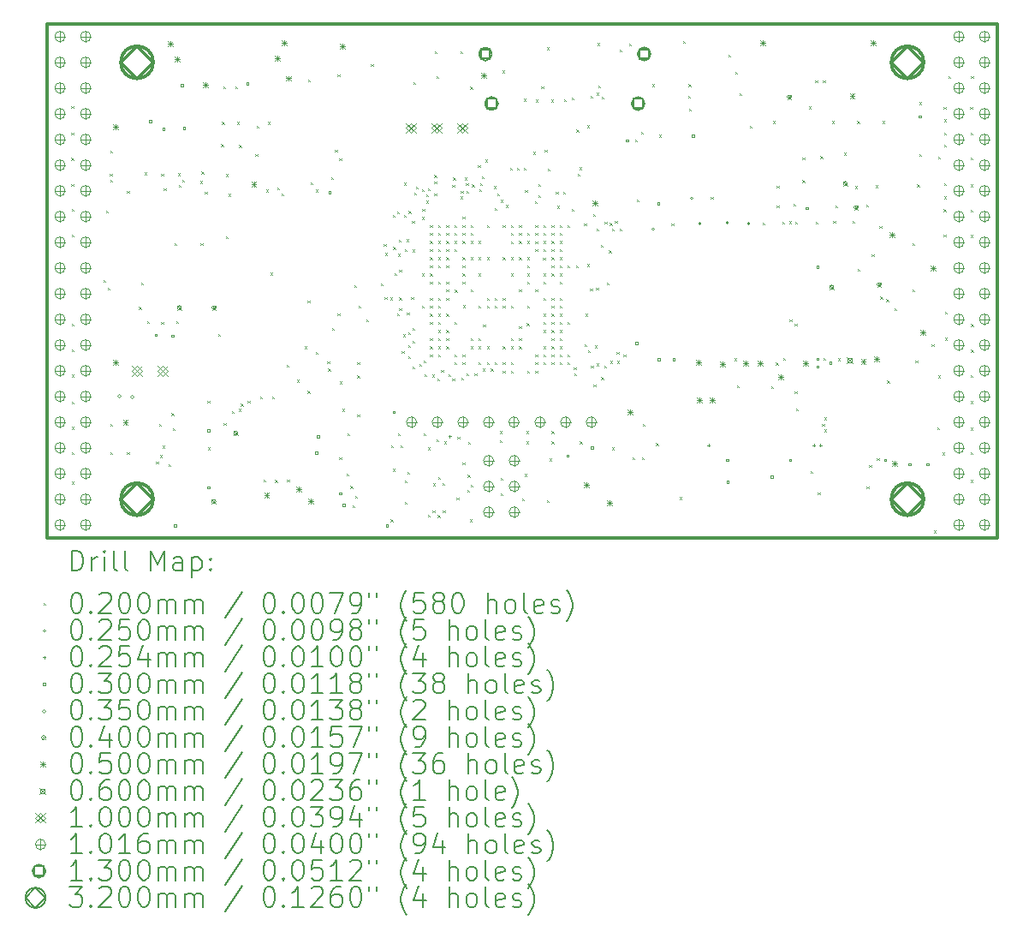
<source format=gbr>
%TF.GenerationSoftware,KiCad,Pcbnew,6.0.11+dfsg-1*%
%TF.CreationDate,2023-03-29T14:33:05+02:00*%
%TF.ProjectId,ulx3s,756c7833-732e-46b6-9963-61645f706362,v3.1.8*%
%TF.SameCoordinates,Original*%
%TF.FileFunction,Drillmap*%
%TF.FilePolarity,Positive*%
%FSLAX45Y45*%
G04 Gerber Fmt 4.5, Leading zero omitted, Abs format (unit mm)*
G04 Created by KiCad (PCBNEW 6.0.11+dfsg-1) date 2023-03-29 14:33:05*
%MOMM*%
%LPD*%
G01*
G04 APERTURE LIST*
%ADD10C,0.300000*%
%ADD11C,0.200000*%
%ADD12C,0.020000*%
%ADD13C,0.025000*%
%ADD14C,0.025400*%
%ADD15C,0.030000*%
%ADD16C,0.035000*%
%ADD17C,0.040000*%
%ADD18C,0.050000*%
%ADD19C,0.060000*%
%ADD20C,0.100000*%
%ADD21C,0.101600*%
%ADD22C,0.130000*%
%ADD23C,0.320000*%
G04 APERTURE END LIST*
D10*
X18808000Y-11222000D02*
X18808000Y-6142000D01*
X9410000Y-6142000D02*
X9410000Y-11222000D01*
X18808000Y-6142000D02*
X9410000Y-6142000D01*
X9410000Y-11222000D02*
X18808000Y-11222000D01*
D11*
D12*
X9650000Y-6954000D02*
X9670000Y-6974000D01*
X9670000Y-6954000D02*
X9650000Y-6974000D01*
X9650000Y-7216000D02*
X9670000Y-7236000D01*
X9670000Y-7216000D02*
X9650000Y-7236000D01*
X9650000Y-7469000D02*
X9670000Y-7489000D01*
X9670000Y-7469000D02*
X9650000Y-7489000D01*
X9650000Y-7724000D02*
X9670000Y-7744000D01*
X9670000Y-7724000D02*
X9650000Y-7744000D01*
X9651000Y-7973000D02*
X9671000Y-7993000D01*
X9671000Y-7973000D02*
X9651000Y-7993000D01*
X9651000Y-8228000D02*
X9671000Y-8248000D01*
X9671000Y-8228000D02*
X9651000Y-8248000D01*
X9651000Y-9109000D02*
X9671000Y-9129000D01*
X9671000Y-9109000D02*
X9651000Y-9129000D01*
X9651000Y-9362000D02*
X9671000Y-9382000D01*
X9671000Y-9362000D02*
X9651000Y-9382000D01*
X9652000Y-9611000D02*
X9672000Y-9631000D01*
X9672000Y-9611000D02*
X9652000Y-9631000D01*
X9652000Y-9875000D02*
X9672000Y-9895000D01*
X9672000Y-9875000D02*
X9652000Y-9895000D01*
X9653000Y-10126000D02*
X9673000Y-10146000D01*
X9673000Y-10126000D02*
X9653000Y-10146000D01*
X9654000Y-10669000D02*
X9674000Y-10689000D01*
X9674000Y-10669000D02*
X9654000Y-10689000D01*
X9655000Y-10374000D02*
X9675000Y-10394000D01*
X9675000Y-10374000D02*
X9655000Y-10394000D01*
X9969000Y-8676600D02*
X9989000Y-8696600D01*
X9989000Y-8676600D02*
X9969000Y-8696600D01*
X9990550Y-7986200D02*
X10010550Y-8006200D01*
X10010550Y-7986200D02*
X9990550Y-8006200D01*
X10007100Y-8752800D02*
X10027100Y-8772800D01*
X10027100Y-8752800D02*
X10007100Y-8772800D01*
X10030000Y-7622000D02*
X10050000Y-7642000D01*
X10050000Y-7622000D02*
X10030000Y-7642000D01*
X10032500Y-7393900D02*
X10052500Y-7413900D01*
X10052500Y-7393900D02*
X10032500Y-7413900D01*
X10032500Y-7686000D02*
X10052500Y-7706000D01*
X10052500Y-7686000D02*
X10032500Y-7706000D01*
X10035000Y-10094400D02*
X10055000Y-10114400D01*
X10055000Y-10094400D02*
X10035000Y-10114400D01*
X10035000Y-10373800D02*
X10055000Y-10393800D01*
X10055000Y-10373800D02*
X10035000Y-10393800D01*
X10200100Y-10373800D02*
X10220100Y-10393800D01*
X10220100Y-10373800D02*
X10200100Y-10393800D01*
X10200500Y-7795000D02*
X10220500Y-7815000D01*
X10220500Y-7795000D02*
X10200500Y-7815000D01*
X10318000Y-8940000D02*
X10338000Y-8960000D01*
X10338000Y-8940000D02*
X10318000Y-8960000D01*
X10341000Y-8702000D02*
X10361000Y-8722000D01*
X10361000Y-8702000D02*
X10341000Y-8722000D01*
X10373000Y-7612500D02*
X10393000Y-7632500D01*
X10393000Y-7612500D02*
X10373000Y-7632500D01*
X10398000Y-9080000D02*
X10418000Y-9100000D01*
X10418000Y-9080000D02*
X10398000Y-9100000D01*
X10488000Y-10470000D02*
X10508000Y-10490000D01*
X10508000Y-10470000D02*
X10488000Y-10490000D01*
X10517600Y-10094400D02*
X10537600Y-10114400D01*
X10537600Y-10094400D02*
X10517600Y-10114400D01*
X10524236Y-10406739D02*
X10544236Y-10426739D01*
X10544236Y-10406739D02*
X10524236Y-10426739D01*
X10538000Y-7625000D02*
X10558000Y-7645000D01*
X10558000Y-7625000D02*
X10538000Y-7645000D01*
X10538000Y-9090000D02*
X10558000Y-9110000D01*
X10558000Y-9090000D02*
X10538000Y-9110000D01*
X10550700Y-10313600D02*
X10570700Y-10333600D01*
X10570700Y-10313600D02*
X10550700Y-10333600D01*
X10563000Y-7767500D02*
X10583000Y-7787500D01*
X10583000Y-7767500D02*
X10563000Y-7787500D01*
X10609749Y-10492252D02*
X10629749Y-10512252D01*
X10629749Y-10492252D02*
X10609749Y-10512252D01*
X10640000Y-9992000D02*
X10660000Y-10012000D01*
X10660000Y-9992000D02*
X10640000Y-10012000D01*
X10652500Y-10139500D02*
X10672500Y-10159500D01*
X10672500Y-10139500D02*
X10652500Y-10159500D01*
X10668000Y-8310000D02*
X10688000Y-8330000D01*
X10688000Y-8310000D02*
X10668000Y-8330000D01*
X10688000Y-9080000D02*
X10708000Y-9100000D01*
X10708000Y-9080000D02*
X10688000Y-9100000D01*
X10703000Y-7620000D02*
X10723000Y-7640000D01*
X10723000Y-7620000D02*
X10703000Y-7640000D01*
X10713000Y-7735000D02*
X10733000Y-7755000D01*
X10733000Y-7735000D02*
X10713000Y-7755000D01*
X10746200Y-7681400D02*
X10766200Y-7701400D01*
X10766200Y-7681400D02*
X10746200Y-7701400D01*
X10923000Y-7697500D02*
X10943000Y-7717500D01*
X10943000Y-7697500D02*
X10923000Y-7717500D01*
X10928000Y-8310000D02*
X10948000Y-8330000D01*
X10948000Y-8310000D02*
X10928000Y-8330000D01*
X10935500Y-7604503D02*
X10955500Y-7624503D01*
X10955500Y-7604503D02*
X10935500Y-7624503D01*
X10969310Y-7801310D02*
X10989310Y-7821310D01*
X10989310Y-7801310D02*
X10969310Y-7821310D01*
X10996728Y-9868728D02*
X11016728Y-9888728D01*
X11016728Y-9868728D02*
X10996728Y-9888728D01*
X10998000Y-10330000D02*
X11018000Y-10350000D01*
X11018000Y-10330000D02*
X10998000Y-10350000D01*
X11100000Y-9209000D02*
X11120000Y-9229000D01*
X11120000Y-9209000D02*
X11100000Y-9229000D01*
X11130000Y-7332000D02*
X11150000Y-7352000D01*
X11150000Y-7332000D02*
X11130000Y-7352000D01*
X11140000Y-7112000D02*
X11160000Y-7132000D01*
X11160000Y-7112000D02*
X11140000Y-7132000D01*
X11150000Y-6762000D02*
X11170000Y-6782000D01*
X11170000Y-6762000D02*
X11150000Y-6782000D01*
X11158001Y-10090000D02*
X11178001Y-10110000D01*
X11178001Y-10090000D02*
X11158001Y-10110000D01*
X11178000Y-7630000D02*
X11198000Y-7650000D01*
X11198000Y-7630000D02*
X11178000Y-7650000D01*
X11178550Y-8240750D02*
X11198550Y-8260750D01*
X11198550Y-8240750D02*
X11178550Y-8260750D01*
X11205500Y-7822500D02*
X11225500Y-7842500D01*
X11225500Y-7822500D02*
X11205500Y-7842500D01*
X11238000Y-9970000D02*
X11258000Y-9990000D01*
X11258000Y-9970000D02*
X11238000Y-9990000D01*
X11270000Y-6762000D02*
X11290000Y-6782000D01*
X11290000Y-6762000D02*
X11270000Y-6782000D01*
X11290000Y-7112000D02*
X11310000Y-7132000D01*
X11310000Y-7112000D02*
X11290000Y-7132000D01*
X11303114Y-9947725D02*
X11323114Y-9967725D01*
X11323114Y-9947725D02*
X11303114Y-9967725D01*
X11310000Y-7342000D02*
X11330000Y-7362000D01*
X11330000Y-7342000D02*
X11310000Y-7362000D01*
X11326285Y-9898285D02*
X11346285Y-9918285D01*
X11346285Y-9898285D02*
X11326285Y-9918285D01*
X11394246Y-9866246D02*
X11414246Y-9886246D01*
X11414246Y-9866246D02*
X11394246Y-9886246D01*
X11470100Y-7427400D02*
X11490100Y-7447400D01*
X11490100Y-7427400D02*
X11470100Y-7447400D01*
X11480000Y-7152000D02*
X11500000Y-7172000D01*
X11500000Y-7152000D02*
X11480000Y-7172000D01*
X11514550Y-9827700D02*
X11534550Y-9847700D01*
X11534550Y-9827700D02*
X11514550Y-9847700D01*
X11551000Y-10646000D02*
X11571000Y-10666000D01*
X11571000Y-10646000D02*
X11551000Y-10666000D01*
X11573000Y-7780000D02*
X11593000Y-7800000D01*
X11593000Y-7780000D02*
X11573000Y-7800000D01*
X11590000Y-7112000D02*
X11610000Y-7132000D01*
X11610000Y-7112000D02*
X11590000Y-7132000D01*
X11616851Y-8601622D02*
X11636851Y-8621622D01*
X11636851Y-8601622D02*
X11616851Y-8621622D01*
X11633852Y-9827700D02*
X11653852Y-9847700D01*
X11653852Y-9827700D02*
X11633852Y-9847700D01*
X11666000Y-10650000D02*
X11686000Y-10670000D01*
X11686000Y-10650000D02*
X11666000Y-10670000D01*
X11686000Y-7757600D02*
X11706000Y-7777600D01*
X11706000Y-7757600D02*
X11686000Y-7777600D01*
X11725500Y-7820000D02*
X11745500Y-7840000D01*
X11745500Y-7820000D02*
X11725500Y-7840000D01*
X11777000Y-9514000D02*
X11797000Y-9534000D01*
X11797000Y-9514000D02*
X11777000Y-9534000D01*
X11782000Y-10649000D02*
X11802000Y-10669000D01*
X11802000Y-10649000D02*
X11782000Y-10669000D01*
X11883000Y-9660000D02*
X11903000Y-9680000D01*
X11903000Y-9660000D02*
X11883000Y-9680000D01*
X11958000Y-9330000D02*
X11978000Y-9350000D01*
X11978000Y-9330000D02*
X11958000Y-9350000D01*
X11986000Y-9772000D02*
X12006000Y-9792000D01*
X12006000Y-9772000D02*
X11986000Y-9792000D01*
X11986727Y-8878727D02*
X12006727Y-8898727D01*
X12006727Y-8878727D02*
X11986727Y-8898727D01*
X11990800Y-6690800D02*
X12010800Y-6710800D01*
X12010800Y-6690800D02*
X11990800Y-6710800D01*
X12015500Y-7710000D02*
X12035500Y-7730000D01*
X12035500Y-7710000D02*
X12015500Y-7730000D01*
X12068000Y-7780000D02*
X12088000Y-7800000D01*
X12088000Y-7780000D02*
X12068000Y-7800000D01*
X12069352Y-9387248D02*
X12089352Y-9407248D01*
X12089352Y-9387248D02*
X12069352Y-9407248D01*
X12180190Y-9481458D02*
X12200190Y-9501458D01*
X12200190Y-9481458D02*
X12180190Y-9501458D01*
X12189000Y-9551600D02*
X12209000Y-9571600D01*
X12209000Y-9551600D02*
X12189000Y-9571600D01*
X12219400Y-7656000D02*
X12239400Y-7676000D01*
X12239400Y-7656000D02*
X12219400Y-7676000D01*
X12225651Y-9151352D02*
X12245651Y-9171352D01*
X12245651Y-9151352D02*
X12225651Y-9171352D01*
X12258000Y-7390000D02*
X12278000Y-7410000D01*
X12278000Y-7390000D02*
X12258000Y-7410000D01*
X12282617Y-6643232D02*
X12302617Y-6663232D01*
X12302617Y-6643232D02*
X12282617Y-6663232D01*
X12283056Y-9006144D02*
X12303056Y-9026144D01*
X12303056Y-9006144D02*
X12283056Y-9026144D01*
X12298000Y-7470000D02*
X12318000Y-7490000D01*
X12318000Y-7470000D02*
X12298000Y-7490000D01*
X12299999Y-10424600D02*
X12319999Y-10444600D01*
X12319999Y-10424600D02*
X12299999Y-10444600D01*
X12301796Y-9677751D02*
X12321796Y-9697751D01*
X12321796Y-9677751D02*
X12301796Y-9697751D01*
X12329349Y-9949637D02*
X12349349Y-9969637D01*
X12349349Y-9949637D02*
X12329349Y-9969637D01*
X12370241Y-10586650D02*
X12390241Y-10606650D01*
X12390241Y-10586650D02*
X12370241Y-10606650D01*
X12378000Y-10190000D02*
X12398000Y-10210000D01*
X12398000Y-10190000D02*
X12378000Y-10210000D01*
X12410242Y-10710764D02*
X12430242Y-10730764D01*
X12430242Y-10710764D02*
X12410242Y-10730764D01*
X12430000Y-10902000D02*
X12450000Y-10922000D01*
X12450000Y-10902000D02*
X12430000Y-10922000D01*
X12448285Y-8723128D02*
X12468285Y-8743128D01*
X12468285Y-8723128D02*
X12448285Y-8743128D01*
X12458000Y-10809999D02*
X12478000Y-10829999D01*
X12478000Y-10809999D02*
X12458000Y-10829999D01*
X12478000Y-9490000D02*
X12498000Y-9510000D01*
X12498000Y-9490000D02*
X12478000Y-9510000D01*
X12478000Y-9620000D02*
X12498000Y-9640000D01*
X12498000Y-9620000D02*
X12478000Y-9640000D01*
X12478000Y-10005700D02*
X12498000Y-10025700D01*
X12498000Y-10005700D02*
X12478000Y-10025700D01*
X12490445Y-8930135D02*
X12510445Y-8950135D01*
X12510445Y-8930135D02*
X12490445Y-8950135D01*
X12566266Y-9064836D02*
X12586266Y-9084836D01*
X12586266Y-9064836D02*
X12566266Y-9084836D01*
X12613100Y-6538400D02*
X12633100Y-6558400D01*
X12633100Y-6538400D02*
X12613100Y-6558400D01*
X12712036Y-8706691D02*
X12732036Y-8726691D01*
X12732036Y-8706691D02*
X12712036Y-8726691D01*
X12740000Y-8321549D02*
X12760000Y-8341549D01*
X12760000Y-8321549D02*
X12740000Y-8341549D01*
X12746968Y-8845418D02*
X12766968Y-8865418D01*
X12766968Y-8845418D02*
X12746968Y-8865418D01*
X12754636Y-8407850D02*
X12774636Y-8427850D01*
X12774636Y-8407850D02*
X12754636Y-8427850D01*
X12804276Y-8847943D02*
X12824276Y-8867943D01*
X12824276Y-8847943D02*
X12804276Y-8867943D01*
X12808000Y-11040000D02*
X12828000Y-11060000D01*
X12828000Y-11040000D02*
X12808000Y-11060000D01*
X12809165Y-10308781D02*
X12829165Y-10328781D01*
X12829165Y-10308781D02*
X12809165Y-10328781D01*
X12828000Y-10540000D02*
X12848000Y-10560000D01*
X12848000Y-10540000D02*
X12828000Y-10560000D01*
X12829000Y-8030650D02*
X12849000Y-8050650D01*
X12849000Y-8030650D02*
X12829000Y-8050650D01*
X12833464Y-8350048D02*
X12853464Y-8370048D01*
X12853464Y-8350048D02*
X12833464Y-8370048D01*
X12848000Y-8608152D02*
X12868000Y-8628152D01*
X12868000Y-8608152D02*
X12848000Y-8628152D01*
X12871094Y-9004088D02*
X12891094Y-9024088D01*
X12891094Y-9004088D02*
X12871094Y-9024088D01*
X12873450Y-7998900D02*
X12893450Y-8018900D01*
X12893450Y-7998900D02*
X12873450Y-8018900D01*
X12878001Y-10189315D02*
X12898001Y-10209315D01*
X12898001Y-10189315D02*
X12878001Y-10209315D01*
X12881686Y-8417598D02*
X12901686Y-8437598D01*
X12901686Y-8417598D02*
X12881686Y-8437598D01*
X12885492Y-8277340D02*
X12905492Y-8297340D01*
X12905492Y-8277340D02*
X12885492Y-8297340D01*
X12892917Y-8846860D02*
X12912917Y-8866860D01*
X12912917Y-8846860D02*
X12892917Y-8866860D01*
X12893082Y-8954110D02*
X12913082Y-8974110D01*
X12913082Y-8954110D02*
X12893082Y-8974110D01*
X12893512Y-8575512D02*
X12913512Y-8595512D01*
X12913512Y-8575512D02*
X12893512Y-8595512D01*
X12902315Y-10307317D02*
X12922315Y-10327317D01*
X12922315Y-10307317D02*
X12902315Y-10327317D01*
X12916696Y-9375219D02*
X12936696Y-9395219D01*
X12936696Y-9375219D02*
X12916696Y-9395219D01*
X12931329Y-9212824D02*
X12951329Y-9232824D01*
X12951329Y-9212824D02*
X12931329Y-9232824D01*
X12940000Y-7712621D02*
X12960000Y-7732621D01*
X12960000Y-7712621D02*
X12940000Y-7732621D01*
X12940751Y-8030650D02*
X12960751Y-8050650D01*
X12960751Y-8030650D02*
X12940751Y-8050650D01*
X12944655Y-10656849D02*
X12964655Y-10676849D01*
X12964655Y-10656849D02*
X12944655Y-10676849D01*
X12948000Y-10870000D02*
X12968000Y-10890000D01*
X12968000Y-10870000D02*
X12948000Y-10890000D01*
X12948459Y-8368601D02*
X12968459Y-8388601D01*
X12968459Y-8368601D02*
X12948459Y-8388601D01*
X12962350Y-8273851D02*
X12982350Y-8293851D01*
X12982350Y-8273851D02*
X12962350Y-8293851D01*
X12967289Y-8994890D02*
X12987289Y-9014890D01*
X12987289Y-8994890D02*
X12967289Y-9014890D01*
X12972174Y-10572141D02*
X12992174Y-10592141D01*
X12992174Y-10572141D02*
X12972174Y-10592141D01*
X12978729Y-9428956D02*
X12998729Y-9448956D01*
X12998729Y-9428956D02*
X12978729Y-9448956D01*
X12979058Y-9320474D02*
X12999058Y-9340474D01*
X12999058Y-9320474D02*
X12979058Y-9340474D01*
X12982301Y-9189599D02*
X13002301Y-9209599D01*
X13002301Y-9189599D02*
X12982301Y-9209599D01*
X12984711Y-7994431D02*
X13004711Y-8014431D01*
X13004711Y-7994431D02*
X12984711Y-8014431D01*
X13011172Y-8843172D02*
X13031172Y-8863172D01*
X13031172Y-8843172D02*
X13011172Y-8863172D01*
X13019500Y-8087800D02*
X13039500Y-8107800D01*
X13039500Y-8087800D02*
X13019500Y-8107800D01*
X13020912Y-9150992D02*
X13040912Y-9170992D01*
X13040912Y-9150992D02*
X13020912Y-9170992D01*
X13022801Y-9275093D02*
X13042801Y-9295093D01*
X13042801Y-9275093D02*
X13022801Y-9295093D01*
X13023410Y-8375410D02*
X13043410Y-8395410D01*
X13043410Y-8375410D02*
X13023410Y-8395410D01*
X13023859Y-9531272D02*
X13043859Y-9551272D01*
X13043859Y-9531272D02*
X13023859Y-9551272D01*
X13033700Y-6718000D02*
X13053700Y-6738000D01*
X13053700Y-6718000D02*
X13033700Y-6738000D01*
X13038000Y-7810000D02*
X13058000Y-7830000D01*
X13058000Y-7810000D02*
X13038000Y-7830000D01*
X13058000Y-7752622D02*
X13078000Y-7772622D01*
X13078000Y-7752622D02*
X13058000Y-7772622D01*
X13088800Y-9502553D02*
X13108800Y-9522553D01*
X13108800Y-9502553D02*
X13088800Y-9522553D01*
X13116112Y-7778651D02*
X13136112Y-7798651D01*
X13136112Y-7778651D02*
X13116112Y-7798651D01*
X13118000Y-8052764D02*
X13138000Y-8072764D01*
X13138000Y-8052764D02*
X13118000Y-8072764D01*
X13118000Y-8610001D02*
X13138000Y-8630001D01*
X13138000Y-8610001D02*
X13118000Y-8630001D01*
X13118285Y-8930285D02*
X13138285Y-8950285D01*
X13138285Y-8930285D02*
X13118285Y-8950285D01*
X13119375Y-7972763D02*
X13139375Y-7992763D01*
X13139375Y-7972763D02*
X13119375Y-7992763D01*
X13132527Y-9469113D02*
X13152527Y-9489113D01*
X13152527Y-9469113D02*
X13132527Y-9489113D01*
X13133000Y-10190000D02*
X13153000Y-10210000D01*
X13153000Y-10190000D02*
X13133000Y-10210000D01*
X13139874Y-9603502D02*
X13159874Y-9623502D01*
X13159874Y-9603502D02*
X13139874Y-9623502D01*
X13156189Y-7892762D02*
X13176189Y-7912762D01*
X13176189Y-7892762D02*
X13156189Y-7912762D01*
X13158000Y-7830000D02*
X13178000Y-7850000D01*
X13178000Y-7830000D02*
X13158000Y-7850000D01*
X13178000Y-10330000D02*
X13198000Y-10350000D01*
X13198000Y-10330000D02*
X13178000Y-10350000D01*
X13178000Y-7770000D02*
X13198000Y-7790000D01*
X13198000Y-7770000D02*
X13178000Y-7790000D01*
X13178000Y-10995000D02*
X13198000Y-11015000D01*
X13198000Y-10995000D02*
X13178000Y-11015000D01*
X13197734Y-9090201D02*
X13217734Y-9110201D01*
X13217734Y-9090201D02*
X13197734Y-9110201D01*
X13197999Y-8610001D02*
X13217999Y-8630001D01*
X13217999Y-8610001D02*
X13197999Y-8630001D01*
X13198000Y-8130000D02*
X13218000Y-8150000D01*
X13218000Y-8130000D02*
X13198000Y-8150000D01*
X13198000Y-8209995D02*
X13218000Y-8229995D01*
X13218000Y-8209995D02*
X13198000Y-8229995D01*
X13198000Y-8289996D02*
X13218000Y-8309996D01*
X13218000Y-8289996D02*
X13198000Y-8309996D01*
X13198000Y-8369997D02*
X13218000Y-8389997D01*
X13218000Y-8369997D02*
X13198000Y-8389997D01*
X13198000Y-8449998D02*
X13218000Y-8469998D01*
X13218000Y-8449998D02*
X13198000Y-8469998D01*
X13198000Y-8529999D02*
X13218000Y-8549999D01*
X13218000Y-8529999D02*
X13198000Y-8549999D01*
X13198000Y-8690001D02*
X13218000Y-8710001D01*
X13218000Y-8690001D02*
X13198000Y-8710001D01*
X13198000Y-8930287D02*
X13218000Y-8950287D01*
X13218000Y-8930287D02*
X13198000Y-8950287D01*
X13198000Y-9010000D02*
X13218000Y-9030000D01*
X13218000Y-9010000D02*
X13198000Y-9030000D01*
X13198000Y-9250000D02*
X13218000Y-9270000D01*
X13218000Y-9250000D02*
X13198000Y-9270000D01*
X13198000Y-9330000D02*
X13218000Y-9350000D01*
X13218000Y-9330000D02*
X13198000Y-9350000D01*
X13198000Y-9410000D02*
X13218000Y-9430000D01*
X13218000Y-9410000D02*
X13198000Y-9430000D01*
X13198285Y-8850286D02*
X13218285Y-8870286D01*
X13218285Y-8850286D02*
X13198285Y-8870286D01*
X13215853Y-9608717D02*
X13235853Y-9628717D01*
X13235853Y-9608717D02*
X13215853Y-9628717D01*
X13223000Y-10950000D02*
X13243000Y-10970000D01*
X13243000Y-10950000D02*
X13223000Y-10970000D01*
X13225000Y-10685000D02*
X13245000Y-10705000D01*
X13245000Y-10685000D02*
X13225000Y-10705000D01*
X13238001Y-7821393D02*
X13258001Y-7841393D01*
X13258001Y-7821393D02*
X13238001Y-7841393D01*
X13239502Y-7637498D02*
X13259502Y-7657498D01*
X13259502Y-7637498D02*
X13239502Y-7657498D01*
X13239871Y-7698893D02*
X13259871Y-7718893D01*
X13259871Y-7698893D02*
X13239871Y-7718893D01*
X13245600Y-6416000D02*
X13265600Y-6436000D01*
X13265600Y-6416000D02*
X13245600Y-6436000D01*
X13258000Y-10249598D02*
X13278000Y-10269598D01*
X13278000Y-10249598D02*
X13258000Y-10269598D01*
X13258300Y-6657300D02*
X13278300Y-6677300D01*
X13278300Y-6657300D02*
X13258300Y-6677300D01*
X13269851Y-9648792D02*
X13289851Y-9668792D01*
X13289851Y-9648792D02*
X13269851Y-9668792D01*
X13273000Y-11000000D02*
X13293000Y-11020000D01*
X13293000Y-11000000D02*
X13273000Y-11020000D01*
X13277254Y-8130000D02*
X13297254Y-8150000D01*
X13297254Y-8130000D02*
X13277254Y-8150000D01*
X13278000Y-8210000D02*
X13298000Y-8230000D01*
X13298000Y-8210000D02*
X13278000Y-8230000D01*
X13278000Y-8290000D02*
X13298000Y-8310000D01*
X13298000Y-8290000D02*
X13278000Y-8310000D01*
X13278000Y-8370000D02*
X13298000Y-8390000D01*
X13298000Y-8370000D02*
X13278000Y-8390000D01*
X13278000Y-8450000D02*
X13298000Y-8470000D01*
X13298000Y-8450000D02*
X13278000Y-8470000D01*
X13278000Y-8530000D02*
X13298000Y-8550000D01*
X13298000Y-8530000D02*
X13278000Y-8550000D01*
X13278000Y-8850000D02*
X13298000Y-8870000D01*
X13298000Y-8850000D02*
X13278000Y-8870000D01*
X13278000Y-8930000D02*
X13298000Y-8950000D01*
X13298000Y-8930000D02*
X13278000Y-8950000D01*
X13278000Y-9010000D02*
X13298000Y-9030000D01*
X13298000Y-9010000D02*
X13278000Y-9030000D01*
X13278000Y-9090000D02*
X13298000Y-9110000D01*
X13298000Y-9090000D02*
X13278000Y-9110000D01*
X13278000Y-9170000D02*
X13298000Y-9190000D01*
X13298000Y-9170000D02*
X13278000Y-9190000D01*
X13278000Y-9250000D02*
X13298000Y-9270000D01*
X13298000Y-9250000D02*
X13278000Y-9270000D01*
X13278000Y-9330000D02*
X13298000Y-9350000D01*
X13298000Y-9330000D02*
X13278000Y-9350000D01*
X13278000Y-9410000D02*
X13298000Y-9430000D01*
X13298000Y-9410000D02*
X13278000Y-9430000D01*
X13278537Y-8690001D02*
X13298537Y-8710001D01*
X13298537Y-8690001D02*
X13278537Y-8710001D01*
X13280000Y-10624000D02*
X13300000Y-10644000D01*
X13300000Y-10624000D02*
X13280000Y-10644000D01*
X13308102Y-9565355D02*
X13328102Y-9585355D01*
X13328102Y-9565355D02*
X13308102Y-9585355D01*
X13321000Y-10682000D02*
X13341000Y-10702000D01*
X13341000Y-10682000D02*
X13321000Y-10702000D01*
X13323500Y-10949500D02*
X13343500Y-10969500D01*
X13343500Y-10949500D02*
X13323500Y-10969500D01*
X13334849Y-10270000D02*
X13354849Y-10290000D01*
X13354849Y-10270000D02*
X13334849Y-10290000D01*
X13357255Y-8130000D02*
X13377255Y-8150000D01*
X13377255Y-8130000D02*
X13357255Y-8150000D01*
X13357494Y-8690001D02*
X13377494Y-8710001D01*
X13377494Y-8690001D02*
X13357494Y-8710001D01*
X13358000Y-8210000D02*
X13378000Y-8230000D01*
X13378000Y-8210000D02*
X13358000Y-8230000D01*
X13358000Y-8290000D02*
X13378000Y-8310000D01*
X13378000Y-8290000D02*
X13358000Y-8310000D01*
X13358000Y-8370000D02*
X13378000Y-8390000D01*
X13378000Y-8370000D02*
X13358000Y-8390000D01*
X13358000Y-8450000D02*
X13378000Y-8470000D01*
X13378000Y-8450000D02*
X13358000Y-8470000D01*
X13358000Y-8530000D02*
X13378000Y-8550000D01*
X13378000Y-8530000D02*
X13358000Y-8550000D01*
X13358000Y-8770000D02*
X13378000Y-8790000D01*
X13378000Y-8770000D02*
X13358000Y-8790000D01*
X13358000Y-8850000D02*
X13378000Y-8870000D01*
X13378000Y-8850000D02*
X13358000Y-8870000D01*
X13358000Y-9010000D02*
X13378000Y-9030000D01*
X13378000Y-9010000D02*
X13358000Y-9030000D01*
X13358000Y-9170000D02*
X13378000Y-9190000D01*
X13378000Y-9170000D02*
X13358000Y-9190000D01*
X13358000Y-9250000D02*
X13378000Y-9270000D01*
X13378000Y-9250000D02*
X13358000Y-9270000D01*
X13358000Y-9330000D02*
X13378000Y-9350000D01*
X13378000Y-9330000D02*
X13358000Y-9350000D01*
X13381068Y-9607212D02*
X13401068Y-9627212D01*
X13401068Y-9607212D02*
X13381068Y-9627212D01*
X13418000Y-9650000D02*
X13438000Y-9670000D01*
X13438000Y-9650000D02*
X13418000Y-9670000D01*
X13418425Y-7735500D02*
X13438425Y-7755500D01*
X13438425Y-7735500D02*
X13418425Y-7755500D01*
X13425556Y-7663957D02*
X13445556Y-7683957D01*
X13445556Y-7663957D02*
X13425556Y-7683957D01*
X13436357Y-9490000D02*
X13456357Y-9510000D01*
X13456357Y-9490000D02*
X13436357Y-9510000D01*
X13437256Y-8130000D02*
X13457256Y-8150000D01*
X13457256Y-8130000D02*
X13437256Y-8150000D01*
X13437997Y-9410000D02*
X13457997Y-9430000D01*
X13457997Y-9410000D02*
X13437997Y-9430000D01*
X13438000Y-8210000D02*
X13458000Y-8230000D01*
X13458000Y-8210000D02*
X13438000Y-8230000D01*
X13438000Y-8290000D02*
X13458000Y-8310000D01*
X13458000Y-8290000D02*
X13438000Y-8310000D01*
X13438000Y-8370000D02*
X13458000Y-8390000D01*
X13458000Y-8370000D02*
X13438000Y-8390000D01*
X13438000Y-9090000D02*
X13458000Y-9110000D01*
X13458000Y-9090000D02*
X13438000Y-9110000D01*
X13443447Y-8771043D02*
X13463447Y-8791043D01*
X13463447Y-8771043D02*
X13443447Y-8791043D01*
X13458000Y-10825000D02*
X13478000Y-10845000D01*
X13478000Y-10825000D02*
X13458000Y-10845000D01*
X13469000Y-10225000D02*
X13489000Y-10245000D01*
X13489000Y-10225000D02*
X13469000Y-10245000D01*
X13497100Y-7849800D02*
X13517100Y-7869800D01*
X13517100Y-7849800D02*
X13497100Y-7869800D01*
X13499600Y-6416000D02*
X13519600Y-6436000D01*
X13519600Y-6416000D02*
X13499600Y-6436000D01*
X13502907Y-7791560D02*
X13522907Y-7811560D01*
X13522907Y-7791560D02*
X13502907Y-7811560D01*
X13508000Y-9640000D02*
X13528000Y-9660000D01*
X13528000Y-9640000D02*
X13508000Y-9660000D01*
X13517257Y-8130000D02*
X13537257Y-8150000D01*
X13537257Y-8130000D02*
X13517257Y-8150000D01*
X13517999Y-9410000D02*
X13537999Y-9430000D01*
X13537999Y-9410000D02*
X13517999Y-9430000D01*
X13517999Y-9490000D02*
X13537999Y-9510000D01*
X13537999Y-9490000D02*
X13517999Y-9510000D01*
X13518000Y-8050000D02*
X13538000Y-8070000D01*
X13538000Y-8050000D02*
X13518000Y-8070000D01*
X13518000Y-8210000D02*
X13538000Y-8230000D01*
X13538000Y-8210000D02*
X13518000Y-8230000D01*
X13518000Y-8290000D02*
X13538000Y-8310000D01*
X13538000Y-8290000D02*
X13518000Y-8310000D01*
X13518000Y-8450000D02*
X13538000Y-8470000D01*
X13538000Y-8450000D02*
X13518000Y-8470000D01*
X13518000Y-8530000D02*
X13538000Y-8550000D01*
X13538000Y-8530000D02*
X13518000Y-8550000D01*
X13518000Y-8610000D02*
X13538000Y-8630000D01*
X13538000Y-8610000D02*
X13518000Y-8630000D01*
X13518000Y-8690000D02*
X13538000Y-8710000D01*
X13538000Y-8690000D02*
X13518000Y-8710000D01*
X13518000Y-10480000D02*
X13538000Y-10500000D01*
X13538000Y-10480000D02*
X13518000Y-10500000D01*
X13522401Y-8925599D02*
X13542401Y-8945599D01*
X13542401Y-8925599D02*
X13522401Y-8945599D01*
X13538222Y-7662988D02*
X13558222Y-7682988D01*
X13558222Y-7662988D02*
X13538222Y-7682988D01*
X13553609Y-7715377D02*
X13573609Y-7735377D01*
X13573609Y-7715377D02*
X13553609Y-7735377D01*
X13558000Y-9600000D02*
X13578000Y-9620000D01*
X13578000Y-9600000D02*
X13558000Y-9620000D01*
X13558449Y-7795378D02*
X13578449Y-7815378D01*
X13578449Y-7795378D02*
X13558449Y-7815378D01*
X13562999Y-10750000D02*
X13582999Y-10770000D01*
X13582999Y-10750000D02*
X13562999Y-10770000D01*
X13568000Y-10600000D02*
X13588000Y-10620000D01*
X13588000Y-10600000D02*
X13568000Y-10620000D01*
X13573000Y-10275000D02*
X13593000Y-10295000D01*
X13593000Y-10275000D02*
X13573000Y-10295000D01*
X13588000Y-11040000D02*
X13608000Y-11060000D01*
X13608000Y-11040000D02*
X13588000Y-11060000D01*
X13595500Y-6765000D02*
X13615500Y-6785000D01*
X13615500Y-6765000D02*
X13595500Y-6785000D01*
X13597259Y-8130000D02*
X13617259Y-8150000D01*
X13617259Y-8130000D02*
X13597259Y-8150000D01*
X13598000Y-8210000D02*
X13618000Y-8230000D01*
X13618000Y-8210000D02*
X13598000Y-8230000D01*
X13598000Y-8290000D02*
X13618000Y-8310000D01*
X13618000Y-8290000D02*
X13598000Y-8310000D01*
X13598000Y-8450000D02*
X13618000Y-8470000D01*
X13618000Y-8450000D02*
X13598000Y-8470000D01*
X13598000Y-8770000D02*
X13618000Y-8790000D01*
X13618000Y-8770000D02*
X13598000Y-8790000D01*
X13598000Y-9250000D02*
X13618000Y-9270000D01*
X13618000Y-9250000D02*
X13598000Y-9270000D01*
X13598000Y-9330000D02*
X13618000Y-9350000D01*
X13618000Y-9330000D02*
X13598000Y-9350000D01*
X13598000Y-10700000D02*
X13618000Y-10720000D01*
X13618000Y-10700000D02*
X13598000Y-10720000D01*
X13610758Y-7731917D02*
X13630758Y-7751917D01*
X13630758Y-7731917D02*
X13610758Y-7751917D01*
X13638000Y-9600000D02*
X13658000Y-9620000D01*
X13658000Y-9600000D02*
X13638000Y-9620000D01*
X13672451Y-7539749D02*
X13692451Y-7559749D01*
X13692451Y-7539749D02*
X13672451Y-7559749D01*
X13678000Y-8290000D02*
X13698000Y-8310000D01*
X13698000Y-8290000D02*
X13678000Y-8310000D01*
X13678000Y-8450000D02*
X13698000Y-8470000D01*
X13698000Y-8450000D02*
X13678000Y-8470000D01*
X13678000Y-8610000D02*
X13698000Y-8630000D01*
X13698000Y-8610000D02*
X13678000Y-8630000D01*
X13678000Y-8930000D02*
X13698000Y-8950000D01*
X13698000Y-8930000D02*
X13678000Y-8950000D01*
X13678000Y-9250000D02*
X13698000Y-9270000D01*
X13698000Y-9250000D02*
X13678000Y-9270000D01*
X13678000Y-9330000D02*
X13698000Y-9350000D01*
X13698000Y-9330000D02*
X13678000Y-9350000D01*
X13678000Y-9490000D02*
X13698000Y-9510000D01*
X13698000Y-9490000D02*
X13678000Y-9510000D01*
X13682670Y-7778784D02*
X13702670Y-7798784D01*
X13702670Y-7778784D02*
X13682670Y-7798784D01*
X13690759Y-7718401D02*
X13710759Y-7738401D01*
X13710759Y-7718401D02*
X13690759Y-7738401D01*
X13707437Y-7652487D02*
X13727437Y-7672487D01*
X13727437Y-7652487D02*
X13707437Y-7672487D01*
X13718000Y-9550000D02*
X13738000Y-9570000D01*
X13738000Y-9550000D02*
X13718000Y-9570000D01*
X13721572Y-9113581D02*
X13741572Y-9133581D01*
X13741572Y-9113581D02*
X13721572Y-9133581D01*
X13742795Y-7485205D02*
X13762795Y-7505205D01*
X13762795Y-7485205D02*
X13742795Y-7505205D01*
X13758000Y-8130000D02*
X13778000Y-8150000D01*
X13778000Y-8130000D02*
X13758000Y-8150000D01*
X13758000Y-8450000D02*
X13778000Y-8470000D01*
X13778000Y-8450000D02*
X13758000Y-8470000D01*
X13758000Y-8850000D02*
X13778000Y-8870000D01*
X13778000Y-8850000D02*
X13758000Y-8870000D01*
X13758000Y-8930000D02*
X13778000Y-8950000D01*
X13778000Y-8930000D02*
X13758000Y-8950000D01*
X13758000Y-9330000D02*
X13778000Y-9350000D01*
X13778000Y-9330000D02*
X13758000Y-9350000D01*
X13758000Y-9490000D02*
X13778000Y-9510000D01*
X13778000Y-9490000D02*
X13758000Y-9510000D01*
X13798000Y-9550000D02*
X13818000Y-9570000D01*
X13818000Y-9550000D02*
X13798000Y-9570000D01*
X13828245Y-7746285D02*
X13848245Y-7766285D01*
X13848245Y-7746285D02*
X13828245Y-7766285D01*
X13838000Y-7965000D02*
X13858000Y-7985000D01*
X13858000Y-7965000D02*
X13838000Y-7985000D01*
X13838000Y-8850000D02*
X13858000Y-8870000D01*
X13858000Y-8850000D02*
X13838000Y-8870000D01*
X13838000Y-8930000D02*
X13858000Y-8950000D01*
X13858000Y-8930000D02*
X13838000Y-8950000D01*
X13838000Y-9490000D02*
X13858000Y-9510000D01*
X13858000Y-9490000D02*
X13838000Y-9510000D01*
X13862850Y-7818050D02*
X13882850Y-7838050D01*
X13882850Y-7818050D02*
X13862850Y-7838050D01*
X13888000Y-10170000D02*
X13908000Y-10190000D01*
X13908000Y-10170000D02*
X13888000Y-10190000D01*
X13888000Y-10260000D02*
X13908000Y-10280000D01*
X13908000Y-10260000D02*
X13888000Y-10280000D01*
X13894000Y-10628000D02*
X13914000Y-10648000D01*
X13914000Y-10628000D02*
X13894000Y-10648000D01*
X13894600Y-7881550D02*
X13914600Y-7901550D01*
X13914600Y-7881550D02*
X13894600Y-7901550D01*
X13895000Y-10784000D02*
X13915000Y-10804000D01*
X13915000Y-10784000D02*
X13895000Y-10804000D01*
X13910000Y-6603700D02*
X13930000Y-6623700D01*
X13930000Y-6603700D02*
X13910000Y-6623700D01*
X13918000Y-8130000D02*
X13938000Y-8150000D01*
X13938000Y-8130000D02*
X13918000Y-8150000D01*
X13918000Y-8450000D02*
X13938000Y-8470000D01*
X13938000Y-8450000D02*
X13918000Y-8470000D01*
X13918000Y-8850000D02*
X13938000Y-8870000D01*
X13938000Y-8850000D02*
X13918000Y-8870000D01*
X13918000Y-8930000D02*
X13938000Y-8950000D01*
X13938000Y-8930000D02*
X13918000Y-8950000D01*
X13918000Y-9330000D02*
X13938000Y-9350000D01*
X13938000Y-9330000D02*
X13918000Y-9350000D01*
X13918000Y-9490000D02*
X13938000Y-9510000D01*
X13938000Y-9490000D02*
X13918000Y-9510000D01*
X13918000Y-9570000D02*
X13938000Y-9590000D01*
X13938000Y-9570000D02*
X13918000Y-9590000D01*
X13945400Y-7932350D02*
X13965400Y-7952350D01*
X13965400Y-7932350D02*
X13945400Y-7952350D01*
X13987649Y-7567100D02*
X14007649Y-7587100D01*
X14007649Y-7567100D02*
X13987649Y-7587100D01*
X13996000Y-8292000D02*
X14016000Y-8312000D01*
X14016000Y-8292000D02*
X13996000Y-8312000D01*
X13998000Y-8130000D02*
X14018000Y-8150000D01*
X14018000Y-8130000D02*
X13998000Y-8150000D01*
X13998000Y-8210000D02*
X14018000Y-8230000D01*
X14018000Y-8210000D02*
X13998000Y-8230000D01*
X13998000Y-8450000D02*
X14018000Y-8470000D01*
X14018000Y-8450000D02*
X13998000Y-8470000D01*
X13998000Y-8610000D02*
X14018000Y-8630000D01*
X14018000Y-8610000D02*
X13998000Y-8630000D01*
X13998000Y-8930000D02*
X14018000Y-8950000D01*
X14018000Y-8930000D02*
X13998000Y-8950000D01*
X13998000Y-9250000D02*
X14018000Y-9270000D01*
X14018000Y-9250000D02*
X13998000Y-9270000D01*
X13998000Y-9330000D02*
X14018000Y-9350000D01*
X14018000Y-9330000D02*
X13998000Y-9350000D01*
X13998000Y-9490000D02*
X14018000Y-9510000D01*
X14018000Y-9490000D02*
X13998000Y-9510000D01*
X13998001Y-9570000D02*
X14018001Y-9590000D01*
X14018001Y-9570000D02*
X13998001Y-9590000D01*
X14054550Y-7567100D02*
X14074550Y-7587100D01*
X14074550Y-7567100D02*
X14054550Y-7587100D01*
X14078000Y-8130000D02*
X14098000Y-8150000D01*
X14098000Y-8130000D02*
X14078000Y-8150000D01*
X14078000Y-8210000D02*
X14098000Y-8230000D01*
X14098000Y-8210000D02*
X14078000Y-8230000D01*
X14078000Y-8290000D02*
X14098000Y-8310000D01*
X14098000Y-8290000D02*
X14078000Y-8310000D01*
X14078000Y-8450000D02*
X14098000Y-8470000D01*
X14098000Y-8450000D02*
X14078000Y-8470000D01*
X14078000Y-8770000D02*
X14098000Y-8790000D01*
X14098000Y-8770000D02*
X14078000Y-8790000D01*
X14078000Y-9130000D02*
X14098000Y-9150000D01*
X14098000Y-9130000D02*
X14078000Y-9150000D01*
X14078000Y-9250000D02*
X14098000Y-9270000D01*
X14098000Y-9250000D02*
X14078000Y-9270000D01*
X14078000Y-9330000D02*
X14098000Y-9350000D01*
X14098000Y-9330000D02*
X14078000Y-9350000D01*
X14108000Y-10831000D02*
X14128000Y-10851000D01*
X14128000Y-10831000D02*
X14108000Y-10851000D01*
X14124400Y-7567100D02*
X14144400Y-7587100D01*
X14144400Y-7567100D02*
X14124400Y-7587100D01*
X14124927Y-6884521D02*
X14144927Y-6904521D01*
X14144927Y-6884521D02*
X14124927Y-6904521D01*
X14134000Y-10593000D02*
X14154000Y-10613000D01*
X14154000Y-10593000D02*
X14134000Y-10613000D01*
X14135900Y-7786300D02*
X14155900Y-7806300D01*
X14155900Y-7786300D02*
X14135900Y-7806300D01*
X14148000Y-10170000D02*
X14168000Y-10190000D01*
X14168000Y-10170000D02*
X14148000Y-10190000D01*
X14148000Y-10270000D02*
X14168000Y-10290000D01*
X14168000Y-10270000D02*
X14148000Y-10290000D01*
X14154000Y-9100700D02*
X14174000Y-9120700D01*
X14174000Y-9100700D02*
X14154000Y-9120700D01*
X14158000Y-8210000D02*
X14178000Y-8230000D01*
X14178000Y-8210000D02*
X14158000Y-8230000D01*
X14158000Y-8290000D02*
X14178000Y-8310000D01*
X14178000Y-8290000D02*
X14158000Y-8310000D01*
X14158000Y-8450000D02*
X14178000Y-8470000D01*
X14178000Y-8450000D02*
X14158000Y-8470000D01*
X14158000Y-8530000D02*
X14178000Y-8550000D01*
X14178000Y-8530000D02*
X14158000Y-8550000D01*
X14158000Y-8610000D02*
X14178000Y-8630000D01*
X14178000Y-8610000D02*
X14158000Y-8630000D01*
X14158000Y-8690000D02*
X14178000Y-8710000D01*
X14178000Y-8690000D02*
X14158000Y-8710000D01*
X14158000Y-8930000D02*
X14178000Y-8950000D01*
X14178000Y-8930000D02*
X14158000Y-8950000D01*
X14158000Y-9570000D02*
X14178000Y-9590000D01*
X14178000Y-9570000D02*
X14158000Y-9590000D01*
X14218000Y-7410000D02*
X14238000Y-7430000D01*
X14238000Y-7410000D02*
X14218000Y-7430000D01*
X14236377Y-7893109D02*
X14256377Y-7913109D01*
X14256377Y-7893109D02*
X14236377Y-7913109D01*
X14238000Y-8130000D02*
X14258000Y-8150000D01*
X14258000Y-8130000D02*
X14238000Y-8150000D01*
X14238000Y-8210000D02*
X14258000Y-8230000D01*
X14258000Y-8210000D02*
X14238000Y-8230000D01*
X14238000Y-8292000D02*
X14258000Y-8312000D01*
X14258000Y-8292000D02*
X14238000Y-8312000D01*
X14238000Y-8370000D02*
X14258000Y-8390000D01*
X14258000Y-8370000D02*
X14238000Y-8390000D01*
X14238000Y-8770000D02*
X14258000Y-8790000D01*
X14258000Y-8770000D02*
X14238000Y-8790000D01*
X14238000Y-9410000D02*
X14258000Y-9430000D01*
X14258000Y-9410000D02*
X14238000Y-9430000D01*
X14238000Y-9490000D02*
X14258000Y-9510000D01*
X14258000Y-9490000D02*
X14238000Y-9510000D01*
X14238000Y-9570000D02*
X14258000Y-9590000D01*
X14258000Y-9570000D02*
X14238000Y-9590000D01*
X14245000Y-6892000D02*
X14265000Y-6912000D01*
X14265000Y-6892000D02*
X14245000Y-6912000D01*
X14267329Y-7833800D02*
X14287329Y-7853800D01*
X14287329Y-7833800D02*
X14267329Y-7853800D01*
X14268583Y-7723660D02*
X14288583Y-7743660D01*
X14288583Y-7723660D02*
X14268583Y-7743660D01*
X14298000Y-6760000D02*
X14318000Y-6780000D01*
X14318000Y-6760000D02*
X14298000Y-6780000D01*
X14316000Y-8452000D02*
X14336000Y-8472000D01*
X14336000Y-8452000D02*
X14316000Y-8472000D01*
X14318000Y-8130000D02*
X14338000Y-8150000D01*
X14338000Y-8130000D02*
X14318000Y-8150000D01*
X14318000Y-8210000D02*
X14338000Y-8230000D01*
X14338000Y-8210000D02*
X14318000Y-8230000D01*
X14318000Y-8290000D02*
X14338000Y-8310000D01*
X14338000Y-8290000D02*
X14318000Y-8310000D01*
X14318000Y-8370000D02*
X14338000Y-8390000D01*
X14338000Y-8370000D02*
X14318000Y-8390000D01*
X14318000Y-8610000D02*
X14338000Y-8630000D01*
X14338000Y-8610000D02*
X14318000Y-8630000D01*
X14318000Y-8690000D02*
X14338000Y-8710000D01*
X14338000Y-8690000D02*
X14318000Y-8710000D01*
X14318000Y-8850000D02*
X14338000Y-8870000D01*
X14338000Y-8850000D02*
X14318000Y-8870000D01*
X14318000Y-9010000D02*
X14338000Y-9030000D01*
X14338000Y-9010000D02*
X14318000Y-9030000D01*
X14318000Y-9090000D02*
X14338000Y-9110000D01*
X14338000Y-9090000D02*
X14318000Y-9110000D01*
X14318000Y-9170000D02*
X14338000Y-9190000D01*
X14338000Y-9170000D02*
X14318000Y-9190000D01*
X14318000Y-9330000D02*
X14338000Y-9350000D01*
X14338000Y-9330000D02*
X14318000Y-9350000D01*
X14318000Y-9410000D02*
X14338000Y-9430000D01*
X14338000Y-9410000D02*
X14318000Y-9430000D01*
X14318000Y-9490000D02*
X14338000Y-9510000D01*
X14338000Y-9490000D02*
X14318000Y-9510000D01*
X14331863Y-7387513D02*
X14351863Y-7407513D01*
X14351863Y-7387513D02*
X14331863Y-7407513D01*
X14353000Y-10853000D02*
X14373000Y-10873000D01*
X14373000Y-10853000D02*
X14353000Y-10873000D01*
X14355067Y-6376252D02*
X14375067Y-6396252D01*
X14375067Y-6376252D02*
X14355067Y-6396252D01*
X14360888Y-7571730D02*
X14380888Y-7591730D01*
X14380888Y-7571730D02*
X14360888Y-7591730D01*
X14380000Y-10439000D02*
X14400000Y-10459000D01*
X14400000Y-10439000D02*
X14380000Y-10459000D01*
X14394000Y-6891000D02*
X14414000Y-6911000D01*
X14414000Y-6891000D02*
X14394000Y-6911000D01*
X14398000Y-8130000D02*
X14418000Y-8150000D01*
X14418000Y-8130000D02*
X14398000Y-8150000D01*
X14398000Y-8210000D02*
X14418000Y-8230000D01*
X14418000Y-8210000D02*
X14398000Y-8230000D01*
X14398000Y-8290000D02*
X14418000Y-8310000D01*
X14418000Y-8290000D02*
X14398000Y-8310000D01*
X14398000Y-8370000D02*
X14418000Y-8390000D01*
X14418000Y-8370000D02*
X14398000Y-8390000D01*
X14398000Y-8450000D02*
X14418000Y-8470000D01*
X14418000Y-8450000D02*
X14398000Y-8470000D01*
X14398000Y-8530000D02*
X14418000Y-8550000D01*
X14418000Y-8530000D02*
X14398000Y-8550000D01*
X14398000Y-8610000D02*
X14418000Y-8630000D01*
X14418000Y-8610000D02*
X14398000Y-8630000D01*
X14398000Y-8850000D02*
X14418000Y-8870000D01*
X14418000Y-8850000D02*
X14398000Y-8870000D01*
X14398000Y-8930000D02*
X14418000Y-8950000D01*
X14418000Y-8930000D02*
X14398000Y-8950000D01*
X14398000Y-9010000D02*
X14418000Y-9030000D01*
X14418000Y-9010000D02*
X14398000Y-9030000D01*
X14398000Y-9090000D02*
X14418000Y-9110000D01*
X14418000Y-9090000D02*
X14398000Y-9110000D01*
X14398000Y-9170000D02*
X14418000Y-9190000D01*
X14418000Y-9170000D02*
X14398000Y-9190000D01*
X14398000Y-9250000D02*
X14418000Y-9270000D01*
X14418000Y-9250000D02*
X14398000Y-9270000D01*
X14398000Y-9330000D02*
X14418000Y-9350000D01*
X14418000Y-9330000D02*
X14398000Y-9350000D01*
X14398000Y-9410000D02*
X14418000Y-9430000D01*
X14418000Y-9410000D02*
X14398000Y-9430000D01*
X14398000Y-9490000D02*
X14418000Y-9510000D01*
X14418000Y-9490000D02*
X14398000Y-9510000D01*
X14398000Y-10170000D02*
X14418000Y-10190000D01*
X14418000Y-10170000D02*
X14398000Y-10190000D01*
X14398000Y-10270000D02*
X14418000Y-10290000D01*
X14418000Y-10270000D02*
X14398000Y-10290000D01*
X14441900Y-7802050D02*
X14461900Y-7822050D01*
X14461900Y-7802050D02*
X14441900Y-7822050D01*
X14453400Y-7942279D02*
X14473400Y-7962279D01*
X14473400Y-7942279D02*
X14453400Y-7962279D01*
X14478000Y-8130000D02*
X14498000Y-8150000D01*
X14498000Y-8130000D02*
X14478000Y-8150000D01*
X14478000Y-8210000D02*
X14498000Y-8230000D01*
X14498000Y-8210000D02*
X14478000Y-8230000D01*
X14478000Y-8290000D02*
X14498000Y-8310000D01*
X14498000Y-8290000D02*
X14478000Y-8310000D01*
X14478000Y-8370000D02*
X14498000Y-8390000D01*
X14498000Y-8370000D02*
X14478000Y-8390000D01*
X14478000Y-8450000D02*
X14498000Y-8470000D01*
X14498000Y-8450000D02*
X14478000Y-8470000D01*
X14478000Y-8530000D02*
X14498000Y-8550000D01*
X14498000Y-8530000D02*
X14478000Y-8550000D01*
X14478000Y-8610000D02*
X14498000Y-8630000D01*
X14498000Y-8610000D02*
X14478000Y-8630000D01*
X14478000Y-8690000D02*
X14498000Y-8710000D01*
X14498000Y-8690000D02*
X14478000Y-8710000D01*
X14478000Y-8850000D02*
X14498000Y-8870000D01*
X14498000Y-8850000D02*
X14478000Y-8870000D01*
X14478000Y-8930000D02*
X14498000Y-8950000D01*
X14498000Y-8930000D02*
X14478000Y-8950000D01*
X14478000Y-9010000D02*
X14498000Y-9030000D01*
X14498000Y-9010000D02*
X14478000Y-9030000D01*
X14478000Y-9090000D02*
X14498000Y-9110000D01*
X14498000Y-9090000D02*
X14478000Y-9110000D01*
X14478000Y-9170000D02*
X14498000Y-9190000D01*
X14498000Y-9170000D02*
X14478000Y-9190000D01*
X14478000Y-9250000D02*
X14498000Y-9270000D01*
X14498000Y-9250000D02*
X14478000Y-9270000D01*
X14478000Y-9330000D02*
X14498000Y-9350000D01*
X14498000Y-9330000D02*
X14478000Y-9350000D01*
X14478000Y-9410000D02*
X14498000Y-9430000D01*
X14498000Y-9410000D02*
X14478000Y-9430000D01*
X14478000Y-9490000D02*
X14498000Y-9510000D01*
X14498000Y-9490000D02*
X14478000Y-9510000D01*
X14511750Y-7802050D02*
X14531750Y-7822050D01*
X14531750Y-7802050D02*
X14511750Y-7822050D01*
X14519784Y-6886786D02*
X14539784Y-6906786D01*
X14539784Y-6886786D02*
X14519784Y-6906786D01*
X14558000Y-8130000D02*
X14578000Y-8150000D01*
X14578000Y-8130000D02*
X14558000Y-8150000D01*
X14558000Y-8530000D02*
X14578000Y-8550000D01*
X14578000Y-8530000D02*
X14558000Y-8550000D01*
X14558000Y-9090000D02*
X14578000Y-9110000D01*
X14578000Y-9090000D02*
X14558000Y-9110000D01*
X14558000Y-9410000D02*
X14578000Y-9430000D01*
X14578000Y-9410000D02*
X14558000Y-9430000D01*
X14558000Y-9490000D02*
X14578000Y-9510000D01*
X14578000Y-9490000D02*
X14558000Y-9510000D01*
X14598000Y-6870000D02*
X14618000Y-6890000D01*
X14618000Y-6870000D02*
X14598000Y-6890000D01*
X14600000Y-7972000D02*
X14620000Y-7992000D01*
X14620000Y-7972000D02*
X14600000Y-7992000D01*
X14618000Y-9540000D02*
X14638000Y-9560000D01*
X14638000Y-9540000D02*
X14618000Y-9560000D01*
X14621285Y-9600000D02*
X14641285Y-9620000D01*
X14641285Y-9600000D02*
X14621285Y-9620000D01*
X14638000Y-8530000D02*
X14658000Y-8550000D01*
X14658000Y-8530000D02*
X14638000Y-8550000D01*
X14645949Y-7187841D02*
X14665949Y-7207841D01*
X14665949Y-7187841D02*
X14645949Y-7207841D01*
X14660029Y-7625502D02*
X14680029Y-7645502D01*
X14680029Y-7625502D02*
X14660029Y-7645502D01*
X14676850Y-7560750D02*
X14696850Y-7580750D01*
X14696850Y-7560750D02*
X14676850Y-7580750D01*
X14678000Y-10270000D02*
X14698000Y-10290000D01*
X14698000Y-10270000D02*
X14678000Y-10290000D01*
X14720100Y-8116500D02*
X14740100Y-8136500D01*
X14740100Y-8116500D02*
X14720100Y-8136500D01*
X14724389Y-9311713D02*
X14744389Y-9331713D01*
X14744389Y-9311713D02*
X14724389Y-9331713D01*
X14733095Y-9010001D02*
X14753095Y-9030001D01*
X14753095Y-9010001D02*
X14733095Y-9030001D01*
X14748200Y-7146252D02*
X14768200Y-7166252D01*
X14768200Y-7146252D02*
X14748200Y-7166252D01*
X14751215Y-8517186D02*
X14771215Y-8537186D01*
X14771215Y-8517186D02*
X14751215Y-8537186D01*
X14760000Y-9366849D02*
X14780000Y-9386849D01*
X14780000Y-9366849D02*
X14760000Y-9386849D01*
X14781079Y-8758342D02*
X14801079Y-8778342D01*
X14801079Y-8758342D02*
X14781079Y-8778342D01*
X14784800Y-6855900D02*
X14804800Y-6875900D01*
X14804800Y-6855900D02*
X14784800Y-6875900D01*
X14789801Y-9519309D02*
X14809801Y-9539309D01*
X14809801Y-9519309D02*
X14789801Y-9539309D01*
X14810200Y-8024300D02*
X14830200Y-8044300D01*
X14830200Y-8024300D02*
X14810200Y-8044300D01*
X14813402Y-9709999D02*
X14833402Y-9729999D01*
X14833402Y-9709999D02*
X14813402Y-9729999D01*
X14824901Y-9322231D02*
X14844901Y-9342231D01*
X14844901Y-9322231D02*
X14824901Y-9342231D01*
X14838354Y-8752346D02*
X14858354Y-8772346D01*
X14858354Y-8752346D02*
X14838354Y-8772346D01*
X14841950Y-8164000D02*
X14861950Y-8184000D01*
X14861950Y-8164000D02*
X14841950Y-8184000D01*
X14843300Y-9498908D02*
X14863300Y-9518908D01*
X14863300Y-9498908D02*
X14843300Y-9518908D01*
X14845000Y-6825000D02*
X14865000Y-6845000D01*
X14865000Y-6825000D02*
X14845000Y-6845000D01*
X14853000Y-6332405D02*
X14873000Y-6352405D01*
X14873000Y-6332405D02*
X14853000Y-6352405D01*
X14858001Y-6750000D02*
X14878001Y-6770000D01*
X14878001Y-6750000D02*
X14858001Y-6770000D01*
X14886400Y-8329101D02*
X14906400Y-8349101D01*
X14906400Y-8329101D02*
X14886400Y-8349101D01*
X14891068Y-9636956D02*
X14911068Y-9656956D01*
X14911068Y-9636956D02*
X14891068Y-9656956D01*
X14894600Y-6860400D02*
X14914600Y-6880400D01*
X14914600Y-6860400D02*
X14894600Y-6880400D01*
X14922454Y-9518954D02*
X14942454Y-9538954D01*
X14942454Y-9518954D02*
X14922454Y-9538954D01*
X14923145Y-8097780D02*
X14943145Y-8117780D01*
X14943145Y-8097780D02*
X14923145Y-8117780D01*
X14947550Y-8699301D02*
X14967550Y-8719301D01*
X14967550Y-8699301D02*
X14947550Y-8719301D01*
X14966401Y-8381402D02*
X14986401Y-8401402D01*
X14986401Y-8381402D02*
X14966401Y-8401402D01*
X14976016Y-8111417D02*
X14996016Y-8131417D01*
X14996016Y-8111417D02*
X14976016Y-8131417D01*
X14981204Y-9475803D02*
X15001204Y-9495803D01*
X15001204Y-9475803D02*
X14981204Y-9495803D01*
X14993799Y-8164000D02*
X15013799Y-8184000D01*
X15013799Y-8164000D02*
X14993799Y-8184000D01*
X14998301Y-10328901D02*
X15018301Y-10348901D01*
X15018301Y-10328901D02*
X14998301Y-10348901D01*
X15025763Y-8088912D02*
X15045763Y-8108912D01*
X15045763Y-8088912D02*
X15025763Y-8108912D01*
X15043950Y-9386500D02*
X15063950Y-9406500D01*
X15063950Y-9386500D02*
X15043950Y-9406500D01*
X15046500Y-9475803D02*
X15066500Y-9495803D01*
X15066500Y-9475803D02*
X15046500Y-9495803D01*
X15070500Y-6397500D02*
X15090500Y-6417500D01*
X15090500Y-6397500D02*
X15070500Y-6417500D01*
X15073800Y-8167300D02*
X15093800Y-8187300D01*
X15093800Y-8167300D02*
X15073800Y-8187300D01*
X15109016Y-9411900D02*
X15129016Y-9431900D01*
X15129016Y-9411900D02*
X15109016Y-9431900D01*
X15167300Y-6337000D02*
X15187300Y-6357000D01*
X15187300Y-6337000D02*
X15167300Y-6357000D01*
X15201400Y-10429200D02*
X15221400Y-10449200D01*
X15221400Y-10429200D02*
X15201400Y-10449200D01*
X15225500Y-7287500D02*
X15245500Y-7307500D01*
X15245500Y-7287500D02*
X15225500Y-7307500D01*
X15239707Y-7880000D02*
X15259707Y-7900000D01*
X15259707Y-7880000D02*
X15239707Y-7900000D01*
X15283000Y-7210000D02*
X15303000Y-7230000D01*
X15303000Y-7210000D02*
X15283000Y-7230000D01*
X15290300Y-10429200D02*
X15310300Y-10449200D01*
X15310300Y-10429200D02*
X15290300Y-10449200D01*
X15303000Y-10099000D02*
X15323000Y-10119000D01*
X15323000Y-10099000D02*
X15303000Y-10119000D01*
X15394400Y-6740000D02*
X15414400Y-6760000D01*
X15414400Y-6740000D02*
X15394400Y-6760000D01*
X15432558Y-10288777D02*
X15452558Y-10308777D01*
X15452558Y-10288777D02*
X15432558Y-10308777D01*
X15459400Y-7238700D02*
X15479400Y-7258700D01*
X15479400Y-7238700D02*
X15459400Y-7258700D01*
X15584900Y-8114958D02*
X15604900Y-8134958D01*
X15604900Y-8114958D02*
X15584900Y-8134958D01*
X15662600Y-10820100D02*
X15682600Y-10840100D01*
X15682600Y-10820100D02*
X15662600Y-10840100D01*
X15700700Y-6311600D02*
X15720700Y-6331600D01*
X15720700Y-6311600D02*
X15700700Y-6331600D01*
X15750000Y-6853000D02*
X15770000Y-6873000D01*
X15770000Y-6853000D02*
X15750000Y-6873000D01*
X15752461Y-6738631D02*
X15772461Y-6758631D01*
X15772461Y-6738631D02*
X15752461Y-6758631D01*
X15758000Y-6980000D02*
X15778000Y-7000000D01*
X15778000Y-6980000D02*
X15758000Y-7000000D01*
X15975500Y-7853100D02*
X15995500Y-7873100D01*
X15995500Y-7853100D02*
X15975500Y-7873100D01*
X16146000Y-6446900D02*
X16166000Y-6466900D01*
X16166000Y-6446900D02*
X16146000Y-6466900D01*
X16209000Y-9449000D02*
X16229000Y-9469000D01*
X16229000Y-9449000D02*
X16209000Y-9469000D01*
X16217147Y-6618496D02*
X16237147Y-6638496D01*
X16237147Y-6618496D02*
X16217147Y-6638496D01*
X16234100Y-9717000D02*
X16254100Y-9737000D01*
X16254100Y-9717000D02*
X16234100Y-9737000D01*
X16256000Y-6831000D02*
X16276000Y-6851000D01*
X16276000Y-6831000D02*
X16256000Y-6851000D01*
X16358000Y-7150000D02*
X16378000Y-7170000D01*
X16378000Y-7150000D02*
X16358000Y-7170000D01*
X16487300Y-8105000D02*
X16507300Y-8125000D01*
X16507300Y-8105000D02*
X16487300Y-8125000D01*
X16570337Y-9724488D02*
X16590337Y-9744488D01*
X16590337Y-9724488D02*
X16570337Y-9744488D01*
X16588200Y-7102746D02*
X16608200Y-7122746D01*
X16608200Y-7102746D02*
X16588200Y-7122746D01*
X16618469Y-9492515D02*
X16638469Y-9512515D01*
X16638469Y-9492515D02*
X16618469Y-9512515D01*
X16626300Y-7744900D02*
X16646300Y-7764900D01*
X16646300Y-7744900D02*
X16626300Y-7764900D01*
X16626301Y-7937352D02*
X16646301Y-7957352D01*
X16646301Y-7937352D02*
X16626301Y-7957352D01*
X16683000Y-8097000D02*
X16703000Y-8117000D01*
X16703000Y-8097000D02*
X16683000Y-8117000D01*
X16687000Y-9446000D02*
X16707000Y-9466000D01*
X16707000Y-9446000D02*
X16687000Y-9466000D01*
X16747000Y-8096000D02*
X16767000Y-8116000D01*
X16767000Y-8096000D02*
X16747000Y-8116000D01*
X16753300Y-9065700D02*
X16773300Y-9085700D01*
X16773300Y-9065700D02*
X16753300Y-9085700D01*
X16791400Y-7922700D02*
X16811400Y-7942700D01*
X16811400Y-7922700D02*
X16791400Y-7942700D01*
X16804100Y-9103800D02*
X16824100Y-9123800D01*
X16824100Y-9103800D02*
X16804100Y-9123800D01*
X16804608Y-9776390D02*
X16824608Y-9796390D01*
X16824608Y-9776390D02*
X16804608Y-9796390D01*
X16810000Y-8100000D02*
X16830000Y-8120000D01*
X16830000Y-8100000D02*
X16810000Y-8120000D01*
X16816800Y-9946228D02*
X16836800Y-9966228D01*
X16836800Y-9946228D02*
X16816800Y-9966228D01*
X16880300Y-7465500D02*
X16900300Y-7485500D01*
X16900300Y-7465500D02*
X16880300Y-7485500D01*
X16880300Y-7687203D02*
X16900300Y-7707203D01*
X16900300Y-7687203D02*
X16880300Y-7707203D01*
X16941704Y-6958649D02*
X16961704Y-6978649D01*
X16961704Y-6958649D02*
X16941704Y-6978649D01*
X16962549Y-10564300D02*
X16982549Y-10584300D01*
X16982549Y-10564300D02*
X16962549Y-10584300D01*
X17007300Y-6703500D02*
X17027300Y-6723500D01*
X17027300Y-6703500D02*
X17007300Y-6723500D01*
X17010000Y-8101000D02*
X17030000Y-8121000D01*
X17030000Y-8101000D02*
X17010000Y-8121000D01*
X17032700Y-10773850D02*
X17052700Y-10793850D01*
X17052700Y-10773850D02*
X17032700Y-10793850D01*
X17058000Y-7450000D02*
X17078000Y-7470000D01*
X17078000Y-7450000D02*
X17058000Y-7470000D01*
X17075950Y-10097700D02*
X17095950Y-10117700D01*
X17095950Y-10097700D02*
X17075950Y-10117700D01*
X17083500Y-6703500D02*
X17103500Y-6723500D01*
X17103500Y-6703500D02*
X17083500Y-6723500D01*
X17089000Y-9445000D02*
X17109000Y-9465000D01*
X17109000Y-9445000D02*
X17089000Y-9465000D01*
X17095000Y-10034200D02*
X17115000Y-10054200D01*
X17115000Y-10034200D02*
X17095000Y-10054200D01*
X17095000Y-10152849D02*
X17115000Y-10172849D01*
X17115000Y-10152849D02*
X17095000Y-10172849D01*
X17173900Y-7102746D02*
X17193900Y-7122746D01*
X17193900Y-7102746D02*
X17173900Y-7122746D01*
X17185000Y-8091000D02*
X17205000Y-8111000D01*
X17205000Y-8091000D02*
X17185000Y-8111000D01*
X17205500Y-7940000D02*
X17225500Y-7960000D01*
X17225500Y-7940000D02*
X17205500Y-7960000D01*
X17229000Y-9450000D02*
X17249000Y-9470000D01*
X17249000Y-9450000D02*
X17229000Y-9470000D01*
X17288200Y-7416500D02*
X17308200Y-7436500D01*
X17308200Y-7416500D02*
X17288200Y-7436500D01*
X17377000Y-8088000D02*
X17397000Y-8108000D01*
X17397000Y-8088000D02*
X17377000Y-8108000D01*
X17400500Y-7747500D02*
X17420500Y-7767500D01*
X17420500Y-7747500D02*
X17400500Y-7767500D01*
X17421312Y-7102746D02*
X17441312Y-7122746D01*
X17441312Y-7102746D02*
X17421312Y-7122746D01*
X17427900Y-8564300D02*
X17447900Y-8584300D01*
X17447900Y-8564300D02*
X17427900Y-8584300D01*
X17510500Y-7930000D02*
X17530500Y-7950000D01*
X17530500Y-7930000D02*
X17510500Y-7950000D01*
X17514451Y-10716700D02*
X17534451Y-10736700D01*
X17534451Y-10716700D02*
X17514451Y-10736700D01*
X17540700Y-10500800D02*
X17560700Y-10520800D01*
X17560700Y-10500800D02*
X17540700Y-10520800D01*
X17566100Y-8418000D02*
X17586100Y-8438000D01*
X17586100Y-8418000D02*
X17566100Y-8438000D01*
X17603000Y-7737500D02*
X17623000Y-7757500D01*
X17623000Y-7737500D02*
X17603000Y-7757500D01*
X17616900Y-10437300D02*
X17636900Y-10457300D01*
X17636900Y-10437300D02*
X17616900Y-10457300D01*
X17642300Y-8138600D02*
X17662300Y-8158600D01*
X17662300Y-8138600D02*
X17642300Y-8158600D01*
X17650543Y-8840716D02*
X17670543Y-8860716D01*
X17670543Y-8840716D02*
X17650543Y-8860716D01*
X17669708Y-7102746D02*
X17689708Y-7122746D01*
X17689708Y-7102746D02*
X17669708Y-7122746D01*
X17708899Y-8866403D02*
X17728899Y-8886403D01*
X17728899Y-8866403D02*
X17708899Y-8886403D01*
X17718798Y-9667866D02*
X17738798Y-9687866D01*
X17738798Y-9667866D02*
X17718798Y-9687866D01*
X17792200Y-8956000D02*
X17812200Y-8976000D01*
X17812200Y-8956000D02*
X17792200Y-8976000D01*
X17965500Y-8770000D02*
X17985500Y-8790000D01*
X17985500Y-8770000D02*
X17965500Y-8790000D01*
X17970000Y-8308300D02*
X17990000Y-8328300D01*
X17990000Y-8308300D02*
X17970000Y-8328300D01*
X17998000Y-9470000D02*
X18018000Y-9490000D01*
X18018000Y-9470000D02*
X17998000Y-9490000D01*
X18015551Y-7730221D02*
X18035551Y-7750221D01*
X18035551Y-7730221D02*
X18015551Y-7750221D01*
X18034471Y-6919244D02*
X18054471Y-6939244D01*
X18054471Y-6919244D02*
X18034471Y-6939244D01*
X18036000Y-7427400D02*
X18056000Y-7447400D01*
X18056000Y-7427400D02*
X18036000Y-7447400D01*
X18158000Y-9310000D02*
X18178000Y-9330000D01*
X18178000Y-9310000D02*
X18158000Y-9330000D01*
X18177200Y-11150300D02*
X18197200Y-11170300D01*
X18197200Y-11150300D02*
X18177200Y-11170300D01*
X18212000Y-10133000D02*
X18232000Y-10153000D01*
X18232000Y-10133000D02*
X18212000Y-10153000D01*
X18221000Y-9618000D02*
X18241000Y-9638000D01*
X18241000Y-9618000D02*
X18221000Y-9638000D01*
X18224000Y-7458000D02*
X18244000Y-7478000D01*
X18244000Y-7458000D02*
X18224000Y-7478000D01*
X18262000Y-10382000D02*
X18282000Y-10402000D01*
X18282000Y-10382000D02*
X18262000Y-10402000D01*
X18277000Y-6964000D02*
X18297000Y-6984000D01*
X18297000Y-6964000D02*
X18277000Y-6984000D01*
X18278000Y-7976000D02*
X18298000Y-7996000D01*
X18298000Y-7976000D02*
X18278000Y-7996000D01*
X18278000Y-8225000D02*
X18298000Y-8245000D01*
X18298000Y-8225000D02*
X18278000Y-8245000D01*
X18280000Y-7086000D02*
X18300000Y-7106000D01*
X18300000Y-7086000D02*
X18280000Y-7106000D01*
X18280000Y-7718000D02*
X18300000Y-7738000D01*
X18300000Y-7718000D02*
X18280000Y-7738000D01*
X18280000Y-7848000D02*
X18300000Y-7868000D01*
X18300000Y-7848000D02*
X18280000Y-7868000D01*
X18281000Y-7217000D02*
X18301000Y-7237000D01*
X18301000Y-7217000D02*
X18281000Y-7237000D01*
X18281000Y-7336000D02*
X18301000Y-7356000D01*
X18301000Y-7336000D02*
X18281000Y-7356000D01*
X18289000Y-9245000D02*
X18309000Y-9265000D01*
X18309000Y-9245000D02*
X18289000Y-9265000D01*
X18291000Y-8988000D02*
X18311000Y-9008000D01*
X18311000Y-8988000D02*
X18291000Y-9008000D01*
X18321000Y-6659000D02*
X18341000Y-6679000D01*
X18341000Y-6659000D02*
X18321000Y-6679000D01*
X18540000Y-6966000D02*
X18560000Y-6986000D01*
X18560000Y-6966000D02*
X18540000Y-6986000D01*
X18543000Y-8229000D02*
X18563000Y-8249000D01*
X18563000Y-8229000D02*
X18543000Y-8249000D01*
X18543000Y-9612000D02*
X18563000Y-9632000D01*
X18563000Y-9612000D02*
X18543000Y-9632000D01*
X18544000Y-7982000D02*
X18564000Y-8002000D01*
X18564000Y-7982000D02*
X18544000Y-8002000D01*
X18544000Y-9872000D02*
X18564000Y-9892000D01*
X18564000Y-9872000D02*
X18544000Y-9892000D01*
X18544000Y-10135000D02*
X18564000Y-10155000D01*
X18564000Y-10135000D02*
X18544000Y-10155000D01*
X18544000Y-10653000D02*
X18564000Y-10673000D01*
X18564000Y-10653000D02*
X18544000Y-10673000D01*
X18545000Y-7216000D02*
X18565000Y-7236000D01*
X18565000Y-7216000D02*
X18545000Y-7236000D01*
X18545000Y-10375000D02*
X18565000Y-10395000D01*
X18565000Y-10375000D02*
X18545000Y-10395000D01*
X18546000Y-7466000D02*
X18566000Y-7486000D01*
X18566000Y-7466000D02*
X18546000Y-7486000D01*
X18546000Y-7730000D02*
X18566000Y-7750000D01*
X18566000Y-7730000D02*
X18546000Y-7750000D01*
X18547000Y-6661000D02*
X18567000Y-6681000D01*
X18567000Y-6661000D02*
X18547000Y-6681000D01*
X18547000Y-9111000D02*
X18567000Y-9131000D01*
X18567000Y-9111000D02*
X18547000Y-9131000D01*
X18547000Y-9366000D02*
X18567000Y-9386000D01*
X18567000Y-9366000D02*
X18547000Y-9386000D01*
D13*
X15416900Y-8174000D02*
G75*
G03*
X15416900Y-8174000I-12500J0D01*
G01*
X15798000Y-7867500D02*
G75*
G03*
X15798000Y-7867500I-12500J0D01*
G01*
X15880450Y-8116850D02*
G75*
G03*
X15880450Y-8116850I-12500J0D01*
G01*
X16147150Y-8110500D02*
G75*
G03*
X16147150Y-8110500I-12500J0D01*
G01*
X16363050Y-8116850D02*
G75*
G03*
X16363050Y-8116850I-12500J0D01*
G01*
D14*
X13393000Y-10207300D02*
X13393000Y-10232700D01*
X13380300Y-10220000D02*
X13405700Y-10220000D01*
X15950500Y-10294900D02*
X15950500Y-10320300D01*
X15937800Y-10307600D02*
X15963200Y-10307600D01*
X16991900Y-10294900D02*
X16991900Y-10320300D01*
X16979200Y-10307600D02*
X17004600Y-10307600D01*
X17055400Y-10294900D02*
X17055400Y-10320300D01*
X17042700Y-10307600D02*
X17068100Y-10307600D01*
D15*
X10438607Y-7116055D02*
X10438607Y-7094841D01*
X10417393Y-7094841D01*
X10417393Y-7116055D01*
X10438607Y-7116055D01*
X10495607Y-9227607D02*
X10495607Y-9206393D01*
X10474393Y-9206393D01*
X10474393Y-9227607D01*
X10495607Y-9227607D01*
X10570342Y-7192342D02*
X10570342Y-7171128D01*
X10549129Y-7171128D01*
X10549129Y-7192342D01*
X10570342Y-7192342D01*
X10659607Y-9238457D02*
X10659607Y-9217243D01*
X10638393Y-9217243D01*
X10638393Y-9238457D01*
X10659607Y-9238457D01*
X10686607Y-11111607D02*
X10686607Y-11090393D01*
X10665393Y-11090393D01*
X10665393Y-11111607D01*
X10686607Y-11111607D01*
X10754107Y-6762207D02*
X10754107Y-6740993D01*
X10732893Y-6740993D01*
X10732893Y-6762207D01*
X10754107Y-6762207D01*
X10773607Y-7183107D02*
X10773607Y-7161893D01*
X10752393Y-7161893D01*
X10752393Y-7183107D01*
X10773607Y-7183107D01*
X11015607Y-10173607D02*
X11015607Y-10152393D01*
X10994393Y-10152393D01*
X10994393Y-10173607D01*
X11015607Y-10173607D01*
X11017607Y-10735607D02*
X11017607Y-10714393D01*
X10996393Y-10714393D01*
X10996393Y-10735607D01*
X11017607Y-10735607D01*
X11400607Y-6742607D02*
X11400607Y-6721393D01*
X11379393Y-6721393D01*
X11379393Y-6742607D01*
X11400607Y-6742607D01*
X12084607Y-10393057D02*
X12084607Y-10371843D01*
X12063393Y-10371843D01*
X12063393Y-10393057D01*
X12084607Y-10393057D01*
X12101607Y-10233607D02*
X12101607Y-10212393D01*
X12080393Y-10212393D01*
X12080393Y-10233607D01*
X12101607Y-10233607D01*
X12213607Y-7818107D02*
X12213607Y-7796893D01*
X12192393Y-7796893D01*
X12192393Y-7818107D01*
X12213607Y-7818107D01*
X12321607Y-10796607D02*
X12321607Y-10775393D01*
X12300393Y-10775393D01*
X12300393Y-10796607D01*
X12321607Y-10796607D01*
X12354307Y-10907807D02*
X12354307Y-10886593D01*
X12333093Y-10886593D01*
X12333093Y-10907807D01*
X12354307Y-10907807D01*
X12782607Y-11110607D02*
X12782607Y-11089393D01*
X12761393Y-11089393D01*
X12761393Y-11110607D01*
X12782607Y-11110607D01*
X12848607Y-9992561D02*
X12848607Y-9971348D01*
X12827393Y-9971348D01*
X12827393Y-9992561D01*
X12848607Y-9992561D01*
X14566607Y-10420607D02*
X14566607Y-10399393D01*
X14545393Y-10399393D01*
X14545393Y-10420607D01*
X14566607Y-10420607D01*
X14808607Y-10340607D02*
X14808607Y-10319393D01*
X14787393Y-10319393D01*
X14787393Y-10340607D01*
X14808607Y-10340607D01*
X15156107Y-7305607D02*
X15156107Y-7284393D01*
X15134893Y-7284393D01*
X15134893Y-7305607D01*
X15156107Y-7305607D01*
X15251407Y-9310357D02*
X15251407Y-9289143D01*
X15230193Y-9289143D01*
X15230193Y-9310357D01*
X15251407Y-9310357D01*
X15467307Y-7928459D02*
X15467307Y-7907245D01*
X15446093Y-7907245D01*
X15446093Y-7928459D01*
X15467307Y-7928459D01*
X15469997Y-9471401D02*
X15469997Y-9450188D01*
X15448783Y-9450188D01*
X15448783Y-9471401D01*
X15469997Y-9471401D01*
X15619707Y-9469107D02*
X15619707Y-9447893D01*
X15598493Y-9447893D01*
X15598493Y-9469107D01*
X15619707Y-9469107D01*
X15810207Y-7259307D02*
X15810207Y-7238093D01*
X15788993Y-7238093D01*
X15788993Y-7259307D01*
X15810207Y-7259307D01*
X16148607Y-10465607D02*
X16148607Y-10444393D01*
X16127393Y-10444393D01*
X16127393Y-10465607D01*
X16148607Y-10465607D01*
X16149607Y-10682607D02*
X16149607Y-10661393D01*
X16128393Y-10661393D01*
X16128393Y-10682607D01*
X16149607Y-10682607D01*
X16588607Y-10628607D02*
X16588607Y-10607393D01*
X16567393Y-10607393D01*
X16567393Y-10628607D01*
X16588607Y-10628607D01*
X16768607Y-10466607D02*
X16768607Y-10445393D01*
X16747393Y-10445393D01*
X16747393Y-10466607D01*
X16768607Y-10466607D01*
X16932657Y-7975057D02*
X16932657Y-7953843D01*
X16911443Y-7953843D01*
X16911443Y-7975057D01*
X16932657Y-7975057D01*
X17038607Y-9463607D02*
X17038607Y-9442393D01*
X17017393Y-9442393D01*
X17017393Y-9463607D01*
X17038607Y-9463607D01*
X17038607Y-9540607D02*
X17038607Y-9519393D01*
X17017393Y-9519393D01*
X17017393Y-9540607D01*
X17038607Y-9540607D01*
X17041561Y-8554760D02*
X17041561Y-8533546D01*
X17020347Y-8533546D01*
X17020347Y-8554760D01*
X17041561Y-8554760D01*
X17168607Y-9503107D02*
X17168607Y-9481893D01*
X17147393Y-9481893D01*
X17147393Y-9503107D01*
X17168607Y-9503107D01*
X17707607Y-10465607D02*
X17707607Y-10444393D01*
X17686393Y-10444393D01*
X17686393Y-10465607D01*
X17707607Y-10465607D01*
X17948607Y-10506082D02*
X17948607Y-10484868D01*
X17927393Y-10484868D01*
X17927393Y-10506082D01*
X17948607Y-10506082D01*
X18054107Y-7071607D02*
X18054107Y-7050393D01*
X18032893Y-7050393D01*
X18032893Y-7071607D01*
X18054107Y-7071607D01*
X18126199Y-10508678D02*
X18126199Y-10487464D01*
X18104985Y-10487464D01*
X18104985Y-10508678D01*
X18126199Y-10508678D01*
D16*
X10118000Y-9837500D02*
X10135500Y-9820000D01*
X10118000Y-9802500D01*
X10100500Y-9820000D01*
X10118000Y-9837500D01*
X10248200Y-9842500D02*
X10265700Y-9825000D01*
X10248200Y-9807500D01*
X10230700Y-9825000D01*
X10248200Y-9842500D01*
D17*
X10698100Y-8928700D02*
X10738100Y-8968700D01*
X10738100Y-8928700D02*
X10698100Y-8968700D01*
X10738100Y-8948700D02*
G75*
G03*
X10738100Y-8948700I-20000J0D01*
G01*
X11039391Y-10843646D02*
X11079391Y-10883646D01*
X11079391Y-10843646D02*
X11039391Y-10883646D01*
X11079391Y-10863646D02*
G75*
G03*
X11079391Y-10863646I-20000J0D01*
G01*
X11041000Y-8928700D02*
X11081000Y-8968700D01*
X11081000Y-8928700D02*
X11041000Y-8968700D01*
X11081000Y-8948700D02*
G75*
G03*
X11081000Y-8948700I-20000J0D01*
G01*
X11254999Y-10169661D02*
X11294999Y-10209661D01*
X11294999Y-10169661D02*
X11254999Y-10209661D01*
X11294999Y-10189661D02*
G75*
G03*
X11294999Y-10189661I-20000J0D01*
G01*
X16730600Y-6845900D02*
X16770600Y-6885900D01*
X16770600Y-6845900D02*
X16730600Y-6885900D01*
X16770600Y-6865900D02*
G75*
G03*
X16770600Y-6865900I-20000J0D01*
G01*
X17149700Y-8725500D02*
X17189700Y-8765500D01*
X17189700Y-8725500D02*
X17149700Y-8765500D01*
X17189700Y-8745500D02*
G75*
G03*
X17189700Y-8745500I-20000J0D01*
G01*
X17283050Y-7701248D02*
X17323050Y-7741248D01*
X17323050Y-7701248D02*
X17283050Y-7741248D01*
X17323050Y-7721248D02*
G75*
G03*
X17323050Y-7721248I-20000J0D01*
G01*
X17391000Y-7938100D02*
X17431000Y-7978100D01*
X17431000Y-7938100D02*
X17391000Y-7978100D01*
X17431000Y-7958100D02*
G75*
G03*
X17431000Y-7958100I-20000J0D01*
G01*
X17619600Y-8700100D02*
X17659600Y-8740100D01*
X17659600Y-8700100D02*
X17619600Y-8740100D01*
X17659600Y-8720100D02*
G75*
G03*
X17659600Y-8720100I-20000J0D01*
G01*
D18*
X10060589Y-7132486D02*
X10110589Y-7182486D01*
X10110589Y-7132486D02*
X10060589Y-7182486D01*
X10085589Y-7132486D02*
X10085589Y-7182486D01*
X10060589Y-7157486D02*
X10110589Y-7157486D01*
X10064450Y-9463450D02*
X10114450Y-9513450D01*
X10114450Y-9463450D02*
X10064450Y-9513450D01*
X10089450Y-9463450D02*
X10089450Y-9513450D01*
X10064450Y-9488450D02*
X10114450Y-9488450D01*
X10159700Y-10054000D02*
X10209700Y-10104000D01*
X10209700Y-10054000D02*
X10159700Y-10104000D01*
X10184700Y-10054000D02*
X10184700Y-10104000D01*
X10159700Y-10079000D02*
X10209700Y-10079000D01*
X10604000Y-6311000D02*
X10654000Y-6361000D01*
X10654000Y-6311000D02*
X10604000Y-6361000D01*
X10629000Y-6311000D02*
X10629000Y-6361000D01*
X10604000Y-6336000D02*
X10654000Y-6336000D01*
X10672481Y-6470397D02*
X10722481Y-6520397D01*
X10722481Y-6470397D02*
X10672481Y-6520397D01*
X10697481Y-6470397D02*
X10697481Y-6520397D01*
X10672481Y-6495397D02*
X10722481Y-6495397D01*
X10948000Y-6721000D02*
X10998000Y-6771000D01*
X10998000Y-6721000D02*
X10948000Y-6771000D01*
X10973000Y-6721000D02*
X10973000Y-6771000D01*
X10948000Y-6746000D02*
X10998000Y-6746000D01*
X11429700Y-7704500D02*
X11479700Y-7754500D01*
X11479700Y-7704500D02*
X11429700Y-7754500D01*
X11454700Y-7704500D02*
X11454700Y-7754500D01*
X11429700Y-7729500D02*
X11479700Y-7729500D01*
X11556700Y-10777900D02*
X11606700Y-10827900D01*
X11606700Y-10777900D02*
X11556700Y-10827900D01*
X11581700Y-10777900D02*
X11581700Y-10827900D01*
X11556700Y-10802900D02*
X11606700Y-10802900D01*
X11663050Y-6455294D02*
X11713050Y-6505294D01*
X11713050Y-6455294D02*
X11663050Y-6505294D01*
X11688050Y-6455294D02*
X11688050Y-6505294D01*
X11663050Y-6480294D02*
X11713050Y-6480294D01*
X11730000Y-6308000D02*
X11780000Y-6358000D01*
X11780000Y-6308000D02*
X11730000Y-6358000D01*
X11755000Y-6308000D02*
X11755000Y-6358000D01*
X11730000Y-6333000D02*
X11780000Y-6333000D01*
X11775000Y-6657000D02*
X11825000Y-6707000D01*
X11825000Y-6657000D02*
X11775000Y-6707000D01*
X11800000Y-6657000D02*
X11800000Y-6707000D01*
X11775000Y-6682000D02*
X11825000Y-6682000D01*
X11874200Y-10714400D02*
X11924200Y-10764400D01*
X11924200Y-10714400D02*
X11874200Y-10764400D01*
X11899200Y-10714400D02*
X11899200Y-10764400D01*
X11874200Y-10739400D02*
X11924200Y-10739400D01*
X11996200Y-10838350D02*
X12046200Y-10888350D01*
X12046200Y-10838350D02*
X11996200Y-10888350D01*
X12021200Y-10838350D02*
X12021200Y-10888350D01*
X11996200Y-10863350D02*
X12046200Y-10863350D01*
X12305000Y-6337000D02*
X12355000Y-6387000D01*
X12355000Y-6337000D02*
X12305000Y-6387000D01*
X12330000Y-6337000D02*
X12330000Y-6387000D01*
X12305000Y-6362000D02*
X12355000Y-6362000D01*
X13706000Y-6625000D02*
X13756000Y-6675000D01*
X13756000Y-6625000D02*
X13706000Y-6675000D01*
X13731000Y-6625000D02*
X13731000Y-6675000D01*
X13706000Y-6650000D02*
X13756000Y-6650000D01*
X14720500Y-10678100D02*
X14770500Y-10728100D01*
X14770500Y-10678100D02*
X14720500Y-10728100D01*
X14745500Y-10678100D02*
X14745500Y-10728100D01*
X14720500Y-10703100D02*
X14770500Y-10703100D01*
X14801839Y-7890602D02*
X14851839Y-7940602D01*
X14851839Y-7890602D02*
X14801839Y-7940602D01*
X14826839Y-7890602D02*
X14826839Y-7940602D01*
X14801839Y-7915602D02*
X14851839Y-7915602D01*
X14949100Y-10855900D02*
X14999100Y-10905900D01*
X14999100Y-10855900D02*
X14949100Y-10905900D01*
X14974100Y-10855900D02*
X14974100Y-10905900D01*
X14949100Y-10880900D02*
X14999100Y-10880900D01*
X15150800Y-9952400D02*
X15200800Y-10002400D01*
X15200800Y-9952400D02*
X15150800Y-10002400D01*
X15175800Y-9952400D02*
X15175800Y-10002400D01*
X15150800Y-9977400D02*
X15200800Y-9977400D01*
X15828999Y-9461877D02*
X15878999Y-9511877D01*
X15878999Y-9461877D02*
X15828999Y-9511877D01*
X15853999Y-9461877D02*
X15853999Y-9511877D01*
X15828999Y-9486877D02*
X15878999Y-9486877D01*
X15839500Y-9838500D02*
X15889500Y-9888500D01*
X15889500Y-9838500D02*
X15839500Y-9888500D01*
X15864500Y-9838500D02*
X15864500Y-9888500D01*
X15839500Y-9863500D02*
X15889500Y-9863500D01*
X15963600Y-9838100D02*
X16013600Y-9888100D01*
X16013600Y-9838100D02*
X15963600Y-9888100D01*
X15988600Y-9838100D02*
X15988600Y-9888100D01*
X15963600Y-9863100D02*
X16013600Y-9863100D01*
X16065001Y-9477000D02*
X16115001Y-9527000D01*
X16115001Y-9477000D02*
X16065001Y-9527000D01*
X16090001Y-9477000D02*
X16090001Y-9527000D01*
X16065001Y-9502000D02*
X16115001Y-9502000D01*
X16295300Y-9471600D02*
X16345300Y-9521600D01*
X16345300Y-9471600D02*
X16295300Y-9521600D01*
X16320300Y-9471600D02*
X16320300Y-9521600D01*
X16295300Y-9496600D02*
X16345300Y-9496600D01*
X16437573Y-9473247D02*
X16487573Y-9523247D01*
X16487573Y-9473247D02*
X16437573Y-9523247D01*
X16462573Y-9473247D02*
X16462573Y-9523247D01*
X16437573Y-9498247D02*
X16487573Y-9498247D01*
X16460400Y-6309300D02*
X16510400Y-6359300D01*
X16510400Y-6309300D02*
X16460400Y-6359300D01*
X16485400Y-6309300D02*
X16485400Y-6359300D01*
X16460400Y-6334300D02*
X16510400Y-6334300D01*
X16638200Y-9611300D02*
X16688200Y-9661300D01*
X16688200Y-9611300D02*
X16638200Y-9661300D01*
X16663200Y-9611300D02*
X16663200Y-9661300D01*
X16638200Y-9636300D02*
X16688200Y-9636300D01*
X16883000Y-9471000D02*
X16933000Y-9521000D01*
X16933000Y-9471000D02*
X16883000Y-9521000D01*
X16908000Y-9471000D02*
X16908000Y-9521000D01*
X16883000Y-9496000D02*
X16933000Y-9496000D01*
X17347900Y-6828200D02*
X17397900Y-6878200D01*
X17397900Y-6828200D02*
X17347900Y-6878200D01*
X17372900Y-6828200D02*
X17372900Y-6878200D01*
X17347900Y-6853200D02*
X17397900Y-6853200D01*
X17458000Y-9456000D02*
X17508000Y-9506000D01*
X17508000Y-9456000D02*
X17458000Y-9506000D01*
X17483000Y-9456000D02*
X17483000Y-9506000D01*
X17458000Y-9481000D02*
X17508000Y-9481000D01*
X17552600Y-6309300D02*
X17602600Y-6359300D01*
X17602600Y-6309300D02*
X17552600Y-6359300D01*
X17577600Y-6309300D02*
X17577600Y-6359300D01*
X17552600Y-6334300D02*
X17602600Y-6334300D01*
X17589200Y-9431700D02*
X17639200Y-9481700D01*
X17639200Y-9431700D02*
X17589200Y-9481700D01*
X17614200Y-9431700D02*
X17614200Y-9481700D01*
X17589200Y-9456700D02*
X17639200Y-9456700D01*
X17740844Y-8203135D02*
X17790844Y-8253135D01*
X17790844Y-8203135D02*
X17740844Y-8253135D01*
X17765844Y-8203135D02*
X17765844Y-8253135D01*
X17740844Y-8228135D02*
X17790844Y-8228135D01*
X17767000Y-10460400D02*
X17817000Y-10510400D01*
X17817000Y-10460400D02*
X17767000Y-10510400D01*
X17792000Y-10460400D02*
X17792000Y-10510400D01*
X17767000Y-10485400D02*
X17817000Y-10485400D01*
X18046400Y-9165000D02*
X18096400Y-9215000D01*
X18096400Y-9165000D02*
X18046400Y-9215000D01*
X18071400Y-9165000D02*
X18071400Y-9215000D01*
X18046400Y-9190000D02*
X18096400Y-9190000D01*
X18145500Y-8534600D02*
X18195500Y-8584600D01*
X18195500Y-8534600D02*
X18145500Y-8584600D01*
X18170500Y-8534600D02*
X18170500Y-8584600D01*
X18145500Y-8559600D02*
X18195500Y-8559600D01*
D19*
X17319000Y-9439400D02*
X17379000Y-9499400D01*
X17379000Y-9439400D02*
X17319000Y-9499400D01*
X17370213Y-9490613D02*
X17370213Y-9448187D01*
X17327787Y-9448187D01*
X17327787Y-9490613D01*
X17370213Y-9490613D01*
D20*
X10249000Y-9521000D02*
X10349000Y-9621000D01*
X10349000Y-9521000D02*
X10249000Y-9621000D01*
X10299000Y-9621000D02*
X10349000Y-9571000D01*
X10299000Y-9521000D01*
X10249000Y-9571000D01*
X10299000Y-9621000D01*
X10503000Y-9521000D02*
X10603000Y-9621000D01*
X10603000Y-9521000D02*
X10503000Y-9621000D01*
X10553000Y-9621000D02*
X10603000Y-9571000D01*
X10553000Y-9521000D01*
X10503000Y-9571000D01*
X10553000Y-9621000D01*
X12955600Y-7122500D02*
X13055600Y-7222500D01*
X13055600Y-7122500D02*
X12955600Y-7222500D01*
X13005600Y-7222500D02*
X13055600Y-7172500D01*
X13005600Y-7122500D01*
X12955600Y-7172500D01*
X13005600Y-7222500D01*
X13209600Y-7122500D02*
X13309600Y-7222500D01*
X13309600Y-7122500D02*
X13209600Y-7222500D01*
X13259600Y-7222500D02*
X13309600Y-7172500D01*
X13259600Y-7122500D01*
X13209600Y-7172500D01*
X13259600Y-7222500D01*
X13463600Y-7122500D02*
X13563600Y-7222500D01*
X13563600Y-7122500D02*
X13463600Y-7222500D01*
X13513600Y-7222500D02*
X13563600Y-7172500D01*
X13513600Y-7122500D01*
X13463600Y-7172500D01*
X13513600Y-7222500D01*
D21*
X9537000Y-6218200D02*
X9537000Y-6319800D01*
X9486200Y-6269000D02*
X9587800Y-6269000D01*
X9587800Y-6269000D02*
G75*
G03*
X9587800Y-6269000I-50800J0D01*
G01*
X9537000Y-6472200D02*
X9537000Y-6573800D01*
X9486200Y-6523000D02*
X9587800Y-6523000D01*
X9587800Y-6523000D02*
G75*
G03*
X9587800Y-6523000I-50800J0D01*
G01*
X9537000Y-6726200D02*
X9537000Y-6827800D01*
X9486200Y-6777000D02*
X9587800Y-6777000D01*
X9587800Y-6777000D02*
G75*
G03*
X9587800Y-6777000I-50800J0D01*
G01*
X9537000Y-6980200D02*
X9537000Y-7081800D01*
X9486200Y-7031000D02*
X9587800Y-7031000D01*
X9587800Y-7031000D02*
G75*
G03*
X9587800Y-7031000I-50800J0D01*
G01*
X9537000Y-7234200D02*
X9537000Y-7335800D01*
X9486200Y-7285000D02*
X9587800Y-7285000D01*
X9587800Y-7285000D02*
G75*
G03*
X9587800Y-7285000I-50800J0D01*
G01*
X9537000Y-7488200D02*
X9537000Y-7589800D01*
X9486200Y-7539000D02*
X9587800Y-7539000D01*
X9587800Y-7539000D02*
G75*
G03*
X9587800Y-7539000I-50800J0D01*
G01*
X9537000Y-7742200D02*
X9537000Y-7843800D01*
X9486200Y-7793000D02*
X9587800Y-7793000D01*
X9587800Y-7793000D02*
G75*
G03*
X9587800Y-7793000I-50800J0D01*
G01*
X9537000Y-7996200D02*
X9537000Y-8097800D01*
X9486200Y-8047000D02*
X9587800Y-8047000D01*
X9587800Y-8047000D02*
G75*
G03*
X9587800Y-8047000I-50800J0D01*
G01*
X9537000Y-8250200D02*
X9537000Y-8351800D01*
X9486200Y-8301000D02*
X9587800Y-8301000D01*
X9587800Y-8301000D02*
G75*
G03*
X9587800Y-8301000I-50800J0D01*
G01*
X9537000Y-8504200D02*
X9537000Y-8605800D01*
X9486200Y-8555000D02*
X9587800Y-8555000D01*
X9587800Y-8555000D02*
G75*
G03*
X9587800Y-8555000I-50800J0D01*
G01*
X9537000Y-8758200D02*
X9537000Y-8859800D01*
X9486200Y-8809000D02*
X9587800Y-8809000D01*
X9587800Y-8809000D02*
G75*
G03*
X9587800Y-8809000I-50800J0D01*
G01*
X9537000Y-9012200D02*
X9537000Y-9113800D01*
X9486200Y-9063000D02*
X9587800Y-9063000D01*
X9587800Y-9063000D02*
G75*
G03*
X9587800Y-9063000I-50800J0D01*
G01*
X9537000Y-9266200D02*
X9537000Y-9367800D01*
X9486200Y-9317000D02*
X9587800Y-9317000D01*
X9587800Y-9317000D02*
G75*
G03*
X9587800Y-9317000I-50800J0D01*
G01*
X9537000Y-9520200D02*
X9537000Y-9621800D01*
X9486200Y-9571000D02*
X9587800Y-9571000D01*
X9587800Y-9571000D02*
G75*
G03*
X9587800Y-9571000I-50800J0D01*
G01*
X9537000Y-9774200D02*
X9537000Y-9875800D01*
X9486200Y-9825000D02*
X9587800Y-9825000D01*
X9587800Y-9825000D02*
G75*
G03*
X9587800Y-9825000I-50800J0D01*
G01*
X9537000Y-10028200D02*
X9537000Y-10129800D01*
X9486200Y-10079000D02*
X9587800Y-10079000D01*
X9587800Y-10079000D02*
G75*
G03*
X9587800Y-10079000I-50800J0D01*
G01*
X9537000Y-10282200D02*
X9537000Y-10383800D01*
X9486200Y-10333000D02*
X9587800Y-10333000D01*
X9587800Y-10333000D02*
G75*
G03*
X9587800Y-10333000I-50800J0D01*
G01*
X9537000Y-10536200D02*
X9537000Y-10637800D01*
X9486200Y-10587000D02*
X9587800Y-10587000D01*
X9587800Y-10587000D02*
G75*
G03*
X9587800Y-10587000I-50800J0D01*
G01*
X9537000Y-10790200D02*
X9537000Y-10891800D01*
X9486200Y-10841000D02*
X9587800Y-10841000D01*
X9587800Y-10841000D02*
G75*
G03*
X9587800Y-10841000I-50800J0D01*
G01*
X9537000Y-11044200D02*
X9537000Y-11145800D01*
X9486200Y-11095000D02*
X9587800Y-11095000D01*
X9587800Y-11095000D02*
G75*
G03*
X9587800Y-11095000I-50800J0D01*
G01*
X9791000Y-6218200D02*
X9791000Y-6319800D01*
X9740200Y-6269000D02*
X9841800Y-6269000D01*
X9841800Y-6269000D02*
G75*
G03*
X9841800Y-6269000I-50800J0D01*
G01*
X9791000Y-6472200D02*
X9791000Y-6573800D01*
X9740200Y-6523000D02*
X9841800Y-6523000D01*
X9841800Y-6523000D02*
G75*
G03*
X9841800Y-6523000I-50800J0D01*
G01*
X9791000Y-6726200D02*
X9791000Y-6827800D01*
X9740200Y-6777000D02*
X9841800Y-6777000D01*
X9841800Y-6777000D02*
G75*
G03*
X9841800Y-6777000I-50800J0D01*
G01*
X9791000Y-6980200D02*
X9791000Y-7081800D01*
X9740200Y-7031000D02*
X9841800Y-7031000D01*
X9841800Y-7031000D02*
G75*
G03*
X9841800Y-7031000I-50800J0D01*
G01*
X9791000Y-7234200D02*
X9791000Y-7335800D01*
X9740200Y-7285000D02*
X9841800Y-7285000D01*
X9841800Y-7285000D02*
G75*
G03*
X9841800Y-7285000I-50800J0D01*
G01*
X9791000Y-7488200D02*
X9791000Y-7589800D01*
X9740200Y-7539000D02*
X9841800Y-7539000D01*
X9841800Y-7539000D02*
G75*
G03*
X9841800Y-7539000I-50800J0D01*
G01*
X9791000Y-7742200D02*
X9791000Y-7843800D01*
X9740200Y-7793000D02*
X9841800Y-7793000D01*
X9841800Y-7793000D02*
G75*
G03*
X9841800Y-7793000I-50800J0D01*
G01*
X9791000Y-7996200D02*
X9791000Y-8097800D01*
X9740200Y-8047000D02*
X9841800Y-8047000D01*
X9841800Y-8047000D02*
G75*
G03*
X9841800Y-8047000I-50800J0D01*
G01*
X9791000Y-8250200D02*
X9791000Y-8351800D01*
X9740200Y-8301000D02*
X9841800Y-8301000D01*
X9841800Y-8301000D02*
G75*
G03*
X9841800Y-8301000I-50800J0D01*
G01*
X9791000Y-8504200D02*
X9791000Y-8605800D01*
X9740200Y-8555000D02*
X9841800Y-8555000D01*
X9841800Y-8555000D02*
G75*
G03*
X9841800Y-8555000I-50800J0D01*
G01*
X9791000Y-8758200D02*
X9791000Y-8859800D01*
X9740200Y-8809000D02*
X9841800Y-8809000D01*
X9841800Y-8809000D02*
G75*
G03*
X9841800Y-8809000I-50800J0D01*
G01*
X9791000Y-9012200D02*
X9791000Y-9113800D01*
X9740200Y-9063000D02*
X9841800Y-9063000D01*
X9841800Y-9063000D02*
G75*
G03*
X9841800Y-9063000I-50800J0D01*
G01*
X9791000Y-9266200D02*
X9791000Y-9367800D01*
X9740200Y-9317000D02*
X9841800Y-9317000D01*
X9841800Y-9317000D02*
G75*
G03*
X9841800Y-9317000I-50800J0D01*
G01*
X9791000Y-9520200D02*
X9791000Y-9621800D01*
X9740200Y-9571000D02*
X9841800Y-9571000D01*
X9841800Y-9571000D02*
G75*
G03*
X9841800Y-9571000I-50800J0D01*
G01*
X9791000Y-9774200D02*
X9791000Y-9875800D01*
X9740200Y-9825000D02*
X9841800Y-9825000D01*
X9841800Y-9825000D02*
G75*
G03*
X9841800Y-9825000I-50800J0D01*
G01*
X9791000Y-10028200D02*
X9791000Y-10129800D01*
X9740200Y-10079000D02*
X9841800Y-10079000D01*
X9841800Y-10079000D02*
G75*
G03*
X9841800Y-10079000I-50800J0D01*
G01*
X9791000Y-10282200D02*
X9791000Y-10383800D01*
X9740200Y-10333000D02*
X9841800Y-10333000D01*
X9841800Y-10333000D02*
G75*
G03*
X9841800Y-10333000I-50800J0D01*
G01*
X9791000Y-10536200D02*
X9791000Y-10637800D01*
X9740200Y-10587000D02*
X9841800Y-10587000D01*
X9841800Y-10587000D02*
G75*
G03*
X9841800Y-10587000I-50800J0D01*
G01*
X9791000Y-10790200D02*
X9791000Y-10891800D01*
X9740200Y-10841000D02*
X9841800Y-10841000D01*
X9841800Y-10841000D02*
G75*
G03*
X9841800Y-10841000I-50800J0D01*
G01*
X9791000Y-11044200D02*
X9791000Y-11145800D01*
X9740200Y-11095000D02*
X9841800Y-11095000D01*
X9841800Y-11095000D02*
G75*
G03*
X9841800Y-11095000I-50800J0D01*
G01*
X13014000Y-10028200D02*
X13014000Y-10129800D01*
X12963200Y-10079000D02*
X13064800Y-10079000D01*
X13064800Y-10079000D02*
G75*
G03*
X13064800Y-10079000I-50800J0D01*
G01*
X13268000Y-10028200D02*
X13268000Y-10129800D01*
X13217200Y-10079000D02*
X13318800Y-10079000D01*
X13318800Y-10079000D02*
G75*
G03*
X13318800Y-10079000I-50800J0D01*
G01*
X13522000Y-10028200D02*
X13522000Y-10129800D01*
X13471200Y-10079000D02*
X13572800Y-10079000D01*
X13572800Y-10079000D02*
G75*
G03*
X13572800Y-10079000I-50800J0D01*
G01*
X13776000Y-10028200D02*
X13776000Y-10129800D01*
X13725200Y-10079000D02*
X13826800Y-10079000D01*
X13826800Y-10079000D02*
G75*
G03*
X13826800Y-10079000I-50800J0D01*
G01*
X13776000Y-10409200D02*
X13776000Y-10510800D01*
X13725200Y-10460000D02*
X13826800Y-10460000D01*
X13826800Y-10460000D02*
G75*
G03*
X13826800Y-10460000I-50800J0D01*
G01*
X13776000Y-10663200D02*
X13776000Y-10764800D01*
X13725200Y-10714000D02*
X13826800Y-10714000D01*
X13826800Y-10714000D02*
G75*
G03*
X13826800Y-10714000I-50800J0D01*
G01*
X13776000Y-10917200D02*
X13776000Y-11018800D01*
X13725200Y-10968000D02*
X13826800Y-10968000D01*
X13826800Y-10968000D02*
G75*
G03*
X13826800Y-10968000I-50800J0D01*
G01*
X14026500Y-10028200D02*
X14026500Y-10129800D01*
X13975700Y-10079000D02*
X14077300Y-10079000D01*
X14077300Y-10079000D02*
G75*
G03*
X14077300Y-10079000I-50800J0D01*
G01*
X14030000Y-10409200D02*
X14030000Y-10510800D01*
X13979200Y-10460000D02*
X14080800Y-10460000D01*
X14080800Y-10460000D02*
G75*
G03*
X14080800Y-10460000I-50800J0D01*
G01*
X14030000Y-10663200D02*
X14030000Y-10764800D01*
X13979200Y-10714000D02*
X14080800Y-10714000D01*
X14080800Y-10714000D02*
G75*
G03*
X14080800Y-10714000I-50800J0D01*
G01*
X14030000Y-10917200D02*
X14030000Y-11018800D01*
X13979200Y-10968000D02*
X14080800Y-10968000D01*
X14080800Y-10968000D02*
G75*
G03*
X14080800Y-10968000I-50800J0D01*
G01*
X14284000Y-10028200D02*
X14284000Y-10129800D01*
X14233200Y-10079000D02*
X14334800Y-10079000D01*
X14334800Y-10079000D02*
G75*
G03*
X14334800Y-10079000I-50800J0D01*
G01*
X14538000Y-10028200D02*
X14538000Y-10129800D01*
X14487200Y-10079000D02*
X14588800Y-10079000D01*
X14588800Y-10079000D02*
G75*
G03*
X14588800Y-10079000I-50800J0D01*
G01*
X14792000Y-10028200D02*
X14792000Y-10129800D01*
X14741200Y-10079000D02*
X14842800Y-10079000D01*
X14842800Y-10079000D02*
G75*
G03*
X14842800Y-10079000I-50800J0D01*
G01*
X18427000Y-6218200D02*
X18427000Y-6319800D01*
X18376200Y-6269000D02*
X18477800Y-6269000D01*
X18477800Y-6269000D02*
G75*
G03*
X18477800Y-6269000I-50800J0D01*
G01*
X18427000Y-6472200D02*
X18427000Y-6573800D01*
X18376200Y-6523000D02*
X18477800Y-6523000D01*
X18477800Y-6523000D02*
G75*
G03*
X18477800Y-6523000I-50800J0D01*
G01*
X18427000Y-6726200D02*
X18427000Y-6827800D01*
X18376200Y-6777000D02*
X18477800Y-6777000D01*
X18477800Y-6777000D02*
G75*
G03*
X18477800Y-6777000I-50800J0D01*
G01*
X18427000Y-6980200D02*
X18427000Y-7081800D01*
X18376200Y-7031000D02*
X18477800Y-7031000D01*
X18477800Y-7031000D02*
G75*
G03*
X18477800Y-7031000I-50800J0D01*
G01*
X18427000Y-7234200D02*
X18427000Y-7335800D01*
X18376200Y-7285000D02*
X18477800Y-7285000D01*
X18477800Y-7285000D02*
G75*
G03*
X18477800Y-7285000I-50800J0D01*
G01*
X18427000Y-7488200D02*
X18427000Y-7589800D01*
X18376200Y-7539000D02*
X18477800Y-7539000D01*
X18477800Y-7539000D02*
G75*
G03*
X18477800Y-7539000I-50800J0D01*
G01*
X18427000Y-7742200D02*
X18427000Y-7843800D01*
X18376200Y-7793000D02*
X18477800Y-7793000D01*
X18477800Y-7793000D02*
G75*
G03*
X18477800Y-7793000I-50800J0D01*
G01*
X18427000Y-7996200D02*
X18427000Y-8097800D01*
X18376200Y-8047000D02*
X18477800Y-8047000D01*
X18477800Y-8047000D02*
G75*
G03*
X18477800Y-8047000I-50800J0D01*
G01*
X18427000Y-8250200D02*
X18427000Y-8351800D01*
X18376200Y-8301000D02*
X18477800Y-8301000D01*
X18477800Y-8301000D02*
G75*
G03*
X18477800Y-8301000I-50800J0D01*
G01*
X18427000Y-8504200D02*
X18427000Y-8605800D01*
X18376200Y-8555000D02*
X18477800Y-8555000D01*
X18477800Y-8555000D02*
G75*
G03*
X18477800Y-8555000I-50800J0D01*
G01*
X18427000Y-8758200D02*
X18427000Y-8859800D01*
X18376200Y-8809000D02*
X18477800Y-8809000D01*
X18477800Y-8809000D02*
G75*
G03*
X18477800Y-8809000I-50800J0D01*
G01*
X18427000Y-9012200D02*
X18427000Y-9113800D01*
X18376200Y-9063000D02*
X18477800Y-9063000D01*
X18477800Y-9063000D02*
G75*
G03*
X18477800Y-9063000I-50800J0D01*
G01*
X18427000Y-9266200D02*
X18427000Y-9367800D01*
X18376200Y-9317000D02*
X18477800Y-9317000D01*
X18477800Y-9317000D02*
G75*
G03*
X18477800Y-9317000I-50800J0D01*
G01*
X18427000Y-9520200D02*
X18427000Y-9621800D01*
X18376200Y-9571000D02*
X18477800Y-9571000D01*
X18477800Y-9571000D02*
G75*
G03*
X18477800Y-9571000I-50800J0D01*
G01*
X18427000Y-9774200D02*
X18427000Y-9875800D01*
X18376200Y-9825000D02*
X18477800Y-9825000D01*
X18477800Y-9825000D02*
G75*
G03*
X18477800Y-9825000I-50800J0D01*
G01*
X18427000Y-10028200D02*
X18427000Y-10129800D01*
X18376200Y-10079000D02*
X18477800Y-10079000D01*
X18477800Y-10079000D02*
G75*
G03*
X18477800Y-10079000I-50800J0D01*
G01*
X18427000Y-10282200D02*
X18427000Y-10383800D01*
X18376200Y-10333000D02*
X18477800Y-10333000D01*
X18477800Y-10333000D02*
G75*
G03*
X18477800Y-10333000I-50800J0D01*
G01*
X18427000Y-10536200D02*
X18427000Y-10637800D01*
X18376200Y-10587000D02*
X18477800Y-10587000D01*
X18477800Y-10587000D02*
G75*
G03*
X18477800Y-10587000I-50800J0D01*
G01*
X18427000Y-10790200D02*
X18427000Y-10891800D01*
X18376200Y-10841000D02*
X18477800Y-10841000D01*
X18477800Y-10841000D02*
G75*
G03*
X18477800Y-10841000I-50800J0D01*
G01*
X18427000Y-11044200D02*
X18427000Y-11145800D01*
X18376200Y-11095000D02*
X18477800Y-11095000D01*
X18477800Y-11095000D02*
G75*
G03*
X18477800Y-11095000I-50800J0D01*
G01*
X18681000Y-6218200D02*
X18681000Y-6319800D01*
X18630200Y-6269000D02*
X18731800Y-6269000D01*
X18731800Y-6269000D02*
G75*
G03*
X18731800Y-6269000I-50800J0D01*
G01*
X18681000Y-6472200D02*
X18681000Y-6573800D01*
X18630200Y-6523000D02*
X18731800Y-6523000D01*
X18731800Y-6523000D02*
G75*
G03*
X18731800Y-6523000I-50800J0D01*
G01*
X18681000Y-6726200D02*
X18681000Y-6827800D01*
X18630200Y-6777000D02*
X18731800Y-6777000D01*
X18731800Y-6777000D02*
G75*
G03*
X18731800Y-6777000I-50800J0D01*
G01*
X18681000Y-6980200D02*
X18681000Y-7081800D01*
X18630200Y-7031000D02*
X18731800Y-7031000D01*
X18731800Y-7031000D02*
G75*
G03*
X18731800Y-7031000I-50800J0D01*
G01*
X18681000Y-7234200D02*
X18681000Y-7335800D01*
X18630200Y-7285000D02*
X18731800Y-7285000D01*
X18731800Y-7285000D02*
G75*
G03*
X18731800Y-7285000I-50800J0D01*
G01*
X18681000Y-7488200D02*
X18681000Y-7589800D01*
X18630200Y-7539000D02*
X18731800Y-7539000D01*
X18731800Y-7539000D02*
G75*
G03*
X18731800Y-7539000I-50800J0D01*
G01*
X18681000Y-7742200D02*
X18681000Y-7843800D01*
X18630200Y-7793000D02*
X18731800Y-7793000D01*
X18731800Y-7793000D02*
G75*
G03*
X18731800Y-7793000I-50800J0D01*
G01*
X18681000Y-7996200D02*
X18681000Y-8097800D01*
X18630200Y-8047000D02*
X18731800Y-8047000D01*
X18731800Y-8047000D02*
G75*
G03*
X18731800Y-8047000I-50800J0D01*
G01*
X18681000Y-8250200D02*
X18681000Y-8351800D01*
X18630200Y-8301000D02*
X18731800Y-8301000D01*
X18731800Y-8301000D02*
G75*
G03*
X18731800Y-8301000I-50800J0D01*
G01*
X18681000Y-8504200D02*
X18681000Y-8605800D01*
X18630200Y-8555000D02*
X18731800Y-8555000D01*
X18731800Y-8555000D02*
G75*
G03*
X18731800Y-8555000I-50800J0D01*
G01*
X18681000Y-8758200D02*
X18681000Y-8859800D01*
X18630200Y-8809000D02*
X18731800Y-8809000D01*
X18731800Y-8809000D02*
G75*
G03*
X18731800Y-8809000I-50800J0D01*
G01*
X18681000Y-9012200D02*
X18681000Y-9113800D01*
X18630200Y-9063000D02*
X18731800Y-9063000D01*
X18731800Y-9063000D02*
G75*
G03*
X18731800Y-9063000I-50800J0D01*
G01*
X18681000Y-9266200D02*
X18681000Y-9367800D01*
X18630200Y-9317000D02*
X18731800Y-9317000D01*
X18731800Y-9317000D02*
G75*
G03*
X18731800Y-9317000I-50800J0D01*
G01*
X18681000Y-9520200D02*
X18681000Y-9621800D01*
X18630200Y-9571000D02*
X18731800Y-9571000D01*
X18731800Y-9571000D02*
G75*
G03*
X18731800Y-9571000I-50800J0D01*
G01*
X18681000Y-9774200D02*
X18681000Y-9875800D01*
X18630200Y-9825000D02*
X18731800Y-9825000D01*
X18731800Y-9825000D02*
G75*
G03*
X18731800Y-9825000I-50800J0D01*
G01*
X18681000Y-10028200D02*
X18681000Y-10129800D01*
X18630200Y-10079000D02*
X18731800Y-10079000D01*
X18731800Y-10079000D02*
G75*
G03*
X18731800Y-10079000I-50800J0D01*
G01*
X18681000Y-10282200D02*
X18681000Y-10383800D01*
X18630200Y-10333000D02*
X18731800Y-10333000D01*
X18731800Y-10333000D02*
G75*
G03*
X18731800Y-10333000I-50800J0D01*
G01*
X18681000Y-10536200D02*
X18681000Y-10637800D01*
X18630200Y-10587000D02*
X18731800Y-10587000D01*
X18731800Y-10587000D02*
G75*
G03*
X18731800Y-10587000I-50800J0D01*
G01*
X18681000Y-10790200D02*
X18681000Y-10891800D01*
X18630200Y-10841000D02*
X18731800Y-10841000D01*
X18731800Y-10841000D02*
G75*
G03*
X18731800Y-10841000I-50800J0D01*
G01*
X18681000Y-11044200D02*
X18681000Y-11145800D01*
X18630200Y-11095000D02*
X18731800Y-11095000D01*
X18731800Y-11095000D02*
G75*
G03*
X18731800Y-11095000I-50800J0D01*
G01*
D22*
X13790562Y-6487162D02*
X13790562Y-6395238D01*
X13698638Y-6395238D01*
X13698638Y-6487162D01*
X13790562Y-6487162D01*
X13809600Y-6441200D02*
G75*
G03*
X13809600Y-6441200I-65000J0D01*
G01*
X13850562Y-6977162D02*
X13850562Y-6885238D01*
X13758638Y-6885238D01*
X13758638Y-6977162D01*
X13850562Y-6977162D01*
X13869600Y-6931200D02*
G75*
G03*
X13869600Y-6931200I-65000J0D01*
G01*
X15300562Y-6977162D02*
X15300562Y-6885238D01*
X15208638Y-6885238D01*
X15208638Y-6977162D01*
X15300562Y-6977162D01*
X15319600Y-6931200D02*
G75*
G03*
X15319600Y-6931200I-65000J0D01*
G01*
X15360562Y-6487162D02*
X15360562Y-6395238D01*
X15268638Y-6395238D01*
X15268638Y-6487162D01*
X15360562Y-6487162D01*
X15379600Y-6441200D02*
G75*
G03*
X15379600Y-6441200I-65000J0D01*
G01*
D23*
X10299000Y-6683000D02*
X10459000Y-6523000D01*
X10299000Y-6363000D01*
X10139000Y-6523000D01*
X10299000Y-6683000D01*
X10459000Y-6523000D02*
G75*
G03*
X10459000Y-6523000I-160000J0D01*
G01*
X10299000Y-11001000D02*
X10459000Y-10841000D01*
X10299000Y-10681000D01*
X10139000Y-10841000D01*
X10299000Y-11001000D01*
X10459000Y-10841000D02*
G75*
G03*
X10459000Y-10841000I-160000J0D01*
G01*
X17919000Y-6683000D02*
X18079000Y-6523000D01*
X17919000Y-6363000D01*
X17759000Y-6523000D01*
X17919000Y-6683000D01*
X18079000Y-6523000D02*
G75*
G03*
X18079000Y-6523000I-160000J0D01*
G01*
X17919000Y-11001000D02*
X18079000Y-10841000D01*
X17919000Y-10681000D01*
X17759000Y-10841000D01*
X17919000Y-11001000D01*
X18079000Y-10841000D02*
G75*
G03*
X18079000Y-10841000I-160000J0D01*
G01*
D11*
X9652619Y-11547476D02*
X9652619Y-11347476D01*
X9700238Y-11347476D01*
X9728810Y-11357000D01*
X9747857Y-11376048D01*
X9757381Y-11395095D01*
X9766905Y-11433190D01*
X9766905Y-11461762D01*
X9757381Y-11499857D01*
X9747857Y-11518905D01*
X9728810Y-11537952D01*
X9700238Y-11547476D01*
X9652619Y-11547476D01*
X9852619Y-11547476D02*
X9852619Y-11414143D01*
X9852619Y-11452238D02*
X9862143Y-11433190D01*
X9871667Y-11423667D01*
X9890714Y-11414143D01*
X9909762Y-11414143D01*
X9976429Y-11547476D02*
X9976429Y-11414143D01*
X9976429Y-11347476D02*
X9966905Y-11357000D01*
X9976429Y-11366524D01*
X9985952Y-11357000D01*
X9976429Y-11347476D01*
X9976429Y-11366524D01*
X10100238Y-11547476D02*
X10081190Y-11537952D01*
X10071667Y-11518905D01*
X10071667Y-11347476D01*
X10205000Y-11547476D02*
X10185952Y-11537952D01*
X10176429Y-11518905D01*
X10176429Y-11347476D01*
X10433571Y-11547476D02*
X10433571Y-11347476D01*
X10500238Y-11490333D01*
X10566905Y-11347476D01*
X10566905Y-11547476D01*
X10747857Y-11547476D02*
X10747857Y-11442714D01*
X10738333Y-11423667D01*
X10719286Y-11414143D01*
X10681190Y-11414143D01*
X10662143Y-11423667D01*
X10747857Y-11537952D02*
X10728810Y-11547476D01*
X10681190Y-11547476D01*
X10662143Y-11537952D01*
X10652619Y-11518905D01*
X10652619Y-11499857D01*
X10662143Y-11480809D01*
X10681190Y-11471286D01*
X10728810Y-11471286D01*
X10747857Y-11461762D01*
X10843095Y-11414143D02*
X10843095Y-11614143D01*
X10843095Y-11423667D02*
X10862143Y-11414143D01*
X10900238Y-11414143D01*
X10919286Y-11423667D01*
X10928810Y-11433190D01*
X10938333Y-11452238D01*
X10938333Y-11509381D01*
X10928810Y-11528428D01*
X10919286Y-11537952D01*
X10900238Y-11547476D01*
X10862143Y-11547476D01*
X10843095Y-11537952D01*
X11024048Y-11528428D02*
X11033571Y-11537952D01*
X11024048Y-11547476D01*
X11014524Y-11537952D01*
X11024048Y-11528428D01*
X11024048Y-11547476D01*
X11024048Y-11423667D02*
X11033571Y-11433190D01*
X11024048Y-11442714D01*
X11014524Y-11433190D01*
X11024048Y-11423667D01*
X11024048Y-11442714D01*
D12*
X9375000Y-11867000D02*
X9395000Y-11887000D01*
X9395000Y-11867000D02*
X9375000Y-11887000D01*
D11*
X9690714Y-11767476D02*
X9709762Y-11767476D01*
X9728810Y-11777000D01*
X9738333Y-11786524D01*
X9747857Y-11805571D01*
X9757381Y-11843667D01*
X9757381Y-11891286D01*
X9747857Y-11929381D01*
X9738333Y-11948428D01*
X9728810Y-11957952D01*
X9709762Y-11967476D01*
X9690714Y-11967476D01*
X9671667Y-11957952D01*
X9662143Y-11948428D01*
X9652619Y-11929381D01*
X9643095Y-11891286D01*
X9643095Y-11843667D01*
X9652619Y-11805571D01*
X9662143Y-11786524D01*
X9671667Y-11777000D01*
X9690714Y-11767476D01*
X9843095Y-11948428D02*
X9852619Y-11957952D01*
X9843095Y-11967476D01*
X9833571Y-11957952D01*
X9843095Y-11948428D01*
X9843095Y-11967476D01*
X9928810Y-11786524D02*
X9938333Y-11777000D01*
X9957381Y-11767476D01*
X10005000Y-11767476D01*
X10024048Y-11777000D01*
X10033571Y-11786524D01*
X10043095Y-11805571D01*
X10043095Y-11824619D01*
X10033571Y-11853190D01*
X9919286Y-11967476D01*
X10043095Y-11967476D01*
X10166905Y-11767476D02*
X10185952Y-11767476D01*
X10205000Y-11777000D01*
X10214524Y-11786524D01*
X10224048Y-11805571D01*
X10233571Y-11843667D01*
X10233571Y-11891286D01*
X10224048Y-11929381D01*
X10214524Y-11948428D01*
X10205000Y-11957952D01*
X10185952Y-11967476D01*
X10166905Y-11967476D01*
X10147857Y-11957952D01*
X10138333Y-11948428D01*
X10128810Y-11929381D01*
X10119286Y-11891286D01*
X10119286Y-11843667D01*
X10128810Y-11805571D01*
X10138333Y-11786524D01*
X10147857Y-11777000D01*
X10166905Y-11767476D01*
X10357381Y-11767476D02*
X10376429Y-11767476D01*
X10395476Y-11777000D01*
X10405000Y-11786524D01*
X10414524Y-11805571D01*
X10424048Y-11843667D01*
X10424048Y-11891286D01*
X10414524Y-11929381D01*
X10405000Y-11948428D01*
X10395476Y-11957952D01*
X10376429Y-11967476D01*
X10357381Y-11967476D01*
X10338333Y-11957952D01*
X10328810Y-11948428D01*
X10319286Y-11929381D01*
X10309762Y-11891286D01*
X10309762Y-11843667D01*
X10319286Y-11805571D01*
X10328810Y-11786524D01*
X10338333Y-11777000D01*
X10357381Y-11767476D01*
X10509762Y-11967476D02*
X10509762Y-11834143D01*
X10509762Y-11853190D02*
X10519286Y-11843667D01*
X10538333Y-11834143D01*
X10566905Y-11834143D01*
X10585952Y-11843667D01*
X10595476Y-11862714D01*
X10595476Y-11967476D01*
X10595476Y-11862714D02*
X10605000Y-11843667D01*
X10624048Y-11834143D01*
X10652619Y-11834143D01*
X10671667Y-11843667D01*
X10681190Y-11862714D01*
X10681190Y-11967476D01*
X10776429Y-11967476D02*
X10776429Y-11834143D01*
X10776429Y-11853190D02*
X10785952Y-11843667D01*
X10805000Y-11834143D01*
X10833571Y-11834143D01*
X10852619Y-11843667D01*
X10862143Y-11862714D01*
X10862143Y-11967476D01*
X10862143Y-11862714D02*
X10871667Y-11843667D01*
X10890714Y-11834143D01*
X10919286Y-11834143D01*
X10938333Y-11843667D01*
X10947857Y-11862714D01*
X10947857Y-11967476D01*
X11338333Y-11757952D02*
X11166905Y-12015095D01*
X11595476Y-11767476D02*
X11614524Y-11767476D01*
X11633571Y-11777000D01*
X11643095Y-11786524D01*
X11652619Y-11805571D01*
X11662143Y-11843667D01*
X11662143Y-11891286D01*
X11652619Y-11929381D01*
X11643095Y-11948428D01*
X11633571Y-11957952D01*
X11614524Y-11967476D01*
X11595476Y-11967476D01*
X11576428Y-11957952D01*
X11566905Y-11948428D01*
X11557381Y-11929381D01*
X11547857Y-11891286D01*
X11547857Y-11843667D01*
X11557381Y-11805571D01*
X11566905Y-11786524D01*
X11576428Y-11777000D01*
X11595476Y-11767476D01*
X11747857Y-11948428D02*
X11757381Y-11957952D01*
X11747857Y-11967476D01*
X11738333Y-11957952D01*
X11747857Y-11948428D01*
X11747857Y-11967476D01*
X11881190Y-11767476D02*
X11900238Y-11767476D01*
X11919286Y-11777000D01*
X11928809Y-11786524D01*
X11938333Y-11805571D01*
X11947857Y-11843667D01*
X11947857Y-11891286D01*
X11938333Y-11929381D01*
X11928809Y-11948428D01*
X11919286Y-11957952D01*
X11900238Y-11967476D01*
X11881190Y-11967476D01*
X11862143Y-11957952D01*
X11852619Y-11948428D01*
X11843095Y-11929381D01*
X11833571Y-11891286D01*
X11833571Y-11843667D01*
X11843095Y-11805571D01*
X11852619Y-11786524D01*
X11862143Y-11777000D01*
X11881190Y-11767476D01*
X12071667Y-11767476D02*
X12090714Y-11767476D01*
X12109762Y-11777000D01*
X12119286Y-11786524D01*
X12128809Y-11805571D01*
X12138333Y-11843667D01*
X12138333Y-11891286D01*
X12128809Y-11929381D01*
X12119286Y-11948428D01*
X12109762Y-11957952D01*
X12090714Y-11967476D01*
X12071667Y-11967476D01*
X12052619Y-11957952D01*
X12043095Y-11948428D01*
X12033571Y-11929381D01*
X12024048Y-11891286D01*
X12024048Y-11843667D01*
X12033571Y-11805571D01*
X12043095Y-11786524D01*
X12052619Y-11777000D01*
X12071667Y-11767476D01*
X12205000Y-11767476D02*
X12338333Y-11767476D01*
X12252619Y-11967476D01*
X12424048Y-11967476D02*
X12462143Y-11967476D01*
X12481190Y-11957952D01*
X12490714Y-11948428D01*
X12509762Y-11919857D01*
X12519286Y-11881762D01*
X12519286Y-11805571D01*
X12509762Y-11786524D01*
X12500238Y-11777000D01*
X12481190Y-11767476D01*
X12443095Y-11767476D01*
X12424048Y-11777000D01*
X12414524Y-11786524D01*
X12405000Y-11805571D01*
X12405000Y-11853190D01*
X12414524Y-11872238D01*
X12424048Y-11881762D01*
X12443095Y-11891286D01*
X12481190Y-11891286D01*
X12500238Y-11881762D01*
X12509762Y-11872238D01*
X12519286Y-11853190D01*
X12595476Y-11767476D02*
X12595476Y-11805571D01*
X12671667Y-11767476D02*
X12671667Y-11805571D01*
X12966905Y-12043667D02*
X12957381Y-12034143D01*
X12938333Y-12005571D01*
X12928809Y-11986524D01*
X12919286Y-11957952D01*
X12909762Y-11910333D01*
X12909762Y-11872238D01*
X12919286Y-11824619D01*
X12928809Y-11796048D01*
X12938333Y-11777000D01*
X12957381Y-11748428D01*
X12966905Y-11738905D01*
X13138333Y-11767476D02*
X13043095Y-11767476D01*
X13033571Y-11862714D01*
X13043095Y-11853190D01*
X13062143Y-11843667D01*
X13109762Y-11843667D01*
X13128809Y-11853190D01*
X13138333Y-11862714D01*
X13147857Y-11881762D01*
X13147857Y-11929381D01*
X13138333Y-11948428D01*
X13128809Y-11957952D01*
X13109762Y-11967476D01*
X13062143Y-11967476D01*
X13043095Y-11957952D01*
X13033571Y-11948428D01*
X13262143Y-11853190D02*
X13243095Y-11843667D01*
X13233571Y-11834143D01*
X13224048Y-11815095D01*
X13224048Y-11805571D01*
X13233571Y-11786524D01*
X13243095Y-11777000D01*
X13262143Y-11767476D01*
X13300238Y-11767476D01*
X13319286Y-11777000D01*
X13328809Y-11786524D01*
X13338333Y-11805571D01*
X13338333Y-11815095D01*
X13328809Y-11834143D01*
X13319286Y-11843667D01*
X13300238Y-11853190D01*
X13262143Y-11853190D01*
X13243095Y-11862714D01*
X13233571Y-11872238D01*
X13224048Y-11891286D01*
X13224048Y-11929381D01*
X13233571Y-11948428D01*
X13243095Y-11957952D01*
X13262143Y-11967476D01*
X13300238Y-11967476D01*
X13319286Y-11957952D01*
X13328809Y-11948428D01*
X13338333Y-11929381D01*
X13338333Y-11891286D01*
X13328809Y-11872238D01*
X13319286Y-11862714D01*
X13300238Y-11853190D01*
X13462143Y-11767476D02*
X13481190Y-11767476D01*
X13500238Y-11777000D01*
X13509762Y-11786524D01*
X13519286Y-11805571D01*
X13528809Y-11843667D01*
X13528809Y-11891286D01*
X13519286Y-11929381D01*
X13509762Y-11948428D01*
X13500238Y-11957952D01*
X13481190Y-11967476D01*
X13462143Y-11967476D01*
X13443095Y-11957952D01*
X13433571Y-11948428D01*
X13424048Y-11929381D01*
X13414524Y-11891286D01*
X13414524Y-11843667D01*
X13424048Y-11805571D01*
X13433571Y-11786524D01*
X13443095Y-11777000D01*
X13462143Y-11767476D01*
X13766905Y-11967476D02*
X13766905Y-11767476D01*
X13852619Y-11967476D02*
X13852619Y-11862714D01*
X13843095Y-11843667D01*
X13824048Y-11834143D01*
X13795476Y-11834143D01*
X13776428Y-11843667D01*
X13766905Y-11853190D01*
X13976428Y-11967476D02*
X13957381Y-11957952D01*
X13947857Y-11948428D01*
X13938333Y-11929381D01*
X13938333Y-11872238D01*
X13947857Y-11853190D01*
X13957381Y-11843667D01*
X13976428Y-11834143D01*
X14005000Y-11834143D01*
X14024048Y-11843667D01*
X14033571Y-11853190D01*
X14043095Y-11872238D01*
X14043095Y-11929381D01*
X14033571Y-11948428D01*
X14024048Y-11957952D01*
X14005000Y-11967476D01*
X13976428Y-11967476D01*
X14157381Y-11967476D02*
X14138333Y-11957952D01*
X14128809Y-11938905D01*
X14128809Y-11767476D01*
X14309762Y-11957952D02*
X14290714Y-11967476D01*
X14252619Y-11967476D01*
X14233571Y-11957952D01*
X14224048Y-11938905D01*
X14224048Y-11862714D01*
X14233571Y-11843667D01*
X14252619Y-11834143D01*
X14290714Y-11834143D01*
X14309762Y-11843667D01*
X14319286Y-11862714D01*
X14319286Y-11881762D01*
X14224048Y-11900809D01*
X14395476Y-11957952D02*
X14414524Y-11967476D01*
X14452619Y-11967476D01*
X14471667Y-11957952D01*
X14481190Y-11938905D01*
X14481190Y-11929381D01*
X14471667Y-11910333D01*
X14452619Y-11900809D01*
X14424048Y-11900809D01*
X14405000Y-11891286D01*
X14395476Y-11872238D01*
X14395476Y-11862714D01*
X14405000Y-11843667D01*
X14424048Y-11834143D01*
X14452619Y-11834143D01*
X14471667Y-11843667D01*
X14547857Y-12043667D02*
X14557381Y-12034143D01*
X14576428Y-12005571D01*
X14585952Y-11986524D01*
X14595476Y-11957952D01*
X14605000Y-11910333D01*
X14605000Y-11872238D01*
X14595476Y-11824619D01*
X14585952Y-11796048D01*
X14576428Y-11777000D01*
X14557381Y-11748428D01*
X14547857Y-11738905D01*
D13*
X9395000Y-12141000D02*
G75*
G03*
X9395000Y-12141000I-12500J0D01*
G01*
D11*
X9690714Y-12031476D02*
X9709762Y-12031476D01*
X9728810Y-12041000D01*
X9738333Y-12050524D01*
X9747857Y-12069571D01*
X9757381Y-12107667D01*
X9757381Y-12155286D01*
X9747857Y-12193381D01*
X9738333Y-12212428D01*
X9728810Y-12221952D01*
X9709762Y-12231476D01*
X9690714Y-12231476D01*
X9671667Y-12221952D01*
X9662143Y-12212428D01*
X9652619Y-12193381D01*
X9643095Y-12155286D01*
X9643095Y-12107667D01*
X9652619Y-12069571D01*
X9662143Y-12050524D01*
X9671667Y-12041000D01*
X9690714Y-12031476D01*
X9843095Y-12212428D02*
X9852619Y-12221952D01*
X9843095Y-12231476D01*
X9833571Y-12221952D01*
X9843095Y-12212428D01*
X9843095Y-12231476D01*
X9928810Y-12050524D02*
X9938333Y-12041000D01*
X9957381Y-12031476D01*
X10005000Y-12031476D01*
X10024048Y-12041000D01*
X10033571Y-12050524D01*
X10043095Y-12069571D01*
X10043095Y-12088619D01*
X10033571Y-12117190D01*
X9919286Y-12231476D01*
X10043095Y-12231476D01*
X10224048Y-12031476D02*
X10128810Y-12031476D01*
X10119286Y-12126714D01*
X10128810Y-12117190D01*
X10147857Y-12107667D01*
X10195476Y-12107667D01*
X10214524Y-12117190D01*
X10224048Y-12126714D01*
X10233571Y-12145762D01*
X10233571Y-12193381D01*
X10224048Y-12212428D01*
X10214524Y-12221952D01*
X10195476Y-12231476D01*
X10147857Y-12231476D01*
X10128810Y-12221952D01*
X10119286Y-12212428D01*
X10357381Y-12031476D02*
X10376429Y-12031476D01*
X10395476Y-12041000D01*
X10405000Y-12050524D01*
X10414524Y-12069571D01*
X10424048Y-12107667D01*
X10424048Y-12155286D01*
X10414524Y-12193381D01*
X10405000Y-12212428D01*
X10395476Y-12221952D01*
X10376429Y-12231476D01*
X10357381Y-12231476D01*
X10338333Y-12221952D01*
X10328810Y-12212428D01*
X10319286Y-12193381D01*
X10309762Y-12155286D01*
X10309762Y-12107667D01*
X10319286Y-12069571D01*
X10328810Y-12050524D01*
X10338333Y-12041000D01*
X10357381Y-12031476D01*
X10509762Y-12231476D02*
X10509762Y-12098143D01*
X10509762Y-12117190D02*
X10519286Y-12107667D01*
X10538333Y-12098143D01*
X10566905Y-12098143D01*
X10585952Y-12107667D01*
X10595476Y-12126714D01*
X10595476Y-12231476D01*
X10595476Y-12126714D02*
X10605000Y-12107667D01*
X10624048Y-12098143D01*
X10652619Y-12098143D01*
X10671667Y-12107667D01*
X10681190Y-12126714D01*
X10681190Y-12231476D01*
X10776429Y-12231476D02*
X10776429Y-12098143D01*
X10776429Y-12117190D02*
X10785952Y-12107667D01*
X10805000Y-12098143D01*
X10833571Y-12098143D01*
X10852619Y-12107667D01*
X10862143Y-12126714D01*
X10862143Y-12231476D01*
X10862143Y-12126714D02*
X10871667Y-12107667D01*
X10890714Y-12098143D01*
X10919286Y-12098143D01*
X10938333Y-12107667D01*
X10947857Y-12126714D01*
X10947857Y-12231476D01*
X11338333Y-12021952D02*
X11166905Y-12279095D01*
X11595476Y-12031476D02*
X11614524Y-12031476D01*
X11633571Y-12041000D01*
X11643095Y-12050524D01*
X11652619Y-12069571D01*
X11662143Y-12107667D01*
X11662143Y-12155286D01*
X11652619Y-12193381D01*
X11643095Y-12212428D01*
X11633571Y-12221952D01*
X11614524Y-12231476D01*
X11595476Y-12231476D01*
X11576428Y-12221952D01*
X11566905Y-12212428D01*
X11557381Y-12193381D01*
X11547857Y-12155286D01*
X11547857Y-12107667D01*
X11557381Y-12069571D01*
X11566905Y-12050524D01*
X11576428Y-12041000D01*
X11595476Y-12031476D01*
X11747857Y-12212428D02*
X11757381Y-12221952D01*
X11747857Y-12231476D01*
X11738333Y-12221952D01*
X11747857Y-12212428D01*
X11747857Y-12231476D01*
X11881190Y-12031476D02*
X11900238Y-12031476D01*
X11919286Y-12041000D01*
X11928809Y-12050524D01*
X11938333Y-12069571D01*
X11947857Y-12107667D01*
X11947857Y-12155286D01*
X11938333Y-12193381D01*
X11928809Y-12212428D01*
X11919286Y-12221952D01*
X11900238Y-12231476D01*
X11881190Y-12231476D01*
X11862143Y-12221952D01*
X11852619Y-12212428D01*
X11843095Y-12193381D01*
X11833571Y-12155286D01*
X11833571Y-12107667D01*
X11843095Y-12069571D01*
X11852619Y-12050524D01*
X11862143Y-12041000D01*
X11881190Y-12031476D01*
X12071667Y-12031476D02*
X12090714Y-12031476D01*
X12109762Y-12041000D01*
X12119286Y-12050524D01*
X12128809Y-12069571D01*
X12138333Y-12107667D01*
X12138333Y-12155286D01*
X12128809Y-12193381D01*
X12119286Y-12212428D01*
X12109762Y-12221952D01*
X12090714Y-12231476D01*
X12071667Y-12231476D01*
X12052619Y-12221952D01*
X12043095Y-12212428D01*
X12033571Y-12193381D01*
X12024048Y-12155286D01*
X12024048Y-12107667D01*
X12033571Y-12069571D01*
X12043095Y-12050524D01*
X12052619Y-12041000D01*
X12071667Y-12031476D01*
X12233571Y-12231476D02*
X12271667Y-12231476D01*
X12290714Y-12221952D01*
X12300238Y-12212428D01*
X12319286Y-12183857D01*
X12328809Y-12145762D01*
X12328809Y-12069571D01*
X12319286Y-12050524D01*
X12309762Y-12041000D01*
X12290714Y-12031476D01*
X12252619Y-12031476D01*
X12233571Y-12041000D01*
X12224048Y-12050524D01*
X12214524Y-12069571D01*
X12214524Y-12117190D01*
X12224048Y-12136238D01*
X12233571Y-12145762D01*
X12252619Y-12155286D01*
X12290714Y-12155286D01*
X12309762Y-12145762D01*
X12319286Y-12136238D01*
X12328809Y-12117190D01*
X12443095Y-12117190D02*
X12424048Y-12107667D01*
X12414524Y-12098143D01*
X12405000Y-12079095D01*
X12405000Y-12069571D01*
X12414524Y-12050524D01*
X12424048Y-12041000D01*
X12443095Y-12031476D01*
X12481190Y-12031476D01*
X12500238Y-12041000D01*
X12509762Y-12050524D01*
X12519286Y-12069571D01*
X12519286Y-12079095D01*
X12509762Y-12098143D01*
X12500238Y-12107667D01*
X12481190Y-12117190D01*
X12443095Y-12117190D01*
X12424048Y-12126714D01*
X12414524Y-12136238D01*
X12405000Y-12155286D01*
X12405000Y-12193381D01*
X12414524Y-12212428D01*
X12424048Y-12221952D01*
X12443095Y-12231476D01*
X12481190Y-12231476D01*
X12500238Y-12221952D01*
X12509762Y-12212428D01*
X12519286Y-12193381D01*
X12519286Y-12155286D01*
X12509762Y-12136238D01*
X12500238Y-12126714D01*
X12481190Y-12117190D01*
X12595476Y-12031476D02*
X12595476Y-12069571D01*
X12671667Y-12031476D02*
X12671667Y-12069571D01*
X12966905Y-12307667D02*
X12957381Y-12298143D01*
X12938333Y-12269571D01*
X12928809Y-12250524D01*
X12919286Y-12221952D01*
X12909762Y-12174333D01*
X12909762Y-12136238D01*
X12919286Y-12088619D01*
X12928809Y-12060048D01*
X12938333Y-12041000D01*
X12957381Y-12012428D01*
X12966905Y-12002905D01*
X13138333Y-12031476D02*
X13043095Y-12031476D01*
X13033571Y-12126714D01*
X13043095Y-12117190D01*
X13062143Y-12107667D01*
X13109762Y-12107667D01*
X13128809Y-12117190D01*
X13138333Y-12126714D01*
X13147857Y-12145762D01*
X13147857Y-12193381D01*
X13138333Y-12212428D01*
X13128809Y-12221952D01*
X13109762Y-12231476D01*
X13062143Y-12231476D01*
X13043095Y-12221952D01*
X13033571Y-12212428D01*
X13385952Y-12231476D02*
X13385952Y-12031476D01*
X13471667Y-12231476D02*
X13471667Y-12126714D01*
X13462143Y-12107667D01*
X13443095Y-12098143D01*
X13414524Y-12098143D01*
X13395476Y-12107667D01*
X13385952Y-12117190D01*
X13595476Y-12231476D02*
X13576428Y-12221952D01*
X13566905Y-12212428D01*
X13557381Y-12193381D01*
X13557381Y-12136238D01*
X13566905Y-12117190D01*
X13576428Y-12107667D01*
X13595476Y-12098143D01*
X13624048Y-12098143D01*
X13643095Y-12107667D01*
X13652619Y-12117190D01*
X13662143Y-12136238D01*
X13662143Y-12193381D01*
X13652619Y-12212428D01*
X13643095Y-12221952D01*
X13624048Y-12231476D01*
X13595476Y-12231476D01*
X13776428Y-12231476D02*
X13757381Y-12221952D01*
X13747857Y-12202905D01*
X13747857Y-12031476D01*
X13928809Y-12221952D02*
X13909762Y-12231476D01*
X13871667Y-12231476D01*
X13852619Y-12221952D01*
X13843095Y-12202905D01*
X13843095Y-12126714D01*
X13852619Y-12107667D01*
X13871667Y-12098143D01*
X13909762Y-12098143D01*
X13928809Y-12107667D01*
X13938333Y-12126714D01*
X13938333Y-12145762D01*
X13843095Y-12164809D01*
X14014524Y-12221952D02*
X14033571Y-12231476D01*
X14071667Y-12231476D01*
X14090714Y-12221952D01*
X14100238Y-12202905D01*
X14100238Y-12193381D01*
X14090714Y-12174333D01*
X14071667Y-12164809D01*
X14043095Y-12164809D01*
X14024048Y-12155286D01*
X14014524Y-12136238D01*
X14014524Y-12126714D01*
X14024048Y-12107667D01*
X14043095Y-12098143D01*
X14071667Y-12098143D01*
X14090714Y-12107667D01*
X14166905Y-12307667D02*
X14176428Y-12298143D01*
X14195476Y-12269571D01*
X14205000Y-12250524D01*
X14214524Y-12221952D01*
X14224048Y-12174333D01*
X14224048Y-12136238D01*
X14214524Y-12088619D01*
X14205000Y-12060048D01*
X14195476Y-12041000D01*
X14176428Y-12012428D01*
X14166905Y-12002905D01*
D14*
X9382300Y-12392300D02*
X9382300Y-12417700D01*
X9369600Y-12405000D02*
X9395000Y-12405000D01*
D11*
X9690714Y-12295476D02*
X9709762Y-12295476D01*
X9728810Y-12305000D01*
X9738333Y-12314524D01*
X9747857Y-12333571D01*
X9757381Y-12371667D01*
X9757381Y-12419286D01*
X9747857Y-12457381D01*
X9738333Y-12476428D01*
X9728810Y-12485952D01*
X9709762Y-12495476D01*
X9690714Y-12495476D01*
X9671667Y-12485952D01*
X9662143Y-12476428D01*
X9652619Y-12457381D01*
X9643095Y-12419286D01*
X9643095Y-12371667D01*
X9652619Y-12333571D01*
X9662143Y-12314524D01*
X9671667Y-12305000D01*
X9690714Y-12295476D01*
X9843095Y-12476428D02*
X9852619Y-12485952D01*
X9843095Y-12495476D01*
X9833571Y-12485952D01*
X9843095Y-12476428D01*
X9843095Y-12495476D01*
X9928810Y-12314524D02*
X9938333Y-12305000D01*
X9957381Y-12295476D01*
X10005000Y-12295476D01*
X10024048Y-12305000D01*
X10033571Y-12314524D01*
X10043095Y-12333571D01*
X10043095Y-12352619D01*
X10033571Y-12381190D01*
X9919286Y-12495476D01*
X10043095Y-12495476D01*
X10224048Y-12295476D02*
X10128810Y-12295476D01*
X10119286Y-12390714D01*
X10128810Y-12381190D01*
X10147857Y-12371667D01*
X10195476Y-12371667D01*
X10214524Y-12381190D01*
X10224048Y-12390714D01*
X10233571Y-12409762D01*
X10233571Y-12457381D01*
X10224048Y-12476428D01*
X10214524Y-12485952D01*
X10195476Y-12495476D01*
X10147857Y-12495476D01*
X10128810Y-12485952D01*
X10119286Y-12476428D01*
X10405000Y-12362143D02*
X10405000Y-12495476D01*
X10357381Y-12285952D02*
X10309762Y-12428809D01*
X10433571Y-12428809D01*
X10509762Y-12495476D02*
X10509762Y-12362143D01*
X10509762Y-12381190D02*
X10519286Y-12371667D01*
X10538333Y-12362143D01*
X10566905Y-12362143D01*
X10585952Y-12371667D01*
X10595476Y-12390714D01*
X10595476Y-12495476D01*
X10595476Y-12390714D02*
X10605000Y-12371667D01*
X10624048Y-12362143D01*
X10652619Y-12362143D01*
X10671667Y-12371667D01*
X10681190Y-12390714D01*
X10681190Y-12495476D01*
X10776429Y-12495476D02*
X10776429Y-12362143D01*
X10776429Y-12381190D02*
X10785952Y-12371667D01*
X10805000Y-12362143D01*
X10833571Y-12362143D01*
X10852619Y-12371667D01*
X10862143Y-12390714D01*
X10862143Y-12495476D01*
X10862143Y-12390714D02*
X10871667Y-12371667D01*
X10890714Y-12362143D01*
X10919286Y-12362143D01*
X10938333Y-12371667D01*
X10947857Y-12390714D01*
X10947857Y-12495476D01*
X11338333Y-12285952D02*
X11166905Y-12543095D01*
X11595476Y-12295476D02*
X11614524Y-12295476D01*
X11633571Y-12305000D01*
X11643095Y-12314524D01*
X11652619Y-12333571D01*
X11662143Y-12371667D01*
X11662143Y-12419286D01*
X11652619Y-12457381D01*
X11643095Y-12476428D01*
X11633571Y-12485952D01*
X11614524Y-12495476D01*
X11595476Y-12495476D01*
X11576428Y-12485952D01*
X11566905Y-12476428D01*
X11557381Y-12457381D01*
X11547857Y-12419286D01*
X11547857Y-12371667D01*
X11557381Y-12333571D01*
X11566905Y-12314524D01*
X11576428Y-12305000D01*
X11595476Y-12295476D01*
X11747857Y-12476428D02*
X11757381Y-12485952D01*
X11747857Y-12495476D01*
X11738333Y-12485952D01*
X11747857Y-12476428D01*
X11747857Y-12495476D01*
X11881190Y-12295476D02*
X11900238Y-12295476D01*
X11919286Y-12305000D01*
X11928809Y-12314524D01*
X11938333Y-12333571D01*
X11947857Y-12371667D01*
X11947857Y-12419286D01*
X11938333Y-12457381D01*
X11928809Y-12476428D01*
X11919286Y-12485952D01*
X11900238Y-12495476D01*
X11881190Y-12495476D01*
X11862143Y-12485952D01*
X11852619Y-12476428D01*
X11843095Y-12457381D01*
X11833571Y-12419286D01*
X11833571Y-12371667D01*
X11843095Y-12333571D01*
X11852619Y-12314524D01*
X11862143Y-12305000D01*
X11881190Y-12295476D01*
X12138333Y-12495476D02*
X12024048Y-12495476D01*
X12081190Y-12495476D02*
X12081190Y-12295476D01*
X12062143Y-12324048D01*
X12043095Y-12343095D01*
X12024048Y-12352619D01*
X12262143Y-12295476D02*
X12281190Y-12295476D01*
X12300238Y-12305000D01*
X12309762Y-12314524D01*
X12319286Y-12333571D01*
X12328809Y-12371667D01*
X12328809Y-12419286D01*
X12319286Y-12457381D01*
X12309762Y-12476428D01*
X12300238Y-12485952D01*
X12281190Y-12495476D01*
X12262143Y-12495476D01*
X12243095Y-12485952D01*
X12233571Y-12476428D01*
X12224048Y-12457381D01*
X12214524Y-12419286D01*
X12214524Y-12371667D01*
X12224048Y-12333571D01*
X12233571Y-12314524D01*
X12243095Y-12305000D01*
X12262143Y-12295476D01*
X12452619Y-12295476D02*
X12471667Y-12295476D01*
X12490714Y-12305000D01*
X12500238Y-12314524D01*
X12509762Y-12333571D01*
X12519286Y-12371667D01*
X12519286Y-12419286D01*
X12509762Y-12457381D01*
X12500238Y-12476428D01*
X12490714Y-12485952D01*
X12471667Y-12495476D01*
X12452619Y-12495476D01*
X12433571Y-12485952D01*
X12424048Y-12476428D01*
X12414524Y-12457381D01*
X12405000Y-12419286D01*
X12405000Y-12371667D01*
X12414524Y-12333571D01*
X12424048Y-12314524D01*
X12433571Y-12305000D01*
X12452619Y-12295476D01*
X12595476Y-12295476D02*
X12595476Y-12333571D01*
X12671667Y-12295476D02*
X12671667Y-12333571D01*
X12966905Y-12571667D02*
X12957381Y-12562143D01*
X12938333Y-12533571D01*
X12928809Y-12514524D01*
X12919286Y-12485952D01*
X12909762Y-12438333D01*
X12909762Y-12400238D01*
X12919286Y-12352619D01*
X12928809Y-12324048D01*
X12938333Y-12305000D01*
X12957381Y-12276428D01*
X12966905Y-12266905D01*
X13128809Y-12362143D02*
X13128809Y-12495476D01*
X13081190Y-12285952D02*
X13033571Y-12428809D01*
X13157381Y-12428809D01*
X13385952Y-12495476D02*
X13385952Y-12295476D01*
X13471667Y-12495476D02*
X13471667Y-12390714D01*
X13462143Y-12371667D01*
X13443095Y-12362143D01*
X13414524Y-12362143D01*
X13395476Y-12371667D01*
X13385952Y-12381190D01*
X13595476Y-12495476D02*
X13576428Y-12485952D01*
X13566905Y-12476428D01*
X13557381Y-12457381D01*
X13557381Y-12400238D01*
X13566905Y-12381190D01*
X13576428Y-12371667D01*
X13595476Y-12362143D01*
X13624048Y-12362143D01*
X13643095Y-12371667D01*
X13652619Y-12381190D01*
X13662143Y-12400238D01*
X13662143Y-12457381D01*
X13652619Y-12476428D01*
X13643095Y-12485952D01*
X13624048Y-12495476D01*
X13595476Y-12495476D01*
X13776428Y-12495476D02*
X13757381Y-12485952D01*
X13747857Y-12466905D01*
X13747857Y-12295476D01*
X13928809Y-12485952D02*
X13909762Y-12495476D01*
X13871667Y-12495476D01*
X13852619Y-12485952D01*
X13843095Y-12466905D01*
X13843095Y-12390714D01*
X13852619Y-12371667D01*
X13871667Y-12362143D01*
X13909762Y-12362143D01*
X13928809Y-12371667D01*
X13938333Y-12390714D01*
X13938333Y-12409762D01*
X13843095Y-12428809D01*
X14014524Y-12485952D02*
X14033571Y-12495476D01*
X14071667Y-12495476D01*
X14090714Y-12485952D01*
X14100238Y-12466905D01*
X14100238Y-12457381D01*
X14090714Y-12438333D01*
X14071667Y-12428809D01*
X14043095Y-12428809D01*
X14024048Y-12419286D01*
X14014524Y-12400238D01*
X14014524Y-12390714D01*
X14024048Y-12371667D01*
X14043095Y-12362143D01*
X14071667Y-12362143D01*
X14090714Y-12371667D01*
X14166905Y-12571667D02*
X14176428Y-12562143D01*
X14195476Y-12533571D01*
X14205000Y-12514524D01*
X14214524Y-12485952D01*
X14224048Y-12438333D01*
X14224048Y-12400238D01*
X14214524Y-12352619D01*
X14205000Y-12324048D01*
X14195476Y-12305000D01*
X14176428Y-12276428D01*
X14166905Y-12266905D01*
D15*
X9390607Y-12679607D02*
X9390607Y-12658393D01*
X9369393Y-12658393D01*
X9369393Y-12679607D01*
X9390607Y-12679607D01*
D11*
X9690714Y-12559476D02*
X9709762Y-12559476D01*
X9728810Y-12569000D01*
X9738333Y-12578524D01*
X9747857Y-12597571D01*
X9757381Y-12635667D01*
X9757381Y-12683286D01*
X9747857Y-12721381D01*
X9738333Y-12740428D01*
X9728810Y-12749952D01*
X9709762Y-12759476D01*
X9690714Y-12759476D01*
X9671667Y-12749952D01*
X9662143Y-12740428D01*
X9652619Y-12721381D01*
X9643095Y-12683286D01*
X9643095Y-12635667D01*
X9652619Y-12597571D01*
X9662143Y-12578524D01*
X9671667Y-12569000D01*
X9690714Y-12559476D01*
X9843095Y-12740428D02*
X9852619Y-12749952D01*
X9843095Y-12759476D01*
X9833571Y-12749952D01*
X9843095Y-12740428D01*
X9843095Y-12759476D01*
X9919286Y-12559476D02*
X10043095Y-12559476D01*
X9976429Y-12635667D01*
X10005000Y-12635667D01*
X10024048Y-12645190D01*
X10033571Y-12654714D01*
X10043095Y-12673762D01*
X10043095Y-12721381D01*
X10033571Y-12740428D01*
X10024048Y-12749952D01*
X10005000Y-12759476D01*
X9947857Y-12759476D01*
X9928810Y-12749952D01*
X9919286Y-12740428D01*
X10166905Y-12559476D02*
X10185952Y-12559476D01*
X10205000Y-12569000D01*
X10214524Y-12578524D01*
X10224048Y-12597571D01*
X10233571Y-12635667D01*
X10233571Y-12683286D01*
X10224048Y-12721381D01*
X10214524Y-12740428D01*
X10205000Y-12749952D01*
X10185952Y-12759476D01*
X10166905Y-12759476D01*
X10147857Y-12749952D01*
X10138333Y-12740428D01*
X10128810Y-12721381D01*
X10119286Y-12683286D01*
X10119286Y-12635667D01*
X10128810Y-12597571D01*
X10138333Y-12578524D01*
X10147857Y-12569000D01*
X10166905Y-12559476D01*
X10357381Y-12559476D02*
X10376429Y-12559476D01*
X10395476Y-12569000D01*
X10405000Y-12578524D01*
X10414524Y-12597571D01*
X10424048Y-12635667D01*
X10424048Y-12683286D01*
X10414524Y-12721381D01*
X10405000Y-12740428D01*
X10395476Y-12749952D01*
X10376429Y-12759476D01*
X10357381Y-12759476D01*
X10338333Y-12749952D01*
X10328810Y-12740428D01*
X10319286Y-12721381D01*
X10309762Y-12683286D01*
X10309762Y-12635667D01*
X10319286Y-12597571D01*
X10328810Y-12578524D01*
X10338333Y-12569000D01*
X10357381Y-12559476D01*
X10509762Y-12759476D02*
X10509762Y-12626143D01*
X10509762Y-12645190D02*
X10519286Y-12635667D01*
X10538333Y-12626143D01*
X10566905Y-12626143D01*
X10585952Y-12635667D01*
X10595476Y-12654714D01*
X10595476Y-12759476D01*
X10595476Y-12654714D02*
X10605000Y-12635667D01*
X10624048Y-12626143D01*
X10652619Y-12626143D01*
X10671667Y-12635667D01*
X10681190Y-12654714D01*
X10681190Y-12759476D01*
X10776429Y-12759476D02*
X10776429Y-12626143D01*
X10776429Y-12645190D02*
X10785952Y-12635667D01*
X10805000Y-12626143D01*
X10833571Y-12626143D01*
X10852619Y-12635667D01*
X10862143Y-12654714D01*
X10862143Y-12759476D01*
X10862143Y-12654714D02*
X10871667Y-12635667D01*
X10890714Y-12626143D01*
X10919286Y-12626143D01*
X10938333Y-12635667D01*
X10947857Y-12654714D01*
X10947857Y-12759476D01*
X11338333Y-12549952D02*
X11166905Y-12807095D01*
X11595476Y-12559476D02*
X11614524Y-12559476D01*
X11633571Y-12569000D01*
X11643095Y-12578524D01*
X11652619Y-12597571D01*
X11662143Y-12635667D01*
X11662143Y-12683286D01*
X11652619Y-12721381D01*
X11643095Y-12740428D01*
X11633571Y-12749952D01*
X11614524Y-12759476D01*
X11595476Y-12759476D01*
X11576428Y-12749952D01*
X11566905Y-12740428D01*
X11557381Y-12721381D01*
X11547857Y-12683286D01*
X11547857Y-12635667D01*
X11557381Y-12597571D01*
X11566905Y-12578524D01*
X11576428Y-12569000D01*
X11595476Y-12559476D01*
X11747857Y-12740428D02*
X11757381Y-12749952D01*
X11747857Y-12759476D01*
X11738333Y-12749952D01*
X11747857Y-12740428D01*
X11747857Y-12759476D01*
X11881190Y-12559476D02*
X11900238Y-12559476D01*
X11919286Y-12569000D01*
X11928809Y-12578524D01*
X11938333Y-12597571D01*
X11947857Y-12635667D01*
X11947857Y-12683286D01*
X11938333Y-12721381D01*
X11928809Y-12740428D01*
X11919286Y-12749952D01*
X11900238Y-12759476D01*
X11881190Y-12759476D01*
X11862143Y-12749952D01*
X11852619Y-12740428D01*
X11843095Y-12721381D01*
X11833571Y-12683286D01*
X11833571Y-12635667D01*
X11843095Y-12597571D01*
X11852619Y-12578524D01*
X11862143Y-12569000D01*
X11881190Y-12559476D01*
X12138333Y-12759476D02*
X12024048Y-12759476D01*
X12081190Y-12759476D02*
X12081190Y-12559476D01*
X12062143Y-12588048D01*
X12043095Y-12607095D01*
X12024048Y-12616619D01*
X12328809Y-12759476D02*
X12214524Y-12759476D01*
X12271667Y-12759476D02*
X12271667Y-12559476D01*
X12252619Y-12588048D01*
X12233571Y-12607095D01*
X12214524Y-12616619D01*
X12443095Y-12645190D02*
X12424048Y-12635667D01*
X12414524Y-12626143D01*
X12405000Y-12607095D01*
X12405000Y-12597571D01*
X12414524Y-12578524D01*
X12424048Y-12569000D01*
X12443095Y-12559476D01*
X12481190Y-12559476D01*
X12500238Y-12569000D01*
X12509762Y-12578524D01*
X12519286Y-12597571D01*
X12519286Y-12607095D01*
X12509762Y-12626143D01*
X12500238Y-12635667D01*
X12481190Y-12645190D01*
X12443095Y-12645190D01*
X12424048Y-12654714D01*
X12414524Y-12664238D01*
X12405000Y-12683286D01*
X12405000Y-12721381D01*
X12414524Y-12740428D01*
X12424048Y-12749952D01*
X12443095Y-12759476D01*
X12481190Y-12759476D01*
X12500238Y-12749952D01*
X12509762Y-12740428D01*
X12519286Y-12721381D01*
X12519286Y-12683286D01*
X12509762Y-12664238D01*
X12500238Y-12654714D01*
X12481190Y-12645190D01*
X12595476Y-12559476D02*
X12595476Y-12597571D01*
X12671667Y-12559476D02*
X12671667Y-12597571D01*
X12966905Y-12835667D02*
X12957381Y-12826143D01*
X12938333Y-12797571D01*
X12928809Y-12778524D01*
X12919286Y-12749952D01*
X12909762Y-12702333D01*
X12909762Y-12664238D01*
X12919286Y-12616619D01*
X12928809Y-12588048D01*
X12938333Y-12569000D01*
X12957381Y-12540428D01*
X12966905Y-12530905D01*
X13024048Y-12559476D02*
X13147857Y-12559476D01*
X13081190Y-12635667D01*
X13109762Y-12635667D01*
X13128809Y-12645190D01*
X13138333Y-12654714D01*
X13147857Y-12673762D01*
X13147857Y-12721381D01*
X13138333Y-12740428D01*
X13128809Y-12749952D01*
X13109762Y-12759476D01*
X13052619Y-12759476D01*
X13033571Y-12749952D01*
X13024048Y-12740428D01*
X13262143Y-12645190D02*
X13243095Y-12635667D01*
X13233571Y-12626143D01*
X13224048Y-12607095D01*
X13224048Y-12597571D01*
X13233571Y-12578524D01*
X13243095Y-12569000D01*
X13262143Y-12559476D01*
X13300238Y-12559476D01*
X13319286Y-12569000D01*
X13328809Y-12578524D01*
X13338333Y-12597571D01*
X13338333Y-12607095D01*
X13328809Y-12626143D01*
X13319286Y-12635667D01*
X13300238Y-12645190D01*
X13262143Y-12645190D01*
X13243095Y-12654714D01*
X13233571Y-12664238D01*
X13224048Y-12683286D01*
X13224048Y-12721381D01*
X13233571Y-12740428D01*
X13243095Y-12749952D01*
X13262143Y-12759476D01*
X13300238Y-12759476D01*
X13319286Y-12749952D01*
X13328809Y-12740428D01*
X13338333Y-12721381D01*
X13338333Y-12683286D01*
X13328809Y-12664238D01*
X13319286Y-12654714D01*
X13300238Y-12645190D01*
X13576428Y-12759476D02*
X13576428Y-12559476D01*
X13662143Y-12759476D02*
X13662143Y-12654714D01*
X13652619Y-12635667D01*
X13633571Y-12626143D01*
X13605000Y-12626143D01*
X13585952Y-12635667D01*
X13576428Y-12645190D01*
X13785952Y-12759476D02*
X13766905Y-12749952D01*
X13757381Y-12740428D01*
X13747857Y-12721381D01*
X13747857Y-12664238D01*
X13757381Y-12645190D01*
X13766905Y-12635667D01*
X13785952Y-12626143D01*
X13814524Y-12626143D01*
X13833571Y-12635667D01*
X13843095Y-12645190D01*
X13852619Y-12664238D01*
X13852619Y-12721381D01*
X13843095Y-12740428D01*
X13833571Y-12749952D01*
X13814524Y-12759476D01*
X13785952Y-12759476D01*
X13966905Y-12759476D02*
X13947857Y-12749952D01*
X13938333Y-12730905D01*
X13938333Y-12559476D01*
X14119286Y-12749952D02*
X14100238Y-12759476D01*
X14062143Y-12759476D01*
X14043095Y-12749952D01*
X14033571Y-12730905D01*
X14033571Y-12654714D01*
X14043095Y-12635667D01*
X14062143Y-12626143D01*
X14100238Y-12626143D01*
X14119286Y-12635667D01*
X14128809Y-12654714D01*
X14128809Y-12673762D01*
X14033571Y-12692809D01*
X14205000Y-12749952D02*
X14224048Y-12759476D01*
X14262143Y-12759476D01*
X14281190Y-12749952D01*
X14290714Y-12730905D01*
X14290714Y-12721381D01*
X14281190Y-12702333D01*
X14262143Y-12692809D01*
X14233571Y-12692809D01*
X14214524Y-12683286D01*
X14205000Y-12664238D01*
X14205000Y-12654714D01*
X14214524Y-12635667D01*
X14233571Y-12626143D01*
X14262143Y-12626143D01*
X14281190Y-12635667D01*
X14357381Y-12835667D02*
X14366905Y-12826143D01*
X14385952Y-12797571D01*
X14395476Y-12778524D01*
X14405000Y-12749952D01*
X14414524Y-12702333D01*
X14414524Y-12664238D01*
X14405000Y-12616619D01*
X14395476Y-12588048D01*
X14385952Y-12569000D01*
X14366905Y-12540428D01*
X14357381Y-12530905D01*
D16*
X9377500Y-12950500D02*
X9395000Y-12933000D01*
X9377500Y-12915500D01*
X9360000Y-12933000D01*
X9377500Y-12950500D01*
D11*
X9690714Y-12823476D02*
X9709762Y-12823476D01*
X9728810Y-12833000D01*
X9738333Y-12842524D01*
X9747857Y-12861571D01*
X9757381Y-12899667D01*
X9757381Y-12947286D01*
X9747857Y-12985381D01*
X9738333Y-13004428D01*
X9728810Y-13013952D01*
X9709762Y-13023476D01*
X9690714Y-13023476D01*
X9671667Y-13013952D01*
X9662143Y-13004428D01*
X9652619Y-12985381D01*
X9643095Y-12947286D01*
X9643095Y-12899667D01*
X9652619Y-12861571D01*
X9662143Y-12842524D01*
X9671667Y-12833000D01*
X9690714Y-12823476D01*
X9843095Y-13004428D02*
X9852619Y-13013952D01*
X9843095Y-13023476D01*
X9833571Y-13013952D01*
X9843095Y-13004428D01*
X9843095Y-13023476D01*
X9919286Y-12823476D02*
X10043095Y-12823476D01*
X9976429Y-12899667D01*
X10005000Y-12899667D01*
X10024048Y-12909190D01*
X10033571Y-12918714D01*
X10043095Y-12937762D01*
X10043095Y-12985381D01*
X10033571Y-13004428D01*
X10024048Y-13013952D01*
X10005000Y-13023476D01*
X9947857Y-13023476D01*
X9928810Y-13013952D01*
X9919286Y-13004428D01*
X10224048Y-12823476D02*
X10128810Y-12823476D01*
X10119286Y-12918714D01*
X10128810Y-12909190D01*
X10147857Y-12899667D01*
X10195476Y-12899667D01*
X10214524Y-12909190D01*
X10224048Y-12918714D01*
X10233571Y-12937762D01*
X10233571Y-12985381D01*
X10224048Y-13004428D01*
X10214524Y-13013952D01*
X10195476Y-13023476D01*
X10147857Y-13023476D01*
X10128810Y-13013952D01*
X10119286Y-13004428D01*
X10357381Y-12823476D02*
X10376429Y-12823476D01*
X10395476Y-12833000D01*
X10405000Y-12842524D01*
X10414524Y-12861571D01*
X10424048Y-12899667D01*
X10424048Y-12947286D01*
X10414524Y-12985381D01*
X10405000Y-13004428D01*
X10395476Y-13013952D01*
X10376429Y-13023476D01*
X10357381Y-13023476D01*
X10338333Y-13013952D01*
X10328810Y-13004428D01*
X10319286Y-12985381D01*
X10309762Y-12947286D01*
X10309762Y-12899667D01*
X10319286Y-12861571D01*
X10328810Y-12842524D01*
X10338333Y-12833000D01*
X10357381Y-12823476D01*
X10509762Y-13023476D02*
X10509762Y-12890143D01*
X10509762Y-12909190D02*
X10519286Y-12899667D01*
X10538333Y-12890143D01*
X10566905Y-12890143D01*
X10585952Y-12899667D01*
X10595476Y-12918714D01*
X10595476Y-13023476D01*
X10595476Y-12918714D02*
X10605000Y-12899667D01*
X10624048Y-12890143D01*
X10652619Y-12890143D01*
X10671667Y-12899667D01*
X10681190Y-12918714D01*
X10681190Y-13023476D01*
X10776429Y-13023476D02*
X10776429Y-12890143D01*
X10776429Y-12909190D02*
X10785952Y-12899667D01*
X10805000Y-12890143D01*
X10833571Y-12890143D01*
X10852619Y-12899667D01*
X10862143Y-12918714D01*
X10862143Y-13023476D01*
X10862143Y-12918714D02*
X10871667Y-12899667D01*
X10890714Y-12890143D01*
X10919286Y-12890143D01*
X10938333Y-12899667D01*
X10947857Y-12918714D01*
X10947857Y-13023476D01*
X11338333Y-12813952D02*
X11166905Y-13071095D01*
X11595476Y-12823476D02*
X11614524Y-12823476D01*
X11633571Y-12833000D01*
X11643095Y-12842524D01*
X11652619Y-12861571D01*
X11662143Y-12899667D01*
X11662143Y-12947286D01*
X11652619Y-12985381D01*
X11643095Y-13004428D01*
X11633571Y-13013952D01*
X11614524Y-13023476D01*
X11595476Y-13023476D01*
X11576428Y-13013952D01*
X11566905Y-13004428D01*
X11557381Y-12985381D01*
X11547857Y-12947286D01*
X11547857Y-12899667D01*
X11557381Y-12861571D01*
X11566905Y-12842524D01*
X11576428Y-12833000D01*
X11595476Y-12823476D01*
X11747857Y-13004428D02*
X11757381Y-13013952D01*
X11747857Y-13023476D01*
X11738333Y-13013952D01*
X11747857Y-13004428D01*
X11747857Y-13023476D01*
X11881190Y-12823476D02*
X11900238Y-12823476D01*
X11919286Y-12833000D01*
X11928809Y-12842524D01*
X11938333Y-12861571D01*
X11947857Y-12899667D01*
X11947857Y-12947286D01*
X11938333Y-12985381D01*
X11928809Y-13004428D01*
X11919286Y-13013952D01*
X11900238Y-13023476D01*
X11881190Y-13023476D01*
X11862143Y-13013952D01*
X11852619Y-13004428D01*
X11843095Y-12985381D01*
X11833571Y-12947286D01*
X11833571Y-12899667D01*
X11843095Y-12861571D01*
X11852619Y-12842524D01*
X11862143Y-12833000D01*
X11881190Y-12823476D01*
X12138333Y-13023476D02*
X12024048Y-13023476D01*
X12081190Y-13023476D02*
X12081190Y-12823476D01*
X12062143Y-12852048D01*
X12043095Y-12871095D01*
X12024048Y-12880619D01*
X12205000Y-12823476D02*
X12328809Y-12823476D01*
X12262143Y-12899667D01*
X12290714Y-12899667D01*
X12309762Y-12909190D01*
X12319286Y-12918714D01*
X12328809Y-12937762D01*
X12328809Y-12985381D01*
X12319286Y-13004428D01*
X12309762Y-13013952D01*
X12290714Y-13023476D01*
X12233571Y-13023476D01*
X12214524Y-13013952D01*
X12205000Y-13004428D01*
X12443095Y-12909190D02*
X12424048Y-12899667D01*
X12414524Y-12890143D01*
X12405000Y-12871095D01*
X12405000Y-12861571D01*
X12414524Y-12842524D01*
X12424048Y-12833000D01*
X12443095Y-12823476D01*
X12481190Y-12823476D01*
X12500238Y-12833000D01*
X12509762Y-12842524D01*
X12519286Y-12861571D01*
X12519286Y-12871095D01*
X12509762Y-12890143D01*
X12500238Y-12899667D01*
X12481190Y-12909190D01*
X12443095Y-12909190D01*
X12424048Y-12918714D01*
X12414524Y-12928238D01*
X12405000Y-12947286D01*
X12405000Y-12985381D01*
X12414524Y-13004428D01*
X12424048Y-13013952D01*
X12443095Y-13023476D01*
X12481190Y-13023476D01*
X12500238Y-13013952D01*
X12509762Y-13004428D01*
X12519286Y-12985381D01*
X12519286Y-12947286D01*
X12509762Y-12928238D01*
X12500238Y-12918714D01*
X12481190Y-12909190D01*
X12595476Y-12823476D02*
X12595476Y-12861571D01*
X12671667Y-12823476D02*
X12671667Y-12861571D01*
X12966905Y-13099667D02*
X12957381Y-13090143D01*
X12938333Y-13061571D01*
X12928809Y-13042524D01*
X12919286Y-13013952D01*
X12909762Y-12966333D01*
X12909762Y-12928238D01*
X12919286Y-12880619D01*
X12928809Y-12852048D01*
X12938333Y-12833000D01*
X12957381Y-12804428D01*
X12966905Y-12794905D01*
X13033571Y-12842524D02*
X13043095Y-12833000D01*
X13062143Y-12823476D01*
X13109762Y-12823476D01*
X13128809Y-12833000D01*
X13138333Y-12842524D01*
X13147857Y-12861571D01*
X13147857Y-12880619D01*
X13138333Y-12909190D01*
X13024048Y-13023476D01*
X13147857Y-13023476D01*
X13385952Y-13023476D02*
X13385952Y-12823476D01*
X13471667Y-13023476D02*
X13471667Y-12918714D01*
X13462143Y-12899667D01*
X13443095Y-12890143D01*
X13414524Y-12890143D01*
X13395476Y-12899667D01*
X13385952Y-12909190D01*
X13595476Y-13023476D02*
X13576428Y-13013952D01*
X13566905Y-13004428D01*
X13557381Y-12985381D01*
X13557381Y-12928238D01*
X13566905Y-12909190D01*
X13576428Y-12899667D01*
X13595476Y-12890143D01*
X13624048Y-12890143D01*
X13643095Y-12899667D01*
X13652619Y-12909190D01*
X13662143Y-12928238D01*
X13662143Y-12985381D01*
X13652619Y-13004428D01*
X13643095Y-13013952D01*
X13624048Y-13023476D01*
X13595476Y-13023476D01*
X13776428Y-13023476D02*
X13757381Y-13013952D01*
X13747857Y-12994905D01*
X13747857Y-12823476D01*
X13928809Y-13013952D02*
X13909762Y-13023476D01*
X13871667Y-13023476D01*
X13852619Y-13013952D01*
X13843095Y-12994905D01*
X13843095Y-12918714D01*
X13852619Y-12899667D01*
X13871667Y-12890143D01*
X13909762Y-12890143D01*
X13928809Y-12899667D01*
X13938333Y-12918714D01*
X13938333Y-12937762D01*
X13843095Y-12956809D01*
X14014524Y-13013952D02*
X14033571Y-13023476D01*
X14071667Y-13023476D01*
X14090714Y-13013952D01*
X14100238Y-12994905D01*
X14100238Y-12985381D01*
X14090714Y-12966333D01*
X14071667Y-12956809D01*
X14043095Y-12956809D01*
X14024048Y-12947286D01*
X14014524Y-12928238D01*
X14014524Y-12918714D01*
X14024048Y-12899667D01*
X14043095Y-12890143D01*
X14071667Y-12890143D01*
X14090714Y-12899667D01*
X14166905Y-13099667D02*
X14176428Y-13090143D01*
X14195476Y-13061571D01*
X14205000Y-13042524D01*
X14214524Y-13013952D01*
X14224048Y-12966333D01*
X14224048Y-12928238D01*
X14214524Y-12880619D01*
X14205000Y-12852048D01*
X14195476Y-12833000D01*
X14176428Y-12804428D01*
X14166905Y-12794905D01*
D17*
X9355000Y-13177000D02*
X9395000Y-13217000D01*
X9395000Y-13177000D02*
X9355000Y-13217000D01*
X9395000Y-13197000D02*
G75*
G03*
X9395000Y-13197000I-20000J0D01*
G01*
D11*
X9690714Y-13087476D02*
X9709762Y-13087476D01*
X9728810Y-13097000D01*
X9738333Y-13106524D01*
X9747857Y-13125571D01*
X9757381Y-13163667D01*
X9757381Y-13211286D01*
X9747857Y-13249381D01*
X9738333Y-13268428D01*
X9728810Y-13277952D01*
X9709762Y-13287476D01*
X9690714Y-13287476D01*
X9671667Y-13277952D01*
X9662143Y-13268428D01*
X9652619Y-13249381D01*
X9643095Y-13211286D01*
X9643095Y-13163667D01*
X9652619Y-13125571D01*
X9662143Y-13106524D01*
X9671667Y-13097000D01*
X9690714Y-13087476D01*
X9843095Y-13268428D02*
X9852619Y-13277952D01*
X9843095Y-13287476D01*
X9833571Y-13277952D01*
X9843095Y-13268428D01*
X9843095Y-13287476D01*
X10024048Y-13154143D02*
X10024048Y-13287476D01*
X9976429Y-13077952D02*
X9928810Y-13220809D01*
X10052619Y-13220809D01*
X10166905Y-13087476D02*
X10185952Y-13087476D01*
X10205000Y-13097000D01*
X10214524Y-13106524D01*
X10224048Y-13125571D01*
X10233571Y-13163667D01*
X10233571Y-13211286D01*
X10224048Y-13249381D01*
X10214524Y-13268428D01*
X10205000Y-13277952D01*
X10185952Y-13287476D01*
X10166905Y-13287476D01*
X10147857Y-13277952D01*
X10138333Y-13268428D01*
X10128810Y-13249381D01*
X10119286Y-13211286D01*
X10119286Y-13163667D01*
X10128810Y-13125571D01*
X10138333Y-13106524D01*
X10147857Y-13097000D01*
X10166905Y-13087476D01*
X10357381Y-13087476D02*
X10376429Y-13087476D01*
X10395476Y-13097000D01*
X10405000Y-13106524D01*
X10414524Y-13125571D01*
X10424048Y-13163667D01*
X10424048Y-13211286D01*
X10414524Y-13249381D01*
X10405000Y-13268428D01*
X10395476Y-13277952D01*
X10376429Y-13287476D01*
X10357381Y-13287476D01*
X10338333Y-13277952D01*
X10328810Y-13268428D01*
X10319286Y-13249381D01*
X10309762Y-13211286D01*
X10309762Y-13163667D01*
X10319286Y-13125571D01*
X10328810Y-13106524D01*
X10338333Y-13097000D01*
X10357381Y-13087476D01*
X10509762Y-13287476D02*
X10509762Y-13154143D01*
X10509762Y-13173190D02*
X10519286Y-13163667D01*
X10538333Y-13154143D01*
X10566905Y-13154143D01*
X10585952Y-13163667D01*
X10595476Y-13182714D01*
X10595476Y-13287476D01*
X10595476Y-13182714D02*
X10605000Y-13163667D01*
X10624048Y-13154143D01*
X10652619Y-13154143D01*
X10671667Y-13163667D01*
X10681190Y-13182714D01*
X10681190Y-13287476D01*
X10776429Y-13287476D02*
X10776429Y-13154143D01*
X10776429Y-13173190D02*
X10785952Y-13163667D01*
X10805000Y-13154143D01*
X10833571Y-13154143D01*
X10852619Y-13163667D01*
X10862143Y-13182714D01*
X10862143Y-13287476D01*
X10862143Y-13182714D02*
X10871667Y-13163667D01*
X10890714Y-13154143D01*
X10919286Y-13154143D01*
X10938333Y-13163667D01*
X10947857Y-13182714D01*
X10947857Y-13287476D01*
X11338333Y-13077952D02*
X11166905Y-13335095D01*
X11595476Y-13087476D02*
X11614524Y-13087476D01*
X11633571Y-13097000D01*
X11643095Y-13106524D01*
X11652619Y-13125571D01*
X11662143Y-13163667D01*
X11662143Y-13211286D01*
X11652619Y-13249381D01*
X11643095Y-13268428D01*
X11633571Y-13277952D01*
X11614524Y-13287476D01*
X11595476Y-13287476D01*
X11576428Y-13277952D01*
X11566905Y-13268428D01*
X11557381Y-13249381D01*
X11547857Y-13211286D01*
X11547857Y-13163667D01*
X11557381Y-13125571D01*
X11566905Y-13106524D01*
X11576428Y-13097000D01*
X11595476Y-13087476D01*
X11747857Y-13268428D02*
X11757381Y-13277952D01*
X11747857Y-13287476D01*
X11738333Y-13277952D01*
X11747857Y-13268428D01*
X11747857Y-13287476D01*
X11881190Y-13087476D02*
X11900238Y-13087476D01*
X11919286Y-13097000D01*
X11928809Y-13106524D01*
X11938333Y-13125571D01*
X11947857Y-13163667D01*
X11947857Y-13211286D01*
X11938333Y-13249381D01*
X11928809Y-13268428D01*
X11919286Y-13277952D01*
X11900238Y-13287476D01*
X11881190Y-13287476D01*
X11862143Y-13277952D01*
X11852619Y-13268428D01*
X11843095Y-13249381D01*
X11833571Y-13211286D01*
X11833571Y-13163667D01*
X11843095Y-13125571D01*
X11852619Y-13106524D01*
X11862143Y-13097000D01*
X11881190Y-13087476D01*
X12138333Y-13287476D02*
X12024048Y-13287476D01*
X12081190Y-13287476D02*
X12081190Y-13087476D01*
X12062143Y-13116048D01*
X12043095Y-13135095D01*
X12024048Y-13144619D01*
X12319286Y-13087476D02*
X12224048Y-13087476D01*
X12214524Y-13182714D01*
X12224048Y-13173190D01*
X12243095Y-13163667D01*
X12290714Y-13163667D01*
X12309762Y-13173190D01*
X12319286Y-13182714D01*
X12328809Y-13201762D01*
X12328809Y-13249381D01*
X12319286Y-13268428D01*
X12309762Y-13277952D01*
X12290714Y-13287476D01*
X12243095Y-13287476D01*
X12224048Y-13277952D01*
X12214524Y-13268428D01*
X12395476Y-13087476D02*
X12528809Y-13087476D01*
X12443095Y-13287476D01*
X12595476Y-13087476D02*
X12595476Y-13125571D01*
X12671667Y-13087476D02*
X12671667Y-13125571D01*
X12966905Y-13363667D02*
X12957381Y-13354143D01*
X12938333Y-13325571D01*
X12928809Y-13306524D01*
X12919286Y-13277952D01*
X12909762Y-13230333D01*
X12909762Y-13192238D01*
X12919286Y-13144619D01*
X12928809Y-13116048D01*
X12938333Y-13097000D01*
X12957381Y-13068428D01*
X12966905Y-13058905D01*
X13052619Y-13287476D02*
X13090714Y-13287476D01*
X13109762Y-13277952D01*
X13119286Y-13268428D01*
X13138333Y-13239857D01*
X13147857Y-13201762D01*
X13147857Y-13125571D01*
X13138333Y-13106524D01*
X13128809Y-13097000D01*
X13109762Y-13087476D01*
X13071667Y-13087476D01*
X13052619Y-13097000D01*
X13043095Y-13106524D01*
X13033571Y-13125571D01*
X13033571Y-13173190D01*
X13043095Y-13192238D01*
X13052619Y-13201762D01*
X13071667Y-13211286D01*
X13109762Y-13211286D01*
X13128809Y-13201762D01*
X13138333Y-13192238D01*
X13147857Y-13173190D01*
X13385952Y-13287476D02*
X13385952Y-13087476D01*
X13471667Y-13287476D02*
X13471667Y-13182714D01*
X13462143Y-13163667D01*
X13443095Y-13154143D01*
X13414524Y-13154143D01*
X13395476Y-13163667D01*
X13385952Y-13173190D01*
X13595476Y-13287476D02*
X13576428Y-13277952D01*
X13566905Y-13268428D01*
X13557381Y-13249381D01*
X13557381Y-13192238D01*
X13566905Y-13173190D01*
X13576428Y-13163667D01*
X13595476Y-13154143D01*
X13624048Y-13154143D01*
X13643095Y-13163667D01*
X13652619Y-13173190D01*
X13662143Y-13192238D01*
X13662143Y-13249381D01*
X13652619Y-13268428D01*
X13643095Y-13277952D01*
X13624048Y-13287476D01*
X13595476Y-13287476D01*
X13776428Y-13287476D02*
X13757381Y-13277952D01*
X13747857Y-13258905D01*
X13747857Y-13087476D01*
X13928809Y-13277952D02*
X13909762Y-13287476D01*
X13871667Y-13287476D01*
X13852619Y-13277952D01*
X13843095Y-13258905D01*
X13843095Y-13182714D01*
X13852619Y-13163667D01*
X13871667Y-13154143D01*
X13909762Y-13154143D01*
X13928809Y-13163667D01*
X13938333Y-13182714D01*
X13938333Y-13201762D01*
X13843095Y-13220809D01*
X14014524Y-13277952D02*
X14033571Y-13287476D01*
X14071667Y-13287476D01*
X14090714Y-13277952D01*
X14100238Y-13258905D01*
X14100238Y-13249381D01*
X14090714Y-13230333D01*
X14071667Y-13220809D01*
X14043095Y-13220809D01*
X14024048Y-13211286D01*
X14014524Y-13192238D01*
X14014524Y-13182714D01*
X14024048Y-13163667D01*
X14043095Y-13154143D01*
X14071667Y-13154143D01*
X14090714Y-13163667D01*
X14166905Y-13363667D02*
X14176428Y-13354143D01*
X14195476Y-13325571D01*
X14205000Y-13306524D01*
X14214524Y-13277952D01*
X14224048Y-13230333D01*
X14224048Y-13192238D01*
X14214524Y-13144619D01*
X14205000Y-13116048D01*
X14195476Y-13097000D01*
X14176428Y-13068428D01*
X14166905Y-13058905D01*
D18*
X9345000Y-13436000D02*
X9395000Y-13486000D01*
X9395000Y-13436000D02*
X9345000Y-13486000D01*
X9370000Y-13436000D02*
X9370000Y-13486000D01*
X9345000Y-13461000D02*
X9395000Y-13461000D01*
D11*
X9690714Y-13351476D02*
X9709762Y-13351476D01*
X9728810Y-13361000D01*
X9738333Y-13370524D01*
X9747857Y-13389571D01*
X9757381Y-13427667D01*
X9757381Y-13475286D01*
X9747857Y-13513381D01*
X9738333Y-13532428D01*
X9728810Y-13541952D01*
X9709762Y-13551476D01*
X9690714Y-13551476D01*
X9671667Y-13541952D01*
X9662143Y-13532428D01*
X9652619Y-13513381D01*
X9643095Y-13475286D01*
X9643095Y-13427667D01*
X9652619Y-13389571D01*
X9662143Y-13370524D01*
X9671667Y-13361000D01*
X9690714Y-13351476D01*
X9843095Y-13532428D02*
X9852619Y-13541952D01*
X9843095Y-13551476D01*
X9833571Y-13541952D01*
X9843095Y-13532428D01*
X9843095Y-13551476D01*
X10033571Y-13351476D02*
X9938333Y-13351476D01*
X9928810Y-13446714D01*
X9938333Y-13437190D01*
X9957381Y-13427667D01*
X10005000Y-13427667D01*
X10024048Y-13437190D01*
X10033571Y-13446714D01*
X10043095Y-13465762D01*
X10043095Y-13513381D01*
X10033571Y-13532428D01*
X10024048Y-13541952D01*
X10005000Y-13551476D01*
X9957381Y-13551476D01*
X9938333Y-13541952D01*
X9928810Y-13532428D01*
X10166905Y-13351476D02*
X10185952Y-13351476D01*
X10205000Y-13361000D01*
X10214524Y-13370524D01*
X10224048Y-13389571D01*
X10233571Y-13427667D01*
X10233571Y-13475286D01*
X10224048Y-13513381D01*
X10214524Y-13532428D01*
X10205000Y-13541952D01*
X10185952Y-13551476D01*
X10166905Y-13551476D01*
X10147857Y-13541952D01*
X10138333Y-13532428D01*
X10128810Y-13513381D01*
X10119286Y-13475286D01*
X10119286Y-13427667D01*
X10128810Y-13389571D01*
X10138333Y-13370524D01*
X10147857Y-13361000D01*
X10166905Y-13351476D01*
X10357381Y-13351476D02*
X10376429Y-13351476D01*
X10395476Y-13361000D01*
X10405000Y-13370524D01*
X10414524Y-13389571D01*
X10424048Y-13427667D01*
X10424048Y-13475286D01*
X10414524Y-13513381D01*
X10405000Y-13532428D01*
X10395476Y-13541952D01*
X10376429Y-13551476D01*
X10357381Y-13551476D01*
X10338333Y-13541952D01*
X10328810Y-13532428D01*
X10319286Y-13513381D01*
X10309762Y-13475286D01*
X10309762Y-13427667D01*
X10319286Y-13389571D01*
X10328810Y-13370524D01*
X10338333Y-13361000D01*
X10357381Y-13351476D01*
X10509762Y-13551476D02*
X10509762Y-13418143D01*
X10509762Y-13437190D02*
X10519286Y-13427667D01*
X10538333Y-13418143D01*
X10566905Y-13418143D01*
X10585952Y-13427667D01*
X10595476Y-13446714D01*
X10595476Y-13551476D01*
X10595476Y-13446714D02*
X10605000Y-13427667D01*
X10624048Y-13418143D01*
X10652619Y-13418143D01*
X10671667Y-13427667D01*
X10681190Y-13446714D01*
X10681190Y-13551476D01*
X10776429Y-13551476D02*
X10776429Y-13418143D01*
X10776429Y-13437190D02*
X10785952Y-13427667D01*
X10805000Y-13418143D01*
X10833571Y-13418143D01*
X10852619Y-13427667D01*
X10862143Y-13446714D01*
X10862143Y-13551476D01*
X10862143Y-13446714D02*
X10871667Y-13427667D01*
X10890714Y-13418143D01*
X10919286Y-13418143D01*
X10938333Y-13427667D01*
X10947857Y-13446714D01*
X10947857Y-13551476D01*
X11338333Y-13341952D02*
X11166905Y-13599095D01*
X11595476Y-13351476D02*
X11614524Y-13351476D01*
X11633571Y-13361000D01*
X11643095Y-13370524D01*
X11652619Y-13389571D01*
X11662143Y-13427667D01*
X11662143Y-13475286D01*
X11652619Y-13513381D01*
X11643095Y-13532428D01*
X11633571Y-13541952D01*
X11614524Y-13551476D01*
X11595476Y-13551476D01*
X11576428Y-13541952D01*
X11566905Y-13532428D01*
X11557381Y-13513381D01*
X11547857Y-13475286D01*
X11547857Y-13427667D01*
X11557381Y-13389571D01*
X11566905Y-13370524D01*
X11576428Y-13361000D01*
X11595476Y-13351476D01*
X11747857Y-13532428D02*
X11757381Y-13541952D01*
X11747857Y-13551476D01*
X11738333Y-13541952D01*
X11747857Y-13532428D01*
X11747857Y-13551476D01*
X11881190Y-13351476D02*
X11900238Y-13351476D01*
X11919286Y-13361000D01*
X11928809Y-13370524D01*
X11938333Y-13389571D01*
X11947857Y-13427667D01*
X11947857Y-13475286D01*
X11938333Y-13513381D01*
X11928809Y-13532428D01*
X11919286Y-13541952D01*
X11900238Y-13551476D01*
X11881190Y-13551476D01*
X11862143Y-13541952D01*
X11852619Y-13532428D01*
X11843095Y-13513381D01*
X11833571Y-13475286D01*
X11833571Y-13427667D01*
X11843095Y-13389571D01*
X11852619Y-13370524D01*
X11862143Y-13361000D01*
X11881190Y-13351476D01*
X12138333Y-13551476D02*
X12024048Y-13551476D01*
X12081190Y-13551476D02*
X12081190Y-13351476D01*
X12062143Y-13380048D01*
X12043095Y-13399095D01*
X12024048Y-13408619D01*
X12233571Y-13551476D02*
X12271667Y-13551476D01*
X12290714Y-13541952D01*
X12300238Y-13532428D01*
X12319286Y-13503857D01*
X12328809Y-13465762D01*
X12328809Y-13389571D01*
X12319286Y-13370524D01*
X12309762Y-13361000D01*
X12290714Y-13351476D01*
X12252619Y-13351476D01*
X12233571Y-13361000D01*
X12224048Y-13370524D01*
X12214524Y-13389571D01*
X12214524Y-13437190D01*
X12224048Y-13456238D01*
X12233571Y-13465762D01*
X12252619Y-13475286D01*
X12290714Y-13475286D01*
X12309762Y-13465762D01*
X12319286Y-13456238D01*
X12328809Y-13437190D01*
X12395476Y-13351476D02*
X12528809Y-13351476D01*
X12443095Y-13551476D01*
X12595476Y-13351476D02*
X12595476Y-13389571D01*
X12671667Y-13351476D02*
X12671667Y-13389571D01*
X12966905Y-13627667D02*
X12957381Y-13618143D01*
X12938333Y-13589571D01*
X12928809Y-13570524D01*
X12919286Y-13541952D01*
X12909762Y-13494333D01*
X12909762Y-13456238D01*
X12919286Y-13408619D01*
X12928809Y-13380048D01*
X12938333Y-13361000D01*
X12957381Y-13332428D01*
X12966905Y-13322905D01*
X13024048Y-13351476D02*
X13147857Y-13351476D01*
X13081190Y-13427667D01*
X13109762Y-13427667D01*
X13128809Y-13437190D01*
X13138333Y-13446714D01*
X13147857Y-13465762D01*
X13147857Y-13513381D01*
X13138333Y-13532428D01*
X13128809Y-13541952D01*
X13109762Y-13551476D01*
X13052619Y-13551476D01*
X13033571Y-13541952D01*
X13024048Y-13532428D01*
X13319286Y-13351476D02*
X13281190Y-13351476D01*
X13262143Y-13361000D01*
X13252619Y-13370524D01*
X13233571Y-13399095D01*
X13224048Y-13437190D01*
X13224048Y-13513381D01*
X13233571Y-13532428D01*
X13243095Y-13541952D01*
X13262143Y-13551476D01*
X13300238Y-13551476D01*
X13319286Y-13541952D01*
X13328809Y-13532428D01*
X13338333Y-13513381D01*
X13338333Y-13465762D01*
X13328809Y-13446714D01*
X13319286Y-13437190D01*
X13300238Y-13427667D01*
X13262143Y-13427667D01*
X13243095Y-13437190D01*
X13233571Y-13446714D01*
X13224048Y-13465762D01*
X13576428Y-13551476D02*
X13576428Y-13351476D01*
X13662143Y-13551476D02*
X13662143Y-13446714D01*
X13652619Y-13427667D01*
X13633571Y-13418143D01*
X13605000Y-13418143D01*
X13585952Y-13427667D01*
X13576428Y-13437190D01*
X13785952Y-13551476D02*
X13766905Y-13541952D01*
X13757381Y-13532428D01*
X13747857Y-13513381D01*
X13747857Y-13456238D01*
X13757381Y-13437190D01*
X13766905Y-13427667D01*
X13785952Y-13418143D01*
X13814524Y-13418143D01*
X13833571Y-13427667D01*
X13843095Y-13437190D01*
X13852619Y-13456238D01*
X13852619Y-13513381D01*
X13843095Y-13532428D01*
X13833571Y-13541952D01*
X13814524Y-13551476D01*
X13785952Y-13551476D01*
X13966905Y-13551476D02*
X13947857Y-13541952D01*
X13938333Y-13522905D01*
X13938333Y-13351476D01*
X14119286Y-13541952D02*
X14100238Y-13551476D01*
X14062143Y-13551476D01*
X14043095Y-13541952D01*
X14033571Y-13522905D01*
X14033571Y-13446714D01*
X14043095Y-13427667D01*
X14062143Y-13418143D01*
X14100238Y-13418143D01*
X14119286Y-13427667D01*
X14128809Y-13446714D01*
X14128809Y-13465762D01*
X14033571Y-13484809D01*
X14205000Y-13541952D02*
X14224048Y-13551476D01*
X14262143Y-13551476D01*
X14281190Y-13541952D01*
X14290714Y-13522905D01*
X14290714Y-13513381D01*
X14281190Y-13494333D01*
X14262143Y-13484809D01*
X14233571Y-13484809D01*
X14214524Y-13475286D01*
X14205000Y-13456238D01*
X14205000Y-13446714D01*
X14214524Y-13427667D01*
X14233571Y-13418143D01*
X14262143Y-13418143D01*
X14281190Y-13427667D01*
X14357381Y-13627667D02*
X14366905Y-13618143D01*
X14385952Y-13589571D01*
X14395476Y-13570524D01*
X14405000Y-13541952D01*
X14414524Y-13494333D01*
X14414524Y-13456238D01*
X14405000Y-13408619D01*
X14395476Y-13380048D01*
X14385952Y-13361000D01*
X14366905Y-13332428D01*
X14357381Y-13322905D01*
D19*
X9335000Y-13695000D02*
X9395000Y-13755000D01*
X9395000Y-13695000D02*
X9335000Y-13755000D01*
X9386213Y-13746213D02*
X9386213Y-13703787D01*
X9343787Y-13703787D01*
X9343787Y-13746213D01*
X9386213Y-13746213D01*
D11*
X9690714Y-13615476D02*
X9709762Y-13615476D01*
X9728810Y-13625000D01*
X9738333Y-13634524D01*
X9747857Y-13653571D01*
X9757381Y-13691667D01*
X9757381Y-13739286D01*
X9747857Y-13777381D01*
X9738333Y-13796428D01*
X9728810Y-13805952D01*
X9709762Y-13815476D01*
X9690714Y-13815476D01*
X9671667Y-13805952D01*
X9662143Y-13796428D01*
X9652619Y-13777381D01*
X9643095Y-13739286D01*
X9643095Y-13691667D01*
X9652619Y-13653571D01*
X9662143Y-13634524D01*
X9671667Y-13625000D01*
X9690714Y-13615476D01*
X9843095Y-13796428D02*
X9852619Y-13805952D01*
X9843095Y-13815476D01*
X9833571Y-13805952D01*
X9843095Y-13796428D01*
X9843095Y-13815476D01*
X10024048Y-13615476D02*
X9985952Y-13615476D01*
X9966905Y-13625000D01*
X9957381Y-13634524D01*
X9938333Y-13663095D01*
X9928810Y-13701190D01*
X9928810Y-13777381D01*
X9938333Y-13796428D01*
X9947857Y-13805952D01*
X9966905Y-13815476D01*
X10005000Y-13815476D01*
X10024048Y-13805952D01*
X10033571Y-13796428D01*
X10043095Y-13777381D01*
X10043095Y-13729762D01*
X10033571Y-13710714D01*
X10024048Y-13701190D01*
X10005000Y-13691667D01*
X9966905Y-13691667D01*
X9947857Y-13701190D01*
X9938333Y-13710714D01*
X9928810Y-13729762D01*
X10166905Y-13615476D02*
X10185952Y-13615476D01*
X10205000Y-13625000D01*
X10214524Y-13634524D01*
X10224048Y-13653571D01*
X10233571Y-13691667D01*
X10233571Y-13739286D01*
X10224048Y-13777381D01*
X10214524Y-13796428D01*
X10205000Y-13805952D01*
X10185952Y-13815476D01*
X10166905Y-13815476D01*
X10147857Y-13805952D01*
X10138333Y-13796428D01*
X10128810Y-13777381D01*
X10119286Y-13739286D01*
X10119286Y-13691667D01*
X10128810Y-13653571D01*
X10138333Y-13634524D01*
X10147857Y-13625000D01*
X10166905Y-13615476D01*
X10357381Y-13615476D02*
X10376429Y-13615476D01*
X10395476Y-13625000D01*
X10405000Y-13634524D01*
X10414524Y-13653571D01*
X10424048Y-13691667D01*
X10424048Y-13739286D01*
X10414524Y-13777381D01*
X10405000Y-13796428D01*
X10395476Y-13805952D01*
X10376429Y-13815476D01*
X10357381Y-13815476D01*
X10338333Y-13805952D01*
X10328810Y-13796428D01*
X10319286Y-13777381D01*
X10309762Y-13739286D01*
X10309762Y-13691667D01*
X10319286Y-13653571D01*
X10328810Y-13634524D01*
X10338333Y-13625000D01*
X10357381Y-13615476D01*
X10509762Y-13815476D02*
X10509762Y-13682143D01*
X10509762Y-13701190D02*
X10519286Y-13691667D01*
X10538333Y-13682143D01*
X10566905Y-13682143D01*
X10585952Y-13691667D01*
X10595476Y-13710714D01*
X10595476Y-13815476D01*
X10595476Y-13710714D02*
X10605000Y-13691667D01*
X10624048Y-13682143D01*
X10652619Y-13682143D01*
X10671667Y-13691667D01*
X10681190Y-13710714D01*
X10681190Y-13815476D01*
X10776429Y-13815476D02*
X10776429Y-13682143D01*
X10776429Y-13701190D02*
X10785952Y-13691667D01*
X10805000Y-13682143D01*
X10833571Y-13682143D01*
X10852619Y-13691667D01*
X10862143Y-13710714D01*
X10862143Y-13815476D01*
X10862143Y-13710714D02*
X10871667Y-13691667D01*
X10890714Y-13682143D01*
X10919286Y-13682143D01*
X10938333Y-13691667D01*
X10947857Y-13710714D01*
X10947857Y-13815476D01*
X11338333Y-13605952D02*
X11166905Y-13863095D01*
X11595476Y-13615476D02*
X11614524Y-13615476D01*
X11633571Y-13625000D01*
X11643095Y-13634524D01*
X11652619Y-13653571D01*
X11662143Y-13691667D01*
X11662143Y-13739286D01*
X11652619Y-13777381D01*
X11643095Y-13796428D01*
X11633571Y-13805952D01*
X11614524Y-13815476D01*
X11595476Y-13815476D01*
X11576428Y-13805952D01*
X11566905Y-13796428D01*
X11557381Y-13777381D01*
X11547857Y-13739286D01*
X11547857Y-13691667D01*
X11557381Y-13653571D01*
X11566905Y-13634524D01*
X11576428Y-13625000D01*
X11595476Y-13615476D01*
X11747857Y-13796428D02*
X11757381Y-13805952D01*
X11747857Y-13815476D01*
X11738333Y-13805952D01*
X11747857Y-13796428D01*
X11747857Y-13815476D01*
X11881190Y-13615476D02*
X11900238Y-13615476D01*
X11919286Y-13625000D01*
X11928809Y-13634524D01*
X11938333Y-13653571D01*
X11947857Y-13691667D01*
X11947857Y-13739286D01*
X11938333Y-13777381D01*
X11928809Y-13796428D01*
X11919286Y-13805952D01*
X11900238Y-13815476D01*
X11881190Y-13815476D01*
X11862143Y-13805952D01*
X11852619Y-13796428D01*
X11843095Y-13777381D01*
X11833571Y-13739286D01*
X11833571Y-13691667D01*
X11843095Y-13653571D01*
X11852619Y-13634524D01*
X11862143Y-13625000D01*
X11881190Y-13615476D01*
X12024048Y-13634524D02*
X12033571Y-13625000D01*
X12052619Y-13615476D01*
X12100238Y-13615476D01*
X12119286Y-13625000D01*
X12128809Y-13634524D01*
X12138333Y-13653571D01*
X12138333Y-13672619D01*
X12128809Y-13701190D01*
X12014524Y-13815476D01*
X12138333Y-13815476D01*
X12205000Y-13615476D02*
X12328809Y-13615476D01*
X12262143Y-13691667D01*
X12290714Y-13691667D01*
X12309762Y-13701190D01*
X12319286Y-13710714D01*
X12328809Y-13729762D01*
X12328809Y-13777381D01*
X12319286Y-13796428D01*
X12309762Y-13805952D01*
X12290714Y-13815476D01*
X12233571Y-13815476D01*
X12214524Y-13805952D01*
X12205000Y-13796428D01*
X12500238Y-13615476D02*
X12462143Y-13615476D01*
X12443095Y-13625000D01*
X12433571Y-13634524D01*
X12414524Y-13663095D01*
X12405000Y-13701190D01*
X12405000Y-13777381D01*
X12414524Y-13796428D01*
X12424048Y-13805952D01*
X12443095Y-13815476D01*
X12481190Y-13815476D01*
X12500238Y-13805952D01*
X12509762Y-13796428D01*
X12519286Y-13777381D01*
X12519286Y-13729762D01*
X12509762Y-13710714D01*
X12500238Y-13701190D01*
X12481190Y-13691667D01*
X12443095Y-13691667D01*
X12424048Y-13701190D01*
X12414524Y-13710714D01*
X12405000Y-13729762D01*
X12595476Y-13615476D02*
X12595476Y-13653571D01*
X12671667Y-13615476D02*
X12671667Y-13653571D01*
X12966905Y-13891667D02*
X12957381Y-13882143D01*
X12938333Y-13853571D01*
X12928809Y-13834524D01*
X12919286Y-13805952D01*
X12909762Y-13758333D01*
X12909762Y-13720238D01*
X12919286Y-13672619D01*
X12928809Y-13644048D01*
X12938333Y-13625000D01*
X12957381Y-13596428D01*
X12966905Y-13586905D01*
X13147857Y-13815476D02*
X13033571Y-13815476D01*
X13090714Y-13815476D02*
X13090714Y-13615476D01*
X13071667Y-13644048D01*
X13052619Y-13663095D01*
X13033571Y-13672619D01*
X13385952Y-13815476D02*
X13385952Y-13615476D01*
X13471667Y-13815476D02*
X13471667Y-13710714D01*
X13462143Y-13691667D01*
X13443095Y-13682143D01*
X13414524Y-13682143D01*
X13395476Y-13691667D01*
X13385952Y-13701190D01*
X13595476Y-13815476D02*
X13576428Y-13805952D01*
X13566905Y-13796428D01*
X13557381Y-13777381D01*
X13557381Y-13720238D01*
X13566905Y-13701190D01*
X13576428Y-13691667D01*
X13595476Y-13682143D01*
X13624048Y-13682143D01*
X13643095Y-13691667D01*
X13652619Y-13701190D01*
X13662143Y-13720238D01*
X13662143Y-13777381D01*
X13652619Y-13796428D01*
X13643095Y-13805952D01*
X13624048Y-13815476D01*
X13595476Y-13815476D01*
X13776428Y-13815476D02*
X13757381Y-13805952D01*
X13747857Y-13786905D01*
X13747857Y-13615476D01*
X13928809Y-13805952D02*
X13909762Y-13815476D01*
X13871667Y-13815476D01*
X13852619Y-13805952D01*
X13843095Y-13786905D01*
X13843095Y-13710714D01*
X13852619Y-13691667D01*
X13871667Y-13682143D01*
X13909762Y-13682143D01*
X13928809Y-13691667D01*
X13938333Y-13710714D01*
X13938333Y-13729762D01*
X13843095Y-13748809D01*
X14005000Y-13891667D02*
X14014524Y-13882143D01*
X14033571Y-13853571D01*
X14043095Y-13834524D01*
X14052619Y-13805952D01*
X14062143Y-13758333D01*
X14062143Y-13720238D01*
X14052619Y-13672619D01*
X14043095Y-13644048D01*
X14033571Y-13625000D01*
X14014524Y-13596428D01*
X14005000Y-13586905D01*
D20*
X9295000Y-13939000D02*
X9395000Y-14039000D01*
X9395000Y-13939000D02*
X9295000Y-14039000D01*
X9345000Y-14039000D02*
X9395000Y-13989000D01*
X9345000Y-13939000D01*
X9295000Y-13989000D01*
X9345000Y-14039000D01*
D11*
X9757381Y-14079476D02*
X9643095Y-14079476D01*
X9700238Y-14079476D02*
X9700238Y-13879476D01*
X9681190Y-13908048D01*
X9662143Y-13927095D01*
X9643095Y-13936619D01*
X9843095Y-14060428D02*
X9852619Y-14069952D01*
X9843095Y-14079476D01*
X9833571Y-14069952D01*
X9843095Y-14060428D01*
X9843095Y-14079476D01*
X9976429Y-13879476D02*
X9995476Y-13879476D01*
X10014524Y-13889000D01*
X10024048Y-13898524D01*
X10033571Y-13917571D01*
X10043095Y-13955667D01*
X10043095Y-14003286D01*
X10033571Y-14041381D01*
X10024048Y-14060428D01*
X10014524Y-14069952D01*
X9995476Y-14079476D01*
X9976429Y-14079476D01*
X9957381Y-14069952D01*
X9947857Y-14060428D01*
X9938333Y-14041381D01*
X9928810Y-14003286D01*
X9928810Y-13955667D01*
X9938333Y-13917571D01*
X9947857Y-13898524D01*
X9957381Y-13889000D01*
X9976429Y-13879476D01*
X10166905Y-13879476D02*
X10185952Y-13879476D01*
X10205000Y-13889000D01*
X10214524Y-13898524D01*
X10224048Y-13917571D01*
X10233571Y-13955667D01*
X10233571Y-14003286D01*
X10224048Y-14041381D01*
X10214524Y-14060428D01*
X10205000Y-14069952D01*
X10185952Y-14079476D01*
X10166905Y-14079476D01*
X10147857Y-14069952D01*
X10138333Y-14060428D01*
X10128810Y-14041381D01*
X10119286Y-14003286D01*
X10119286Y-13955667D01*
X10128810Y-13917571D01*
X10138333Y-13898524D01*
X10147857Y-13889000D01*
X10166905Y-13879476D01*
X10357381Y-13879476D02*
X10376429Y-13879476D01*
X10395476Y-13889000D01*
X10405000Y-13898524D01*
X10414524Y-13917571D01*
X10424048Y-13955667D01*
X10424048Y-14003286D01*
X10414524Y-14041381D01*
X10405000Y-14060428D01*
X10395476Y-14069952D01*
X10376429Y-14079476D01*
X10357381Y-14079476D01*
X10338333Y-14069952D01*
X10328810Y-14060428D01*
X10319286Y-14041381D01*
X10309762Y-14003286D01*
X10309762Y-13955667D01*
X10319286Y-13917571D01*
X10328810Y-13898524D01*
X10338333Y-13889000D01*
X10357381Y-13879476D01*
X10509762Y-14079476D02*
X10509762Y-13946143D01*
X10509762Y-13965190D02*
X10519286Y-13955667D01*
X10538333Y-13946143D01*
X10566905Y-13946143D01*
X10585952Y-13955667D01*
X10595476Y-13974714D01*
X10595476Y-14079476D01*
X10595476Y-13974714D02*
X10605000Y-13955667D01*
X10624048Y-13946143D01*
X10652619Y-13946143D01*
X10671667Y-13955667D01*
X10681190Y-13974714D01*
X10681190Y-14079476D01*
X10776429Y-14079476D02*
X10776429Y-13946143D01*
X10776429Y-13965190D02*
X10785952Y-13955667D01*
X10805000Y-13946143D01*
X10833571Y-13946143D01*
X10852619Y-13955667D01*
X10862143Y-13974714D01*
X10862143Y-14079476D01*
X10862143Y-13974714D02*
X10871667Y-13955667D01*
X10890714Y-13946143D01*
X10919286Y-13946143D01*
X10938333Y-13955667D01*
X10947857Y-13974714D01*
X10947857Y-14079476D01*
X11338333Y-13869952D02*
X11166905Y-14127095D01*
X11595476Y-13879476D02*
X11614524Y-13879476D01*
X11633571Y-13889000D01*
X11643095Y-13898524D01*
X11652619Y-13917571D01*
X11662143Y-13955667D01*
X11662143Y-14003286D01*
X11652619Y-14041381D01*
X11643095Y-14060428D01*
X11633571Y-14069952D01*
X11614524Y-14079476D01*
X11595476Y-14079476D01*
X11576428Y-14069952D01*
X11566905Y-14060428D01*
X11557381Y-14041381D01*
X11547857Y-14003286D01*
X11547857Y-13955667D01*
X11557381Y-13917571D01*
X11566905Y-13898524D01*
X11576428Y-13889000D01*
X11595476Y-13879476D01*
X11747857Y-14060428D02*
X11757381Y-14069952D01*
X11747857Y-14079476D01*
X11738333Y-14069952D01*
X11747857Y-14060428D01*
X11747857Y-14079476D01*
X11881190Y-13879476D02*
X11900238Y-13879476D01*
X11919286Y-13889000D01*
X11928809Y-13898524D01*
X11938333Y-13917571D01*
X11947857Y-13955667D01*
X11947857Y-14003286D01*
X11938333Y-14041381D01*
X11928809Y-14060428D01*
X11919286Y-14069952D01*
X11900238Y-14079476D01*
X11881190Y-14079476D01*
X11862143Y-14069952D01*
X11852619Y-14060428D01*
X11843095Y-14041381D01*
X11833571Y-14003286D01*
X11833571Y-13955667D01*
X11843095Y-13917571D01*
X11852619Y-13898524D01*
X11862143Y-13889000D01*
X11881190Y-13879476D01*
X12014524Y-13879476D02*
X12138333Y-13879476D01*
X12071667Y-13955667D01*
X12100238Y-13955667D01*
X12119286Y-13965190D01*
X12128809Y-13974714D01*
X12138333Y-13993762D01*
X12138333Y-14041381D01*
X12128809Y-14060428D01*
X12119286Y-14069952D01*
X12100238Y-14079476D01*
X12043095Y-14079476D01*
X12024048Y-14069952D01*
X12014524Y-14060428D01*
X12233571Y-14079476D02*
X12271667Y-14079476D01*
X12290714Y-14069952D01*
X12300238Y-14060428D01*
X12319286Y-14031857D01*
X12328809Y-13993762D01*
X12328809Y-13917571D01*
X12319286Y-13898524D01*
X12309762Y-13889000D01*
X12290714Y-13879476D01*
X12252619Y-13879476D01*
X12233571Y-13889000D01*
X12224048Y-13898524D01*
X12214524Y-13917571D01*
X12214524Y-13965190D01*
X12224048Y-13984238D01*
X12233571Y-13993762D01*
X12252619Y-14003286D01*
X12290714Y-14003286D01*
X12309762Y-13993762D01*
X12319286Y-13984238D01*
X12328809Y-13965190D01*
X12500238Y-13946143D02*
X12500238Y-14079476D01*
X12452619Y-13869952D02*
X12405000Y-14012809D01*
X12528809Y-14012809D01*
X12595476Y-13879476D02*
X12595476Y-13917571D01*
X12671667Y-13879476D02*
X12671667Y-13917571D01*
X12966905Y-14155667D02*
X12957381Y-14146143D01*
X12938333Y-14117571D01*
X12928809Y-14098524D01*
X12919286Y-14069952D01*
X12909762Y-14022333D01*
X12909762Y-13984238D01*
X12919286Y-13936619D01*
X12928809Y-13908048D01*
X12938333Y-13889000D01*
X12957381Y-13860428D01*
X12966905Y-13850905D01*
X13138333Y-13879476D02*
X13043095Y-13879476D01*
X13033571Y-13974714D01*
X13043095Y-13965190D01*
X13062143Y-13955667D01*
X13109762Y-13955667D01*
X13128809Y-13965190D01*
X13138333Y-13974714D01*
X13147857Y-13993762D01*
X13147857Y-14041381D01*
X13138333Y-14060428D01*
X13128809Y-14069952D01*
X13109762Y-14079476D01*
X13062143Y-14079476D01*
X13043095Y-14069952D01*
X13033571Y-14060428D01*
X13385952Y-14079476D02*
X13385952Y-13879476D01*
X13471667Y-14079476D02*
X13471667Y-13974714D01*
X13462143Y-13955667D01*
X13443095Y-13946143D01*
X13414524Y-13946143D01*
X13395476Y-13955667D01*
X13385952Y-13965190D01*
X13595476Y-14079476D02*
X13576428Y-14069952D01*
X13566905Y-14060428D01*
X13557381Y-14041381D01*
X13557381Y-13984238D01*
X13566905Y-13965190D01*
X13576428Y-13955667D01*
X13595476Y-13946143D01*
X13624048Y-13946143D01*
X13643095Y-13955667D01*
X13652619Y-13965190D01*
X13662143Y-13984238D01*
X13662143Y-14041381D01*
X13652619Y-14060428D01*
X13643095Y-14069952D01*
X13624048Y-14079476D01*
X13595476Y-14079476D01*
X13776428Y-14079476D02*
X13757381Y-14069952D01*
X13747857Y-14050905D01*
X13747857Y-13879476D01*
X13928809Y-14069952D02*
X13909762Y-14079476D01*
X13871667Y-14079476D01*
X13852619Y-14069952D01*
X13843095Y-14050905D01*
X13843095Y-13974714D01*
X13852619Y-13955667D01*
X13871667Y-13946143D01*
X13909762Y-13946143D01*
X13928809Y-13955667D01*
X13938333Y-13974714D01*
X13938333Y-13993762D01*
X13843095Y-14012809D01*
X14014524Y-14069952D02*
X14033571Y-14079476D01*
X14071667Y-14079476D01*
X14090714Y-14069952D01*
X14100238Y-14050905D01*
X14100238Y-14041381D01*
X14090714Y-14022333D01*
X14071667Y-14012809D01*
X14043095Y-14012809D01*
X14024048Y-14003286D01*
X14014524Y-13984238D01*
X14014524Y-13974714D01*
X14024048Y-13955667D01*
X14043095Y-13946143D01*
X14071667Y-13946143D01*
X14090714Y-13955667D01*
X14166905Y-14155667D02*
X14176428Y-14146143D01*
X14195476Y-14117571D01*
X14205000Y-14098524D01*
X14214524Y-14069952D01*
X14224048Y-14022333D01*
X14224048Y-13984238D01*
X14214524Y-13936619D01*
X14205000Y-13908048D01*
X14195476Y-13889000D01*
X14176428Y-13860428D01*
X14166905Y-13850905D01*
D21*
X9344200Y-14202200D02*
X9344200Y-14303800D01*
X9293400Y-14253000D02*
X9395000Y-14253000D01*
X9395000Y-14253000D02*
G75*
G03*
X9395000Y-14253000I-50800J0D01*
G01*
D11*
X9757381Y-14343476D02*
X9643095Y-14343476D01*
X9700238Y-14343476D02*
X9700238Y-14143476D01*
X9681190Y-14172048D01*
X9662143Y-14191095D01*
X9643095Y-14200619D01*
X9843095Y-14324428D02*
X9852619Y-14333952D01*
X9843095Y-14343476D01*
X9833571Y-14333952D01*
X9843095Y-14324428D01*
X9843095Y-14343476D01*
X9976429Y-14143476D02*
X9995476Y-14143476D01*
X10014524Y-14153000D01*
X10024048Y-14162524D01*
X10033571Y-14181571D01*
X10043095Y-14219667D01*
X10043095Y-14267286D01*
X10033571Y-14305381D01*
X10024048Y-14324428D01*
X10014524Y-14333952D01*
X9995476Y-14343476D01*
X9976429Y-14343476D01*
X9957381Y-14333952D01*
X9947857Y-14324428D01*
X9938333Y-14305381D01*
X9928810Y-14267286D01*
X9928810Y-14219667D01*
X9938333Y-14181571D01*
X9947857Y-14162524D01*
X9957381Y-14153000D01*
X9976429Y-14143476D01*
X10233571Y-14343476D02*
X10119286Y-14343476D01*
X10176429Y-14343476D02*
X10176429Y-14143476D01*
X10157381Y-14172048D01*
X10138333Y-14191095D01*
X10119286Y-14200619D01*
X10405000Y-14143476D02*
X10366905Y-14143476D01*
X10347857Y-14153000D01*
X10338333Y-14162524D01*
X10319286Y-14191095D01*
X10309762Y-14229190D01*
X10309762Y-14305381D01*
X10319286Y-14324428D01*
X10328810Y-14333952D01*
X10347857Y-14343476D01*
X10385952Y-14343476D01*
X10405000Y-14333952D01*
X10414524Y-14324428D01*
X10424048Y-14305381D01*
X10424048Y-14257762D01*
X10414524Y-14238714D01*
X10405000Y-14229190D01*
X10385952Y-14219667D01*
X10347857Y-14219667D01*
X10328810Y-14229190D01*
X10319286Y-14238714D01*
X10309762Y-14257762D01*
X10509762Y-14343476D02*
X10509762Y-14210143D01*
X10509762Y-14229190D02*
X10519286Y-14219667D01*
X10538333Y-14210143D01*
X10566905Y-14210143D01*
X10585952Y-14219667D01*
X10595476Y-14238714D01*
X10595476Y-14343476D01*
X10595476Y-14238714D02*
X10605000Y-14219667D01*
X10624048Y-14210143D01*
X10652619Y-14210143D01*
X10671667Y-14219667D01*
X10681190Y-14238714D01*
X10681190Y-14343476D01*
X10776429Y-14343476D02*
X10776429Y-14210143D01*
X10776429Y-14229190D02*
X10785952Y-14219667D01*
X10805000Y-14210143D01*
X10833571Y-14210143D01*
X10852619Y-14219667D01*
X10862143Y-14238714D01*
X10862143Y-14343476D01*
X10862143Y-14238714D02*
X10871667Y-14219667D01*
X10890714Y-14210143D01*
X10919286Y-14210143D01*
X10938333Y-14219667D01*
X10947857Y-14238714D01*
X10947857Y-14343476D01*
X11338333Y-14133952D02*
X11166905Y-14391095D01*
X11595476Y-14143476D02*
X11614524Y-14143476D01*
X11633571Y-14153000D01*
X11643095Y-14162524D01*
X11652619Y-14181571D01*
X11662143Y-14219667D01*
X11662143Y-14267286D01*
X11652619Y-14305381D01*
X11643095Y-14324428D01*
X11633571Y-14333952D01*
X11614524Y-14343476D01*
X11595476Y-14343476D01*
X11576428Y-14333952D01*
X11566905Y-14324428D01*
X11557381Y-14305381D01*
X11547857Y-14267286D01*
X11547857Y-14219667D01*
X11557381Y-14181571D01*
X11566905Y-14162524D01*
X11576428Y-14153000D01*
X11595476Y-14143476D01*
X11747857Y-14324428D02*
X11757381Y-14333952D01*
X11747857Y-14343476D01*
X11738333Y-14333952D01*
X11747857Y-14324428D01*
X11747857Y-14343476D01*
X11881190Y-14143476D02*
X11900238Y-14143476D01*
X11919286Y-14153000D01*
X11928809Y-14162524D01*
X11938333Y-14181571D01*
X11947857Y-14219667D01*
X11947857Y-14267286D01*
X11938333Y-14305381D01*
X11928809Y-14324428D01*
X11919286Y-14333952D01*
X11900238Y-14343476D01*
X11881190Y-14343476D01*
X11862143Y-14333952D01*
X11852619Y-14324428D01*
X11843095Y-14305381D01*
X11833571Y-14267286D01*
X11833571Y-14219667D01*
X11843095Y-14181571D01*
X11852619Y-14162524D01*
X11862143Y-14153000D01*
X11881190Y-14143476D01*
X12119286Y-14210143D02*
X12119286Y-14343476D01*
X12071667Y-14133952D02*
X12024048Y-14276809D01*
X12147857Y-14276809D01*
X12262143Y-14143476D02*
X12281190Y-14143476D01*
X12300238Y-14153000D01*
X12309762Y-14162524D01*
X12319286Y-14181571D01*
X12328809Y-14219667D01*
X12328809Y-14267286D01*
X12319286Y-14305381D01*
X12309762Y-14324428D01*
X12300238Y-14333952D01*
X12281190Y-14343476D01*
X12262143Y-14343476D01*
X12243095Y-14333952D01*
X12233571Y-14324428D01*
X12224048Y-14305381D01*
X12214524Y-14267286D01*
X12214524Y-14219667D01*
X12224048Y-14181571D01*
X12233571Y-14162524D01*
X12243095Y-14153000D01*
X12262143Y-14143476D01*
X12452619Y-14143476D02*
X12471667Y-14143476D01*
X12490714Y-14153000D01*
X12500238Y-14162524D01*
X12509762Y-14181571D01*
X12519286Y-14219667D01*
X12519286Y-14267286D01*
X12509762Y-14305381D01*
X12500238Y-14324428D01*
X12490714Y-14333952D01*
X12471667Y-14343476D01*
X12452619Y-14343476D01*
X12433571Y-14333952D01*
X12424048Y-14324428D01*
X12414524Y-14305381D01*
X12405000Y-14267286D01*
X12405000Y-14219667D01*
X12414524Y-14181571D01*
X12424048Y-14162524D01*
X12433571Y-14153000D01*
X12452619Y-14143476D01*
X12595476Y-14143476D02*
X12595476Y-14181571D01*
X12671667Y-14143476D02*
X12671667Y-14181571D01*
X12966905Y-14419667D02*
X12957381Y-14410143D01*
X12938333Y-14381571D01*
X12928809Y-14362524D01*
X12919286Y-14333952D01*
X12909762Y-14286333D01*
X12909762Y-14248238D01*
X12919286Y-14200619D01*
X12928809Y-14172048D01*
X12938333Y-14153000D01*
X12957381Y-14124428D01*
X12966905Y-14114905D01*
X13052619Y-14343476D02*
X13090714Y-14343476D01*
X13109762Y-14333952D01*
X13119286Y-14324428D01*
X13138333Y-14295857D01*
X13147857Y-14257762D01*
X13147857Y-14181571D01*
X13138333Y-14162524D01*
X13128809Y-14153000D01*
X13109762Y-14143476D01*
X13071667Y-14143476D01*
X13052619Y-14153000D01*
X13043095Y-14162524D01*
X13033571Y-14181571D01*
X13033571Y-14229190D01*
X13043095Y-14248238D01*
X13052619Y-14257762D01*
X13071667Y-14267286D01*
X13109762Y-14267286D01*
X13128809Y-14257762D01*
X13138333Y-14248238D01*
X13147857Y-14229190D01*
X13319286Y-14210143D02*
X13319286Y-14343476D01*
X13271667Y-14133952D02*
X13224048Y-14276809D01*
X13347857Y-14276809D01*
X13576428Y-14343476D02*
X13576428Y-14143476D01*
X13662143Y-14343476D02*
X13662143Y-14238714D01*
X13652619Y-14219667D01*
X13633571Y-14210143D01*
X13605000Y-14210143D01*
X13585952Y-14219667D01*
X13576428Y-14229190D01*
X13785952Y-14343476D02*
X13766905Y-14333952D01*
X13757381Y-14324428D01*
X13747857Y-14305381D01*
X13747857Y-14248238D01*
X13757381Y-14229190D01*
X13766905Y-14219667D01*
X13785952Y-14210143D01*
X13814524Y-14210143D01*
X13833571Y-14219667D01*
X13843095Y-14229190D01*
X13852619Y-14248238D01*
X13852619Y-14305381D01*
X13843095Y-14324428D01*
X13833571Y-14333952D01*
X13814524Y-14343476D01*
X13785952Y-14343476D01*
X13966905Y-14343476D02*
X13947857Y-14333952D01*
X13938333Y-14314905D01*
X13938333Y-14143476D01*
X14119286Y-14333952D02*
X14100238Y-14343476D01*
X14062143Y-14343476D01*
X14043095Y-14333952D01*
X14033571Y-14314905D01*
X14033571Y-14238714D01*
X14043095Y-14219667D01*
X14062143Y-14210143D01*
X14100238Y-14210143D01*
X14119286Y-14219667D01*
X14128809Y-14238714D01*
X14128809Y-14257762D01*
X14033571Y-14276809D01*
X14205000Y-14333952D02*
X14224048Y-14343476D01*
X14262143Y-14343476D01*
X14281190Y-14333952D01*
X14290714Y-14314905D01*
X14290714Y-14305381D01*
X14281190Y-14286333D01*
X14262143Y-14276809D01*
X14233571Y-14276809D01*
X14214524Y-14267286D01*
X14205000Y-14248238D01*
X14205000Y-14238714D01*
X14214524Y-14219667D01*
X14233571Y-14210143D01*
X14262143Y-14210143D01*
X14281190Y-14219667D01*
X14357381Y-14419667D02*
X14366905Y-14410143D01*
X14385952Y-14381571D01*
X14395476Y-14362524D01*
X14405000Y-14333952D01*
X14414524Y-14286333D01*
X14414524Y-14248238D01*
X14405000Y-14200619D01*
X14395476Y-14172048D01*
X14385952Y-14153000D01*
X14366905Y-14124428D01*
X14357381Y-14114905D01*
D22*
X9375962Y-14562962D02*
X9375962Y-14471038D01*
X9284038Y-14471038D01*
X9284038Y-14562962D01*
X9375962Y-14562962D01*
X9395000Y-14517000D02*
G75*
G03*
X9395000Y-14517000I-65000J0D01*
G01*
D11*
X9757381Y-14607476D02*
X9643095Y-14607476D01*
X9700238Y-14607476D02*
X9700238Y-14407476D01*
X9681190Y-14436048D01*
X9662143Y-14455095D01*
X9643095Y-14464619D01*
X9843095Y-14588428D02*
X9852619Y-14597952D01*
X9843095Y-14607476D01*
X9833571Y-14597952D01*
X9843095Y-14588428D01*
X9843095Y-14607476D01*
X9919286Y-14407476D02*
X10043095Y-14407476D01*
X9976429Y-14483667D01*
X10005000Y-14483667D01*
X10024048Y-14493190D01*
X10033571Y-14502714D01*
X10043095Y-14521762D01*
X10043095Y-14569381D01*
X10033571Y-14588428D01*
X10024048Y-14597952D01*
X10005000Y-14607476D01*
X9947857Y-14607476D01*
X9928810Y-14597952D01*
X9919286Y-14588428D01*
X10166905Y-14407476D02*
X10185952Y-14407476D01*
X10205000Y-14417000D01*
X10214524Y-14426524D01*
X10224048Y-14445571D01*
X10233571Y-14483667D01*
X10233571Y-14531286D01*
X10224048Y-14569381D01*
X10214524Y-14588428D01*
X10205000Y-14597952D01*
X10185952Y-14607476D01*
X10166905Y-14607476D01*
X10147857Y-14597952D01*
X10138333Y-14588428D01*
X10128810Y-14569381D01*
X10119286Y-14531286D01*
X10119286Y-14483667D01*
X10128810Y-14445571D01*
X10138333Y-14426524D01*
X10147857Y-14417000D01*
X10166905Y-14407476D01*
X10357381Y-14407476D02*
X10376429Y-14407476D01*
X10395476Y-14417000D01*
X10405000Y-14426524D01*
X10414524Y-14445571D01*
X10424048Y-14483667D01*
X10424048Y-14531286D01*
X10414524Y-14569381D01*
X10405000Y-14588428D01*
X10395476Y-14597952D01*
X10376429Y-14607476D01*
X10357381Y-14607476D01*
X10338333Y-14597952D01*
X10328810Y-14588428D01*
X10319286Y-14569381D01*
X10309762Y-14531286D01*
X10309762Y-14483667D01*
X10319286Y-14445571D01*
X10328810Y-14426524D01*
X10338333Y-14417000D01*
X10357381Y-14407476D01*
X10509762Y-14607476D02*
X10509762Y-14474143D01*
X10509762Y-14493190D02*
X10519286Y-14483667D01*
X10538333Y-14474143D01*
X10566905Y-14474143D01*
X10585952Y-14483667D01*
X10595476Y-14502714D01*
X10595476Y-14607476D01*
X10595476Y-14502714D02*
X10605000Y-14483667D01*
X10624048Y-14474143D01*
X10652619Y-14474143D01*
X10671667Y-14483667D01*
X10681190Y-14502714D01*
X10681190Y-14607476D01*
X10776429Y-14607476D02*
X10776429Y-14474143D01*
X10776429Y-14493190D02*
X10785952Y-14483667D01*
X10805000Y-14474143D01*
X10833571Y-14474143D01*
X10852619Y-14483667D01*
X10862143Y-14502714D01*
X10862143Y-14607476D01*
X10862143Y-14502714D02*
X10871667Y-14483667D01*
X10890714Y-14474143D01*
X10919286Y-14474143D01*
X10938333Y-14483667D01*
X10947857Y-14502714D01*
X10947857Y-14607476D01*
X11338333Y-14397952D02*
X11166905Y-14655095D01*
X11595476Y-14407476D02*
X11614524Y-14407476D01*
X11633571Y-14417000D01*
X11643095Y-14426524D01*
X11652619Y-14445571D01*
X11662143Y-14483667D01*
X11662143Y-14531286D01*
X11652619Y-14569381D01*
X11643095Y-14588428D01*
X11633571Y-14597952D01*
X11614524Y-14607476D01*
X11595476Y-14607476D01*
X11576428Y-14597952D01*
X11566905Y-14588428D01*
X11557381Y-14569381D01*
X11547857Y-14531286D01*
X11547857Y-14483667D01*
X11557381Y-14445571D01*
X11566905Y-14426524D01*
X11576428Y-14417000D01*
X11595476Y-14407476D01*
X11747857Y-14588428D02*
X11757381Y-14597952D01*
X11747857Y-14607476D01*
X11738333Y-14597952D01*
X11747857Y-14588428D01*
X11747857Y-14607476D01*
X11881190Y-14407476D02*
X11900238Y-14407476D01*
X11919286Y-14417000D01*
X11928809Y-14426524D01*
X11938333Y-14445571D01*
X11947857Y-14483667D01*
X11947857Y-14531286D01*
X11938333Y-14569381D01*
X11928809Y-14588428D01*
X11919286Y-14597952D01*
X11900238Y-14607476D01*
X11881190Y-14607476D01*
X11862143Y-14597952D01*
X11852619Y-14588428D01*
X11843095Y-14569381D01*
X11833571Y-14531286D01*
X11833571Y-14483667D01*
X11843095Y-14445571D01*
X11852619Y-14426524D01*
X11862143Y-14417000D01*
X11881190Y-14407476D01*
X12128809Y-14407476D02*
X12033571Y-14407476D01*
X12024048Y-14502714D01*
X12033571Y-14493190D01*
X12052619Y-14483667D01*
X12100238Y-14483667D01*
X12119286Y-14493190D01*
X12128809Y-14502714D01*
X12138333Y-14521762D01*
X12138333Y-14569381D01*
X12128809Y-14588428D01*
X12119286Y-14597952D01*
X12100238Y-14607476D01*
X12052619Y-14607476D01*
X12033571Y-14597952D01*
X12024048Y-14588428D01*
X12328809Y-14607476D02*
X12214524Y-14607476D01*
X12271667Y-14607476D02*
X12271667Y-14407476D01*
X12252619Y-14436048D01*
X12233571Y-14455095D01*
X12214524Y-14464619D01*
X12405000Y-14426524D02*
X12414524Y-14417000D01*
X12433571Y-14407476D01*
X12481190Y-14407476D01*
X12500238Y-14417000D01*
X12509762Y-14426524D01*
X12519286Y-14445571D01*
X12519286Y-14464619D01*
X12509762Y-14493190D01*
X12395476Y-14607476D01*
X12519286Y-14607476D01*
X12595476Y-14407476D02*
X12595476Y-14445571D01*
X12671667Y-14407476D02*
X12671667Y-14445571D01*
X12966905Y-14683667D02*
X12957381Y-14674143D01*
X12938333Y-14645571D01*
X12928809Y-14626524D01*
X12919286Y-14597952D01*
X12909762Y-14550333D01*
X12909762Y-14512238D01*
X12919286Y-14464619D01*
X12928809Y-14436048D01*
X12938333Y-14417000D01*
X12957381Y-14388428D01*
X12966905Y-14378905D01*
X13128809Y-14474143D02*
X13128809Y-14607476D01*
X13081190Y-14397952D02*
X13033571Y-14540809D01*
X13157381Y-14540809D01*
X13385952Y-14607476D02*
X13385952Y-14407476D01*
X13471667Y-14607476D02*
X13471667Y-14502714D01*
X13462143Y-14483667D01*
X13443095Y-14474143D01*
X13414524Y-14474143D01*
X13395476Y-14483667D01*
X13385952Y-14493190D01*
X13595476Y-14607476D02*
X13576428Y-14597952D01*
X13566905Y-14588428D01*
X13557381Y-14569381D01*
X13557381Y-14512238D01*
X13566905Y-14493190D01*
X13576428Y-14483667D01*
X13595476Y-14474143D01*
X13624048Y-14474143D01*
X13643095Y-14483667D01*
X13652619Y-14493190D01*
X13662143Y-14512238D01*
X13662143Y-14569381D01*
X13652619Y-14588428D01*
X13643095Y-14597952D01*
X13624048Y-14607476D01*
X13595476Y-14607476D01*
X13776428Y-14607476D02*
X13757381Y-14597952D01*
X13747857Y-14578905D01*
X13747857Y-14407476D01*
X13928809Y-14597952D02*
X13909762Y-14607476D01*
X13871667Y-14607476D01*
X13852619Y-14597952D01*
X13843095Y-14578905D01*
X13843095Y-14502714D01*
X13852619Y-14483667D01*
X13871667Y-14474143D01*
X13909762Y-14474143D01*
X13928809Y-14483667D01*
X13938333Y-14502714D01*
X13938333Y-14521762D01*
X13843095Y-14540809D01*
X14014524Y-14597952D02*
X14033571Y-14607476D01*
X14071667Y-14607476D01*
X14090714Y-14597952D01*
X14100238Y-14578905D01*
X14100238Y-14569381D01*
X14090714Y-14550333D01*
X14071667Y-14540809D01*
X14043095Y-14540809D01*
X14024048Y-14531286D01*
X14014524Y-14512238D01*
X14014524Y-14502714D01*
X14024048Y-14483667D01*
X14043095Y-14474143D01*
X14071667Y-14474143D01*
X14090714Y-14483667D01*
X14166905Y-14683667D02*
X14176428Y-14674143D01*
X14195476Y-14645571D01*
X14205000Y-14626524D01*
X14214524Y-14597952D01*
X14224048Y-14550333D01*
X14224048Y-14512238D01*
X14214524Y-14464619D01*
X14205000Y-14436048D01*
X14195476Y-14417000D01*
X14176428Y-14388428D01*
X14166905Y-14378905D01*
X9295000Y-14881000D02*
X9395000Y-14781000D01*
X9295000Y-14681000D01*
X9195000Y-14781000D01*
X9295000Y-14881000D01*
X9395000Y-14781000D02*
G75*
G03*
X9395000Y-14781000I-100000J0D01*
G01*
X9633571Y-14671476D02*
X9757381Y-14671476D01*
X9690714Y-14747667D01*
X9719286Y-14747667D01*
X9738333Y-14757190D01*
X9747857Y-14766714D01*
X9757381Y-14785762D01*
X9757381Y-14833381D01*
X9747857Y-14852428D01*
X9738333Y-14861952D01*
X9719286Y-14871476D01*
X9662143Y-14871476D01*
X9643095Y-14861952D01*
X9633571Y-14852428D01*
X9843095Y-14852428D02*
X9852619Y-14861952D01*
X9843095Y-14871476D01*
X9833571Y-14861952D01*
X9843095Y-14852428D01*
X9843095Y-14871476D01*
X9928810Y-14690524D02*
X9938333Y-14681000D01*
X9957381Y-14671476D01*
X10005000Y-14671476D01*
X10024048Y-14681000D01*
X10033571Y-14690524D01*
X10043095Y-14709571D01*
X10043095Y-14728619D01*
X10033571Y-14757190D01*
X9919286Y-14871476D01*
X10043095Y-14871476D01*
X10166905Y-14671476D02*
X10185952Y-14671476D01*
X10205000Y-14681000D01*
X10214524Y-14690524D01*
X10224048Y-14709571D01*
X10233571Y-14747667D01*
X10233571Y-14795286D01*
X10224048Y-14833381D01*
X10214524Y-14852428D01*
X10205000Y-14861952D01*
X10185952Y-14871476D01*
X10166905Y-14871476D01*
X10147857Y-14861952D01*
X10138333Y-14852428D01*
X10128810Y-14833381D01*
X10119286Y-14795286D01*
X10119286Y-14747667D01*
X10128810Y-14709571D01*
X10138333Y-14690524D01*
X10147857Y-14681000D01*
X10166905Y-14671476D01*
X10357381Y-14671476D02*
X10376429Y-14671476D01*
X10395476Y-14681000D01*
X10405000Y-14690524D01*
X10414524Y-14709571D01*
X10424048Y-14747667D01*
X10424048Y-14795286D01*
X10414524Y-14833381D01*
X10405000Y-14852428D01*
X10395476Y-14861952D01*
X10376429Y-14871476D01*
X10357381Y-14871476D01*
X10338333Y-14861952D01*
X10328810Y-14852428D01*
X10319286Y-14833381D01*
X10309762Y-14795286D01*
X10309762Y-14747667D01*
X10319286Y-14709571D01*
X10328810Y-14690524D01*
X10338333Y-14681000D01*
X10357381Y-14671476D01*
X10509762Y-14871476D02*
X10509762Y-14738143D01*
X10509762Y-14757190D02*
X10519286Y-14747667D01*
X10538333Y-14738143D01*
X10566905Y-14738143D01*
X10585952Y-14747667D01*
X10595476Y-14766714D01*
X10595476Y-14871476D01*
X10595476Y-14766714D02*
X10605000Y-14747667D01*
X10624048Y-14738143D01*
X10652619Y-14738143D01*
X10671667Y-14747667D01*
X10681190Y-14766714D01*
X10681190Y-14871476D01*
X10776429Y-14871476D02*
X10776429Y-14738143D01*
X10776429Y-14757190D02*
X10785952Y-14747667D01*
X10805000Y-14738143D01*
X10833571Y-14738143D01*
X10852619Y-14747667D01*
X10862143Y-14766714D01*
X10862143Y-14871476D01*
X10862143Y-14766714D02*
X10871667Y-14747667D01*
X10890714Y-14738143D01*
X10919286Y-14738143D01*
X10938333Y-14747667D01*
X10947857Y-14766714D01*
X10947857Y-14871476D01*
X11338333Y-14661952D02*
X11166905Y-14919095D01*
X11595476Y-14671476D02*
X11614524Y-14671476D01*
X11633571Y-14681000D01*
X11643095Y-14690524D01*
X11652619Y-14709571D01*
X11662143Y-14747667D01*
X11662143Y-14795286D01*
X11652619Y-14833381D01*
X11643095Y-14852428D01*
X11633571Y-14861952D01*
X11614524Y-14871476D01*
X11595476Y-14871476D01*
X11576428Y-14861952D01*
X11566905Y-14852428D01*
X11557381Y-14833381D01*
X11547857Y-14795286D01*
X11547857Y-14747667D01*
X11557381Y-14709571D01*
X11566905Y-14690524D01*
X11576428Y-14681000D01*
X11595476Y-14671476D01*
X11747857Y-14852428D02*
X11757381Y-14861952D01*
X11747857Y-14871476D01*
X11738333Y-14861952D01*
X11747857Y-14852428D01*
X11747857Y-14871476D01*
X11947857Y-14871476D02*
X11833571Y-14871476D01*
X11890714Y-14871476D02*
X11890714Y-14671476D01*
X11871667Y-14700048D01*
X11852619Y-14719095D01*
X11833571Y-14728619D01*
X12024048Y-14690524D02*
X12033571Y-14681000D01*
X12052619Y-14671476D01*
X12100238Y-14671476D01*
X12119286Y-14681000D01*
X12128809Y-14690524D01*
X12138333Y-14709571D01*
X12138333Y-14728619D01*
X12128809Y-14757190D01*
X12014524Y-14871476D01*
X12138333Y-14871476D01*
X12309762Y-14671476D02*
X12271667Y-14671476D01*
X12252619Y-14681000D01*
X12243095Y-14690524D01*
X12224048Y-14719095D01*
X12214524Y-14757190D01*
X12214524Y-14833381D01*
X12224048Y-14852428D01*
X12233571Y-14861952D01*
X12252619Y-14871476D01*
X12290714Y-14871476D01*
X12309762Y-14861952D01*
X12319286Y-14852428D01*
X12328809Y-14833381D01*
X12328809Y-14785762D01*
X12319286Y-14766714D01*
X12309762Y-14757190D01*
X12290714Y-14747667D01*
X12252619Y-14747667D01*
X12233571Y-14757190D01*
X12224048Y-14766714D01*
X12214524Y-14785762D01*
X12452619Y-14671476D02*
X12471667Y-14671476D01*
X12490714Y-14681000D01*
X12500238Y-14690524D01*
X12509762Y-14709571D01*
X12519286Y-14747667D01*
X12519286Y-14795286D01*
X12509762Y-14833381D01*
X12500238Y-14852428D01*
X12490714Y-14861952D01*
X12471667Y-14871476D01*
X12452619Y-14871476D01*
X12433571Y-14861952D01*
X12424048Y-14852428D01*
X12414524Y-14833381D01*
X12405000Y-14795286D01*
X12405000Y-14747667D01*
X12414524Y-14709571D01*
X12424048Y-14690524D01*
X12433571Y-14681000D01*
X12452619Y-14671476D01*
X12595476Y-14671476D02*
X12595476Y-14709571D01*
X12671667Y-14671476D02*
X12671667Y-14709571D01*
X12966905Y-14947667D02*
X12957381Y-14938143D01*
X12938333Y-14909571D01*
X12928809Y-14890524D01*
X12919286Y-14861952D01*
X12909762Y-14814333D01*
X12909762Y-14776238D01*
X12919286Y-14728619D01*
X12928809Y-14700048D01*
X12938333Y-14681000D01*
X12957381Y-14652428D01*
X12966905Y-14642905D01*
X13128809Y-14738143D02*
X13128809Y-14871476D01*
X13081190Y-14661952D02*
X13033571Y-14804809D01*
X13157381Y-14804809D01*
X13385952Y-14871476D02*
X13385952Y-14671476D01*
X13471667Y-14871476D02*
X13471667Y-14766714D01*
X13462143Y-14747667D01*
X13443095Y-14738143D01*
X13414524Y-14738143D01*
X13395476Y-14747667D01*
X13385952Y-14757190D01*
X13595476Y-14871476D02*
X13576428Y-14861952D01*
X13566905Y-14852428D01*
X13557381Y-14833381D01*
X13557381Y-14776238D01*
X13566905Y-14757190D01*
X13576428Y-14747667D01*
X13595476Y-14738143D01*
X13624048Y-14738143D01*
X13643095Y-14747667D01*
X13652619Y-14757190D01*
X13662143Y-14776238D01*
X13662143Y-14833381D01*
X13652619Y-14852428D01*
X13643095Y-14861952D01*
X13624048Y-14871476D01*
X13595476Y-14871476D01*
X13776428Y-14871476D02*
X13757381Y-14861952D01*
X13747857Y-14842905D01*
X13747857Y-14671476D01*
X13928809Y-14861952D02*
X13909762Y-14871476D01*
X13871667Y-14871476D01*
X13852619Y-14861952D01*
X13843095Y-14842905D01*
X13843095Y-14766714D01*
X13852619Y-14747667D01*
X13871667Y-14738143D01*
X13909762Y-14738143D01*
X13928809Y-14747667D01*
X13938333Y-14766714D01*
X13938333Y-14785762D01*
X13843095Y-14804809D01*
X14014524Y-14861952D02*
X14033571Y-14871476D01*
X14071667Y-14871476D01*
X14090714Y-14861952D01*
X14100238Y-14842905D01*
X14100238Y-14833381D01*
X14090714Y-14814333D01*
X14071667Y-14804809D01*
X14043095Y-14804809D01*
X14024048Y-14795286D01*
X14014524Y-14776238D01*
X14014524Y-14766714D01*
X14024048Y-14747667D01*
X14043095Y-14738143D01*
X14071667Y-14738143D01*
X14090714Y-14747667D01*
X14166905Y-14947667D02*
X14176428Y-14938143D01*
X14195476Y-14909571D01*
X14205000Y-14890524D01*
X14214524Y-14861952D01*
X14224048Y-14814333D01*
X14224048Y-14776238D01*
X14214524Y-14728619D01*
X14205000Y-14700048D01*
X14195476Y-14681000D01*
X14176428Y-14652428D01*
X14166905Y-14642905D01*
M02*

</source>
